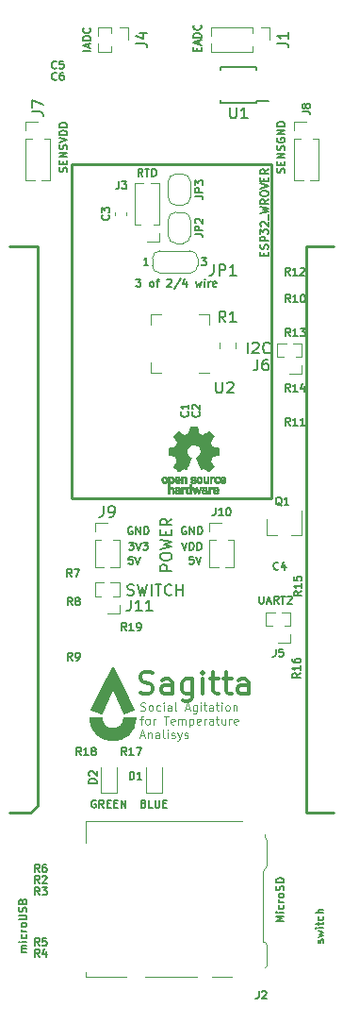
<source format=gbr>
G04 #@! TF.GenerationSoftware,KiCad,Pcbnew,(5.0.1-3-g963ef8bb5)*
G04 #@! TF.CreationDate,2020-07-04T09:07:15+03:00*
G04 #@! TF.ProjectId,sagitta-shield,736167697474612D736869656C642E6B,rev?*
G04 #@! TF.SameCoordinates,Original*
G04 #@! TF.FileFunction,Legend,Top*
G04 #@! TF.FilePolarity,Positive*
%FSLAX46Y46*%
G04 Gerber Fmt 4.6, Leading zero omitted, Abs format (unit mm)*
G04 Created by KiCad (PCBNEW (5.0.1-3-g963ef8bb5)) date 2020 July 04, Saturday 09:07:15*
%MOMM*%
%LPD*%
G01*
G04 APERTURE LIST*
%ADD10C,0.150000*%
%ADD11C,0.300000*%
%ADD12C,0.100000*%
%ADD13C,0.250000*%
%ADD14C,0.010000*%
%ADD15C,0.120000*%
G04 APERTURE END LIST*
D10*
X129533666Y-109344666D02*
X129200333Y-109344666D01*
X129167000Y-109678000D01*
X129200333Y-109644666D01*
X129267000Y-109611333D01*
X129433666Y-109611333D01*
X129500333Y-109644666D01*
X129533666Y-109678000D01*
X129567000Y-109744666D01*
X129567000Y-109911333D01*
X129533666Y-109978000D01*
X129500333Y-110011333D01*
X129433666Y-110044666D01*
X129267000Y-110044666D01*
X129200333Y-110011333D01*
X129167000Y-109978000D01*
X129767000Y-109344666D02*
X130000333Y-110044666D01*
X130233666Y-109344666D01*
X128479666Y-108074666D02*
X128713000Y-108774666D01*
X128946333Y-108074666D01*
X129179666Y-108774666D02*
X129179666Y-108074666D01*
X129346333Y-108074666D01*
X129446333Y-108108000D01*
X129513000Y-108174666D01*
X129546333Y-108241333D01*
X129579666Y-108374666D01*
X129579666Y-108474666D01*
X129546333Y-108608000D01*
X129513000Y-108674666D01*
X129446333Y-108741333D01*
X129346333Y-108774666D01*
X129179666Y-108774666D01*
X129879666Y-108774666D02*
X129879666Y-108074666D01*
X130046333Y-108074666D01*
X130146333Y-108108000D01*
X130213000Y-108174666D01*
X130246333Y-108241333D01*
X130279666Y-108374666D01*
X130279666Y-108474666D01*
X130246333Y-108608000D01*
X130213000Y-108674666D01*
X130146333Y-108741333D01*
X130046333Y-108774666D01*
X129879666Y-108774666D01*
X128879666Y-106711000D02*
X128813000Y-106677666D01*
X128713000Y-106677666D01*
X128613000Y-106711000D01*
X128546333Y-106777666D01*
X128513000Y-106844333D01*
X128479666Y-106977666D01*
X128479666Y-107077666D01*
X128513000Y-107211000D01*
X128546333Y-107277666D01*
X128613000Y-107344333D01*
X128713000Y-107377666D01*
X128779666Y-107377666D01*
X128879666Y-107344333D01*
X128913000Y-107311000D01*
X128913000Y-107077666D01*
X128779666Y-107077666D01*
X129213000Y-107377666D02*
X129213000Y-106677666D01*
X129613000Y-107377666D01*
X129613000Y-106677666D01*
X129946333Y-107377666D02*
X129946333Y-106677666D01*
X130113000Y-106677666D01*
X130213000Y-106711000D01*
X130279666Y-106777666D01*
X130313000Y-106844333D01*
X130346333Y-106977666D01*
X130346333Y-107077666D01*
X130313000Y-107211000D01*
X130279666Y-107277666D01*
X130213000Y-107344333D01*
X130113000Y-107377666D01*
X129946333Y-107377666D01*
X124053666Y-106711000D02*
X123987000Y-106677666D01*
X123887000Y-106677666D01*
X123787000Y-106711000D01*
X123720333Y-106777666D01*
X123687000Y-106844333D01*
X123653666Y-106977666D01*
X123653666Y-107077666D01*
X123687000Y-107211000D01*
X123720333Y-107277666D01*
X123787000Y-107344333D01*
X123887000Y-107377666D01*
X123953666Y-107377666D01*
X124053666Y-107344333D01*
X124087000Y-107311000D01*
X124087000Y-107077666D01*
X123953666Y-107077666D01*
X124387000Y-107377666D02*
X124387000Y-106677666D01*
X124787000Y-107377666D01*
X124787000Y-106677666D01*
X125120333Y-107377666D02*
X125120333Y-106677666D01*
X125287000Y-106677666D01*
X125387000Y-106711000D01*
X125453666Y-106777666D01*
X125487000Y-106844333D01*
X125520333Y-106977666D01*
X125520333Y-107077666D01*
X125487000Y-107211000D01*
X125453666Y-107277666D01*
X125387000Y-107344333D01*
X125287000Y-107377666D01*
X125120333Y-107377666D01*
X123720333Y-108074666D02*
X124153666Y-108074666D01*
X123920333Y-108341333D01*
X124020333Y-108341333D01*
X124087000Y-108374666D01*
X124120333Y-108408000D01*
X124153666Y-108474666D01*
X124153666Y-108641333D01*
X124120333Y-108708000D01*
X124087000Y-108741333D01*
X124020333Y-108774666D01*
X123820333Y-108774666D01*
X123753666Y-108741333D01*
X123720333Y-108708000D01*
X124353666Y-108074666D02*
X124587000Y-108774666D01*
X124820333Y-108074666D01*
X124987000Y-108074666D02*
X125420333Y-108074666D01*
X125187000Y-108341333D01*
X125287000Y-108341333D01*
X125353666Y-108374666D01*
X125387000Y-108408000D01*
X125420333Y-108474666D01*
X125420333Y-108641333D01*
X125387000Y-108708000D01*
X125353666Y-108741333D01*
X125287000Y-108774666D01*
X125087000Y-108774666D01*
X125020333Y-108741333D01*
X124987000Y-108708000D01*
X124072666Y-109344666D02*
X123739333Y-109344666D01*
X123706000Y-109678000D01*
X123739333Y-109644666D01*
X123806000Y-109611333D01*
X123972666Y-109611333D01*
X124039333Y-109644666D01*
X124072666Y-109678000D01*
X124106000Y-109744666D01*
X124106000Y-109911333D01*
X124072666Y-109978000D01*
X124039333Y-110011333D01*
X123972666Y-110044666D01*
X123806000Y-110044666D01*
X123739333Y-110011333D01*
X123706000Y-109978000D01*
X124306000Y-109344666D02*
X124539333Y-110044666D01*
X124772666Y-109344666D01*
X122301000Y-119253000D02*
X120396000Y-123063000D01*
X121285000Y-123444000D02*
X122301000Y-121158000D01*
X122301000Y-121158000D02*
X123317000Y-123444000D01*
X123317000Y-123444000D02*
X124206000Y-123063000D01*
X124206000Y-123063000D02*
X122301000Y-119253000D01*
X124333000Y-123825000D02*
G75*
G02X120269000Y-123825000I-2032000J0D01*
G01*
X123317000Y-123825000D02*
G75*
G02X121285000Y-123825000I-1016000J0D01*
G01*
X123317000Y-123825000D02*
X124333000Y-123825000D01*
G36*
X120396000Y-123063000D02*
X121285000Y-123444000D01*
X122301000Y-121158000D01*
X123317000Y-123444000D01*
X124206000Y-123063000D01*
X122301000Y-119253000D01*
X120396000Y-123063000D01*
G37*
X120396000Y-123063000D02*
X121285000Y-123444000D01*
X122301000Y-121158000D01*
X123317000Y-123444000D01*
X124206000Y-123063000D01*
X122301000Y-119253000D01*
X120396000Y-123063000D01*
G36*
X120307100Y-123875800D02*
X121246900Y-123850400D01*
X121399300Y-124333000D01*
X121805700Y-124764800D01*
X122301000Y-124891800D01*
X122923300Y-124714000D01*
X123215400Y-124294900D01*
X123342400Y-123863100D01*
X124333000Y-123850400D01*
X124104400Y-124777500D01*
X123469400Y-125488700D01*
X122732800Y-125806200D01*
X121856500Y-125793500D01*
X120992900Y-125387100D01*
X120408700Y-124561600D01*
X120294400Y-123964700D01*
X120307100Y-123875800D01*
G37*
X120307100Y-123875800D02*
X121246900Y-123850400D01*
X121399300Y-124333000D01*
X121805700Y-124764800D01*
X122301000Y-124891800D01*
X122923300Y-124714000D01*
X123215400Y-124294900D01*
X123342400Y-123863100D01*
X124333000Y-123850400D01*
X124104400Y-124777500D01*
X123469400Y-125488700D01*
X122732800Y-125806200D01*
X121856500Y-125793500D01*
X120992900Y-125387100D01*
X120408700Y-124561600D01*
X120294400Y-123964700D01*
X120307100Y-123875800D01*
D11*
X124762238Y-121586523D02*
X125047952Y-121681761D01*
X125524142Y-121681761D01*
X125714619Y-121586523D01*
X125809857Y-121491285D01*
X125905095Y-121300809D01*
X125905095Y-121110333D01*
X125809857Y-120919857D01*
X125714619Y-120824619D01*
X125524142Y-120729380D01*
X125143190Y-120634142D01*
X124952714Y-120538904D01*
X124857476Y-120443666D01*
X124762238Y-120253190D01*
X124762238Y-120062714D01*
X124857476Y-119872238D01*
X124952714Y-119777000D01*
X125143190Y-119681761D01*
X125619380Y-119681761D01*
X125905095Y-119777000D01*
X127619380Y-121681761D02*
X127619380Y-120634142D01*
X127524142Y-120443666D01*
X127333666Y-120348428D01*
X126952714Y-120348428D01*
X126762238Y-120443666D01*
X127619380Y-121586523D02*
X127428904Y-121681761D01*
X126952714Y-121681761D01*
X126762238Y-121586523D01*
X126667000Y-121396047D01*
X126667000Y-121205571D01*
X126762238Y-121015095D01*
X126952714Y-120919857D01*
X127428904Y-120919857D01*
X127619380Y-120824619D01*
X129428904Y-120348428D02*
X129428904Y-121967476D01*
X129333666Y-122157952D01*
X129238428Y-122253190D01*
X129047952Y-122348428D01*
X128762238Y-122348428D01*
X128571761Y-122253190D01*
X129428904Y-121586523D02*
X129238428Y-121681761D01*
X128857476Y-121681761D01*
X128667000Y-121586523D01*
X128571761Y-121491285D01*
X128476523Y-121300809D01*
X128476523Y-120729380D01*
X128571761Y-120538904D01*
X128667000Y-120443666D01*
X128857476Y-120348428D01*
X129238428Y-120348428D01*
X129428904Y-120443666D01*
X130381285Y-121681761D02*
X130381285Y-120348428D01*
X130381285Y-119681761D02*
X130286047Y-119777000D01*
X130381285Y-119872238D01*
X130476523Y-119777000D01*
X130381285Y-119681761D01*
X130381285Y-119872238D01*
X131047952Y-120348428D02*
X131809857Y-120348428D01*
X131333666Y-119681761D02*
X131333666Y-121396047D01*
X131428904Y-121586523D01*
X131619380Y-121681761D01*
X131809857Y-121681761D01*
X132190809Y-120348428D02*
X132952714Y-120348428D01*
X132476523Y-119681761D02*
X132476523Y-121396047D01*
X132571761Y-121586523D01*
X132762238Y-121681761D01*
X132952714Y-121681761D01*
X134476523Y-121681761D02*
X134476523Y-120634142D01*
X134381285Y-120443666D01*
X134190809Y-120348428D01*
X133809857Y-120348428D01*
X133619380Y-120443666D01*
X134476523Y-121586523D02*
X134286047Y-121681761D01*
X133809857Y-121681761D01*
X133619380Y-121586523D01*
X133524142Y-121396047D01*
X133524142Y-121205571D01*
X133619380Y-121015095D01*
X133809857Y-120919857D01*
X134286047Y-120919857D01*
X134476523Y-120824619D01*
D12*
X124794857Y-123157571D02*
X124902000Y-123193285D01*
X125080571Y-123193285D01*
X125152000Y-123157571D01*
X125187714Y-123121857D01*
X125223428Y-123050428D01*
X125223428Y-122979000D01*
X125187714Y-122907571D01*
X125152000Y-122871857D01*
X125080571Y-122836142D01*
X124937714Y-122800428D01*
X124866285Y-122764714D01*
X124830571Y-122729000D01*
X124794857Y-122657571D01*
X124794857Y-122586142D01*
X124830571Y-122514714D01*
X124866285Y-122479000D01*
X124937714Y-122443285D01*
X125116285Y-122443285D01*
X125223428Y-122479000D01*
X125652000Y-123193285D02*
X125580571Y-123157571D01*
X125544857Y-123121857D01*
X125509142Y-123050428D01*
X125509142Y-122836142D01*
X125544857Y-122764714D01*
X125580571Y-122729000D01*
X125652000Y-122693285D01*
X125759142Y-122693285D01*
X125830571Y-122729000D01*
X125866285Y-122764714D01*
X125902000Y-122836142D01*
X125902000Y-123050428D01*
X125866285Y-123121857D01*
X125830571Y-123157571D01*
X125759142Y-123193285D01*
X125652000Y-123193285D01*
X126544857Y-123157571D02*
X126473428Y-123193285D01*
X126330571Y-123193285D01*
X126259142Y-123157571D01*
X126223428Y-123121857D01*
X126187714Y-123050428D01*
X126187714Y-122836142D01*
X126223428Y-122764714D01*
X126259142Y-122729000D01*
X126330571Y-122693285D01*
X126473428Y-122693285D01*
X126544857Y-122729000D01*
X126866285Y-123193285D02*
X126866285Y-122693285D01*
X126866285Y-122443285D02*
X126830571Y-122479000D01*
X126866285Y-122514714D01*
X126902000Y-122479000D01*
X126866285Y-122443285D01*
X126866285Y-122514714D01*
X127544857Y-123193285D02*
X127544857Y-122800428D01*
X127509142Y-122729000D01*
X127437714Y-122693285D01*
X127294857Y-122693285D01*
X127223428Y-122729000D01*
X127544857Y-123157571D02*
X127473428Y-123193285D01*
X127294857Y-123193285D01*
X127223428Y-123157571D01*
X127187714Y-123086142D01*
X127187714Y-123014714D01*
X127223428Y-122943285D01*
X127294857Y-122907571D01*
X127473428Y-122907571D01*
X127544857Y-122871857D01*
X128009142Y-123193285D02*
X127937714Y-123157571D01*
X127902000Y-123086142D01*
X127902000Y-122443285D01*
X128830571Y-122979000D02*
X129187714Y-122979000D01*
X128759142Y-123193285D02*
X129009142Y-122443285D01*
X129259142Y-123193285D01*
X129830571Y-122693285D02*
X129830571Y-123300428D01*
X129794857Y-123371857D01*
X129759142Y-123407571D01*
X129687714Y-123443285D01*
X129580571Y-123443285D01*
X129509142Y-123407571D01*
X129830571Y-123157571D02*
X129759142Y-123193285D01*
X129616285Y-123193285D01*
X129544857Y-123157571D01*
X129509142Y-123121857D01*
X129473428Y-123050428D01*
X129473428Y-122836142D01*
X129509142Y-122764714D01*
X129544857Y-122729000D01*
X129616285Y-122693285D01*
X129759142Y-122693285D01*
X129830571Y-122729000D01*
X130187714Y-123193285D02*
X130187714Y-122693285D01*
X130187714Y-122443285D02*
X130152000Y-122479000D01*
X130187714Y-122514714D01*
X130223428Y-122479000D01*
X130187714Y-122443285D01*
X130187714Y-122514714D01*
X130437714Y-122693285D02*
X130723428Y-122693285D01*
X130544857Y-122443285D02*
X130544857Y-123086142D01*
X130580571Y-123157571D01*
X130652000Y-123193285D01*
X130723428Y-123193285D01*
X131294857Y-123193285D02*
X131294857Y-122800428D01*
X131259142Y-122729000D01*
X131187714Y-122693285D01*
X131044857Y-122693285D01*
X130973428Y-122729000D01*
X131294857Y-123157571D02*
X131223428Y-123193285D01*
X131044857Y-123193285D01*
X130973428Y-123157571D01*
X130937714Y-123086142D01*
X130937714Y-123014714D01*
X130973428Y-122943285D01*
X131044857Y-122907571D01*
X131223428Y-122907571D01*
X131294857Y-122871857D01*
X131544857Y-122693285D02*
X131830571Y-122693285D01*
X131652000Y-122443285D02*
X131652000Y-123086142D01*
X131687714Y-123157571D01*
X131759142Y-123193285D01*
X131830571Y-123193285D01*
X132080571Y-123193285D02*
X132080571Y-122693285D01*
X132080571Y-122443285D02*
X132044857Y-122479000D01*
X132080571Y-122514714D01*
X132116285Y-122479000D01*
X132080571Y-122443285D01*
X132080571Y-122514714D01*
X132544857Y-123193285D02*
X132473428Y-123157571D01*
X132437714Y-123121857D01*
X132402000Y-123050428D01*
X132402000Y-122836142D01*
X132437714Y-122764714D01*
X132473428Y-122729000D01*
X132544857Y-122693285D01*
X132652000Y-122693285D01*
X132723428Y-122729000D01*
X132759142Y-122764714D01*
X132794857Y-122836142D01*
X132794857Y-123050428D01*
X132759142Y-123121857D01*
X132723428Y-123157571D01*
X132652000Y-123193285D01*
X132544857Y-123193285D01*
X133116285Y-122693285D02*
X133116285Y-123193285D01*
X133116285Y-122764714D02*
X133152000Y-122729000D01*
X133223428Y-122693285D01*
X133330571Y-122693285D01*
X133402000Y-122729000D01*
X133437714Y-122800428D01*
X133437714Y-123193285D01*
X124723428Y-123918285D02*
X125009142Y-123918285D01*
X124830571Y-124418285D02*
X124830571Y-123775428D01*
X124866285Y-123704000D01*
X124937714Y-123668285D01*
X125009142Y-123668285D01*
X125366285Y-124418285D02*
X125294857Y-124382571D01*
X125259142Y-124346857D01*
X125223428Y-124275428D01*
X125223428Y-124061142D01*
X125259142Y-123989714D01*
X125294857Y-123954000D01*
X125366285Y-123918285D01*
X125473428Y-123918285D01*
X125544857Y-123954000D01*
X125580571Y-123989714D01*
X125616285Y-124061142D01*
X125616285Y-124275428D01*
X125580571Y-124346857D01*
X125544857Y-124382571D01*
X125473428Y-124418285D01*
X125366285Y-124418285D01*
X125937714Y-124418285D02*
X125937714Y-123918285D01*
X125937714Y-124061142D02*
X125973428Y-123989714D01*
X126009142Y-123954000D01*
X126080571Y-123918285D01*
X126152000Y-123918285D01*
X126866285Y-123668285D02*
X127294857Y-123668285D01*
X127080571Y-124418285D02*
X127080571Y-123668285D01*
X127830571Y-124382571D02*
X127759142Y-124418285D01*
X127616285Y-124418285D01*
X127544857Y-124382571D01*
X127509142Y-124311142D01*
X127509142Y-124025428D01*
X127544857Y-123954000D01*
X127616285Y-123918285D01*
X127759142Y-123918285D01*
X127830571Y-123954000D01*
X127866285Y-124025428D01*
X127866285Y-124096857D01*
X127509142Y-124168285D01*
X128187714Y-124418285D02*
X128187714Y-123918285D01*
X128187714Y-123989714D02*
X128223428Y-123954000D01*
X128294857Y-123918285D01*
X128402000Y-123918285D01*
X128473428Y-123954000D01*
X128509142Y-124025428D01*
X128509142Y-124418285D01*
X128509142Y-124025428D02*
X128544857Y-123954000D01*
X128616285Y-123918285D01*
X128723428Y-123918285D01*
X128794857Y-123954000D01*
X128830571Y-124025428D01*
X128830571Y-124418285D01*
X129187714Y-123918285D02*
X129187714Y-124668285D01*
X129187714Y-123954000D02*
X129259142Y-123918285D01*
X129402000Y-123918285D01*
X129473428Y-123954000D01*
X129509142Y-123989714D01*
X129544857Y-124061142D01*
X129544857Y-124275428D01*
X129509142Y-124346857D01*
X129473428Y-124382571D01*
X129402000Y-124418285D01*
X129259142Y-124418285D01*
X129187714Y-124382571D01*
X130152000Y-124382571D02*
X130080571Y-124418285D01*
X129937714Y-124418285D01*
X129866285Y-124382571D01*
X129830571Y-124311142D01*
X129830571Y-124025428D01*
X129866285Y-123954000D01*
X129937714Y-123918285D01*
X130080571Y-123918285D01*
X130152000Y-123954000D01*
X130187714Y-124025428D01*
X130187714Y-124096857D01*
X129830571Y-124168285D01*
X130509142Y-124418285D02*
X130509142Y-123918285D01*
X130509142Y-124061142D02*
X130544857Y-123989714D01*
X130580571Y-123954000D01*
X130652000Y-123918285D01*
X130723428Y-123918285D01*
X131294857Y-124418285D02*
X131294857Y-124025428D01*
X131259142Y-123954000D01*
X131187714Y-123918285D01*
X131044857Y-123918285D01*
X130973428Y-123954000D01*
X131294857Y-124382571D02*
X131223428Y-124418285D01*
X131044857Y-124418285D01*
X130973428Y-124382571D01*
X130937714Y-124311142D01*
X130937714Y-124239714D01*
X130973428Y-124168285D01*
X131044857Y-124132571D01*
X131223428Y-124132571D01*
X131294857Y-124096857D01*
X131544857Y-123918285D02*
X131830571Y-123918285D01*
X131652000Y-123668285D02*
X131652000Y-124311142D01*
X131687714Y-124382571D01*
X131759142Y-124418285D01*
X131830571Y-124418285D01*
X132402000Y-123918285D02*
X132402000Y-124418285D01*
X132080571Y-123918285D02*
X132080571Y-124311142D01*
X132116285Y-124382571D01*
X132187714Y-124418285D01*
X132294857Y-124418285D01*
X132366285Y-124382571D01*
X132402000Y-124346857D01*
X132759142Y-124418285D02*
X132759142Y-123918285D01*
X132759142Y-124061142D02*
X132794857Y-123989714D01*
X132830571Y-123954000D01*
X132902000Y-123918285D01*
X132973428Y-123918285D01*
X133509142Y-124382571D02*
X133437714Y-124418285D01*
X133294857Y-124418285D01*
X133223428Y-124382571D01*
X133187714Y-124311142D01*
X133187714Y-124025428D01*
X133223428Y-123954000D01*
X133294857Y-123918285D01*
X133437714Y-123918285D01*
X133509142Y-123954000D01*
X133544857Y-124025428D01*
X133544857Y-124096857D01*
X133187714Y-124168285D01*
X124794857Y-125429000D02*
X125152000Y-125429000D01*
X124723428Y-125643285D02*
X124973428Y-124893285D01*
X125223428Y-125643285D01*
X125473428Y-125143285D02*
X125473428Y-125643285D01*
X125473428Y-125214714D02*
X125509142Y-125179000D01*
X125580571Y-125143285D01*
X125687714Y-125143285D01*
X125759142Y-125179000D01*
X125794857Y-125250428D01*
X125794857Y-125643285D01*
X126473428Y-125643285D02*
X126473428Y-125250428D01*
X126437714Y-125179000D01*
X126366285Y-125143285D01*
X126223428Y-125143285D01*
X126152000Y-125179000D01*
X126473428Y-125607571D02*
X126402000Y-125643285D01*
X126223428Y-125643285D01*
X126152000Y-125607571D01*
X126116285Y-125536142D01*
X126116285Y-125464714D01*
X126152000Y-125393285D01*
X126223428Y-125357571D01*
X126402000Y-125357571D01*
X126473428Y-125321857D01*
X126937714Y-125643285D02*
X126866285Y-125607571D01*
X126830571Y-125536142D01*
X126830571Y-124893285D01*
X127223428Y-125643285D02*
X127223428Y-125143285D01*
X127223428Y-124893285D02*
X127187714Y-124929000D01*
X127223428Y-124964714D01*
X127259142Y-124929000D01*
X127223428Y-124893285D01*
X127223428Y-124964714D01*
X127544857Y-125607571D02*
X127616285Y-125643285D01*
X127759142Y-125643285D01*
X127830571Y-125607571D01*
X127866285Y-125536142D01*
X127866285Y-125500428D01*
X127830571Y-125429000D01*
X127759142Y-125393285D01*
X127652000Y-125393285D01*
X127580571Y-125357571D01*
X127544857Y-125286142D01*
X127544857Y-125250428D01*
X127580571Y-125179000D01*
X127652000Y-125143285D01*
X127759142Y-125143285D01*
X127830571Y-125179000D01*
X128116285Y-125143285D02*
X128294857Y-125643285D01*
X128473428Y-125143285D02*
X128294857Y-125643285D01*
X128223428Y-125821857D01*
X128187714Y-125857571D01*
X128116285Y-125893285D01*
X128723428Y-125607571D02*
X128794857Y-125643285D01*
X128937714Y-125643285D01*
X129009142Y-125607571D01*
X129044857Y-125536142D01*
X129044857Y-125500428D01*
X129009142Y-125429000D01*
X128937714Y-125393285D01*
X128830571Y-125393285D01*
X128759142Y-125357571D01*
X128723428Y-125286142D01*
X128723428Y-125250428D01*
X128759142Y-125179000D01*
X128830571Y-125143285D01*
X128937714Y-125143285D01*
X129009142Y-125179000D01*
D13*
G04 #@! TO.C,JM1*
X142108200Y-132358092D02*
X139648070Y-132358092D01*
X139648070Y-132358092D02*
X139648070Y-81558092D01*
X139648070Y-81558092D02*
X142118200Y-81558092D01*
X115513070Y-81533092D02*
X115513070Y-131698092D01*
X115513070Y-131698092D02*
X114878070Y-132333092D01*
X114878070Y-132333092D02*
X113018200Y-132333092D01*
X113018200Y-81533092D02*
X115513070Y-81533092D01*
X118567000Y-104135000D02*
X118567000Y-74135000D01*
X118567000Y-74135000D02*
X136567000Y-74135000D01*
X136567000Y-74135000D02*
X136567000Y-104135000D01*
X136567000Y-104135000D02*
X118567000Y-104135000D01*
D14*
G04 #@! TO.C,openhardwarelogo1*
G36*
X129916964Y-98001018D02*
X129973812Y-98302570D01*
X130393338Y-98475512D01*
X130644984Y-98304395D01*
X130715458Y-98256750D01*
X130779163Y-98214210D01*
X130833126Y-98178715D01*
X130874373Y-98152210D01*
X130899934Y-98136636D01*
X130906895Y-98133278D01*
X130919435Y-98141914D01*
X130946231Y-98165792D01*
X130984280Y-98201859D01*
X131030579Y-98247067D01*
X131082123Y-98298364D01*
X131135909Y-98352701D01*
X131188935Y-98407028D01*
X131238195Y-98458295D01*
X131280687Y-98503451D01*
X131313407Y-98539446D01*
X131333351Y-98563230D01*
X131338119Y-98571190D01*
X131331257Y-98585865D01*
X131312020Y-98618014D01*
X131282430Y-98664492D01*
X131244510Y-98722156D01*
X131200282Y-98787860D01*
X131174654Y-98825336D01*
X131127941Y-98893768D01*
X131086432Y-98955520D01*
X131052140Y-99007519D01*
X131027080Y-99046692D01*
X131013264Y-99069965D01*
X131011188Y-99074855D01*
X131015895Y-99088755D01*
X131028723Y-99121150D01*
X131047738Y-99167485D01*
X131071003Y-99223206D01*
X131096584Y-99283758D01*
X131122545Y-99344586D01*
X131146950Y-99401136D01*
X131167863Y-99448852D01*
X131183349Y-99483181D01*
X131191472Y-99499568D01*
X131191952Y-99500212D01*
X131204707Y-99503341D01*
X131238677Y-99510321D01*
X131290340Y-99520467D01*
X131356176Y-99533092D01*
X131432664Y-99547509D01*
X131477290Y-99555823D01*
X131559021Y-99571384D01*
X131632843Y-99586192D01*
X131695021Y-99599436D01*
X131741822Y-99610305D01*
X131769509Y-99617989D01*
X131775074Y-99620427D01*
X131780526Y-99636930D01*
X131784924Y-99674200D01*
X131788272Y-99727880D01*
X131790574Y-99793612D01*
X131791832Y-99867037D01*
X131792048Y-99943796D01*
X131791227Y-100019532D01*
X131789371Y-100089886D01*
X131786482Y-100150500D01*
X131782565Y-100197016D01*
X131777622Y-100225075D01*
X131774657Y-100230916D01*
X131756934Y-100237917D01*
X131719381Y-100247927D01*
X131666964Y-100259769D01*
X131604652Y-100272267D01*
X131582900Y-100276310D01*
X131478024Y-100295520D01*
X131395180Y-100310991D01*
X131331630Y-100323337D01*
X131284637Y-100333173D01*
X131251463Y-100341114D01*
X131229371Y-100347776D01*
X131215624Y-100353773D01*
X131207484Y-100359719D01*
X131206345Y-100360894D01*
X131194977Y-100379826D01*
X131177635Y-100416669D01*
X131156050Y-100466913D01*
X131131954Y-100526046D01*
X131107079Y-100589556D01*
X131083157Y-100652932D01*
X131061919Y-100711662D01*
X131045097Y-100761235D01*
X131034422Y-100797139D01*
X131031627Y-100814862D01*
X131031860Y-100815483D01*
X131041331Y-100829970D01*
X131062818Y-100861844D01*
X131094063Y-100907789D01*
X131132807Y-100964485D01*
X131176793Y-101028617D01*
X131189319Y-101046842D01*
X131233984Y-101112914D01*
X131273288Y-101173200D01*
X131305088Y-101224235D01*
X131327245Y-101262560D01*
X131337617Y-101284711D01*
X131338119Y-101287432D01*
X131329405Y-101301736D01*
X131305325Y-101330072D01*
X131268976Y-101369396D01*
X131223453Y-101416661D01*
X131171852Y-101468823D01*
X131117267Y-101522835D01*
X131062794Y-101575653D01*
X131011529Y-101624231D01*
X130966567Y-101665523D01*
X130931004Y-101696485D01*
X130907935Y-101714070D01*
X130901554Y-101716941D01*
X130886699Y-101710178D01*
X130856286Y-101691939D01*
X130815268Y-101665297D01*
X130783709Y-101643852D01*
X130726525Y-101604503D01*
X130658806Y-101558171D01*
X130590880Y-101511913D01*
X130554361Y-101487155D01*
X130430752Y-101403547D01*
X130326991Y-101459650D01*
X130279720Y-101484228D01*
X130239523Y-101503331D01*
X130212326Y-101514227D01*
X130205402Y-101515743D01*
X130197077Y-101504549D01*
X130180654Y-101472917D01*
X130157357Y-101423765D01*
X130128414Y-101360010D01*
X130095050Y-101284571D01*
X130058491Y-101200364D01*
X130019964Y-101110308D01*
X129980694Y-101017321D01*
X129941908Y-100924320D01*
X129904830Y-100834223D01*
X129870689Y-100749948D01*
X129840708Y-100674413D01*
X129816116Y-100610534D01*
X129798136Y-100561231D01*
X129787997Y-100529421D01*
X129786366Y-100518496D01*
X129799291Y-100504561D01*
X129827589Y-100481940D01*
X129865346Y-100455333D01*
X129868515Y-100453228D01*
X129966100Y-100375114D01*
X130044786Y-100283982D01*
X130103891Y-100182745D01*
X130142732Y-100074318D01*
X130160628Y-99961614D01*
X130156897Y-99847548D01*
X130130857Y-99735034D01*
X130081825Y-99626985D01*
X130067400Y-99603345D01*
X129992369Y-99507887D01*
X129903730Y-99431232D01*
X129804549Y-99373780D01*
X129697895Y-99335929D01*
X129586836Y-99318078D01*
X129474439Y-99320625D01*
X129363773Y-99343970D01*
X129257906Y-99388510D01*
X129159905Y-99454645D01*
X129129590Y-99481487D01*
X129052438Y-99565512D01*
X128996218Y-99653966D01*
X128957653Y-99753115D01*
X128936174Y-99851303D01*
X128930872Y-99961697D01*
X128948552Y-100072640D01*
X128987419Y-100180381D01*
X129045677Y-100281169D01*
X129121531Y-100371256D01*
X129213183Y-100446892D01*
X129225228Y-100454864D01*
X129263389Y-100480974D01*
X129292399Y-100503595D01*
X129306268Y-100518039D01*
X129306469Y-100518496D01*
X129303492Y-100534121D01*
X129291689Y-100569582D01*
X129272286Y-100621962D01*
X129246512Y-100688345D01*
X129215591Y-100765814D01*
X129180751Y-100851450D01*
X129143217Y-100942337D01*
X129104217Y-101035559D01*
X129064977Y-101128197D01*
X129026724Y-101217335D01*
X128990683Y-101300055D01*
X128958083Y-101373441D01*
X128930148Y-101434575D01*
X128908105Y-101480541D01*
X128893182Y-101508421D01*
X128887172Y-101515743D01*
X128868809Y-101510041D01*
X128834448Y-101494749D01*
X128790016Y-101472599D01*
X128765583Y-101459650D01*
X128661822Y-101403547D01*
X128538213Y-101487155D01*
X128475114Y-101529987D01*
X128406030Y-101577122D01*
X128341293Y-101621503D01*
X128308866Y-101643852D01*
X128263259Y-101674477D01*
X128224640Y-101698747D01*
X128198048Y-101713587D01*
X128189410Y-101716724D01*
X128176839Y-101708261D01*
X128149016Y-101684636D01*
X128108639Y-101648302D01*
X128058405Y-101601711D01*
X128001012Y-101547317D01*
X127964714Y-101512392D01*
X127901210Y-101449996D01*
X127846327Y-101394188D01*
X127802286Y-101347354D01*
X127771305Y-101311882D01*
X127755602Y-101290161D01*
X127754095Y-101285752D01*
X127761086Y-101268985D01*
X127780406Y-101235082D01*
X127809909Y-101187476D01*
X127847455Y-101129599D01*
X127890900Y-101064884D01*
X127903255Y-101046842D01*
X127948273Y-100981267D01*
X127988660Y-100922228D01*
X128022160Y-100873042D01*
X128046514Y-100837028D01*
X128059464Y-100817502D01*
X128060715Y-100815483D01*
X128058844Y-100799922D01*
X128048913Y-100765709D01*
X128032653Y-100717355D01*
X128011795Y-100659371D01*
X127988073Y-100596270D01*
X127963216Y-100532563D01*
X127938958Y-100472761D01*
X127917029Y-100421376D01*
X127899162Y-100382919D01*
X127887087Y-100361902D01*
X127886229Y-100360894D01*
X127878846Y-100354888D01*
X127866375Y-100348948D01*
X127846080Y-100342460D01*
X127815222Y-100334809D01*
X127771066Y-100325380D01*
X127710874Y-100313559D01*
X127631907Y-100298729D01*
X127531430Y-100280277D01*
X127509675Y-100276310D01*
X127445198Y-100263853D01*
X127388989Y-100251666D01*
X127346013Y-100240926D01*
X127321240Y-100232809D01*
X127317918Y-100230916D01*
X127312444Y-100214138D01*
X127307994Y-100176645D01*
X127304572Y-100122794D01*
X127302181Y-100056944D01*
X127300823Y-99983453D01*
X127300501Y-99906680D01*
X127301219Y-99830983D01*
X127302979Y-99760720D01*
X127305784Y-99700250D01*
X127309638Y-99653930D01*
X127314543Y-99626119D01*
X127317500Y-99620427D01*
X127333963Y-99614686D01*
X127371449Y-99605345D01*
X127426225Y-99593215D01*
X127494555Y-99579107D01*
X127572706Y-99563830D01*
X127615284Y-99555823D01*
X127696071Y-99540721D01*
X127768113Y-99527040D01*
X127827889Y-99515467D01*
X127871879Y-99506687D01*
X127896561Y-99501387D01*
X127900623Y-99500212D01*
X127907489Y-99486965D01*
X127922002Y-99455057D01*
X127942229Y-99409047D01*
X127966234Y-99353492D01*
X127992082Y-99292953D01*
X128017840Y-99231986D01*
X128041573Y-99175151D01*
X128061346Y-99127006D01*
X128075224Y-99092110D01*
X128081274Y-99075021D01*
X128081386Y-99074274D01*
X128074528Y-99060793D01*
X128055302Y-99029770D01*
X128025728Y-98984289D01*
X127987827Y-98927432D01*
X127943620Y-98862283D01*
X127917921Y-98824862D01*
X127871093Y-98756247D01*
X127829501Y-98693952D01*
X127795175Y-98641129D01*
X127770143Y-98600927D01*
X127756435Y-98576500D01*
X127754456Y-98571024D01*
X127762966Y-98558278D01*
X127786493Y-98531063D01*
X127822032Y-98492428D01*
X127866577Y-98445423D01*
X127917123Y-98393095D01*
X127970664Y-98338495D01*
X128024195Y-98284670D01*
X128074711Y-98234670D01*
X128119206Y-98191543D01*
X128154675Y-98158339D01*
X128178113Y-98138106D01*
X128185954Y-98133278D01*
X128198720Y-98140067D01*
X128229256Y-98159142D01*
X128274590Y-98188561D01*
X128331756Y-98226381D01*
X128397784Y-98270661D01*
X128447590Y-98304395D01*
X128699236Y-98475512D01*
X128908999Y-98389041D01*
X129118763Y-98302570D01*
X129175611Y-98001018D01*
X129232460Y-97699466D01*
X129860115Y-97699466D01*
X129916964Y-98001018D01*
X129916964Y-98001018D01*
G37*
X129916964Y-98001018D02*
X129973812Y-98302570D01*
X130393338Y-98475512D01*
X130644984Y-98304395D01*
X130715458Y-98256750D01*
X130779163Y-98214210D01*
X130833126Y-98178715D01*
X130874373Y-98152210D01*
X130899934Y-98136636D01*
X130906895Y-98133278D01*
X130919435Y-98141914D01*
X130946231Y-98165792D01*
X130984280Y-98201859D01*
X131030579Y-98247067D01*
X131082123Y-98298364D01*
X131135909Y-98352701D01*
X131188935Y-98407028D01*
X131238195Y-98458295D01*
X131280687Y-98503451D01*
X131313407Y-98539446D01*
X131333351Y-98563230D01*
X131338119Y-98571190D01*
X131331257Y-98585865D01*
X131312020Y-98618014D01*
X131282430Y-98664492D01*
X131244510Y-98722156D01*
X131200282Y-98787860D01*
X131174654Y-98825336D01*
X131127941Y-98893768D01*
X131086432Y-98955520D01*
X131052140Y-99007519D01*
X131027080Y-99046692D01*
X131013264Y-99069965D01*
X131011188Y-99074855D01*
X131015895Y-99088755D01*
X131028723Y-99121150D01*
X131047738Y-99167485D01*
X131071003Y-99223206D01*
X131096584Y-99283758D01*
X131122545Y-99344586D01*
X131146950Y-99401136D01*
X131167863Y-99448852D01*
X131183349Y-99483181D01*
X131191472Y-99499568D01*
X131191952Y-99500212D01*
X131204707Y-99503341D01*
X131238677Y-99510321D01*
X131290340Y-99520467D01*
X131356176Y-99533092D01*
X131432664Y-99547509D01*
X131477290Y-99555823D01*
X131559021Y-99571384D01*
X131632843Y-99586192D01*
X131695021Y-99599436D01*
X131741822Y-99610305D01*
X131769509Y-99617989D01*
X131775074Y-99620427D01*
X131780526Y-99636930D01*
X131784924Y-99674200D01*
X131788272Y-99727880D01*
X131790574Y-99793612D01*
X131791832Y-99867037D01*
X131792048Y-99943796D01*
X131791227Y-100019532D01*
X131789371Y-100089886D01*
X131786482Y-100150500D01*
X131782565Y-100197016D01*
X131777622Y-100225075D01*
X131774657Y-100230916D01*
X131756934Y-100237917D01*
X131719381Y-100247927D01*
X131666964Y-100259769D01*
X131604652Y-100272267D01*
X131582900Y-100276310D01*
X131478024Y-100295520D01*
X131395180Y-100310991D01*
X131331630Y-100323337D01*
X131284637Y-100333173D01*
X131251463Y-100341114D01*
X131229371Y-100347776D01*
X131215624Y-100353773D01*
X131207484Y-100359719D01*
X131206345Y-100360894D01*
X131194977Y-100379826D01*
X131177635Y-100416669D01*
X131156050Y-100466913D01*
X131131954Y-100526046D01*
X131107079Y-100589556D01*
X131083157Y-100652932D01*
X131061919Y-100711662D01*
X131045097Y-100761235D01*
X131034422Y-100797139D01*
X131031627Y-100814862D01*
X131031860Y-100815483D01*
X131041331Y-100829970D01*
X131062818Y-100861844D01*
X131094063Y-100907789D01*
X131132807Y-100964485D01*
X131176793Y-101028617D01*
X131189319Y-101046842D01*
X131233984Y-101112914D01*
X131273288Y-101173200D01*
X131305088Y-101224235D01*
X131327245Y-101262560D01*
X131337617Y-101284711D01*
X131338119Y-101287432D01*
X131329405Y-101301736D01*
X131305325Y-101330072D01*
X131268976Y-101369396D01*
X131223453Y-101416661D01*
X131171852Y-101468823D01*
X131117267Y-101522835D01*
X131062794Y-101575653D01*
X131011529Y-101624231D01*
X130966567Y-101665523D01*
X130931004Y-101696485D01*
X130907935Y-101714070D01*
X130901554Y-101716941D01*
X130886699Y-101710178D01*
X130856286Y-101691939D01*
X130815268Y-101665297D01*
X130783709Y-101643852D01*
X130726525Y-101604503D01*
X130658806Y-101558171D01*
X130590880Y-101511913D01*
X130554361Y-101487155D01*
X130430752Y-101403547D01*
X130326991Y-101459650D01*
X130279720Y-101484228D01*
X130239523Y-101503331D01*
X130212326Y-101514227D01*
X130205402Y-101515743D01*
X130197077Y-101504549D01*
X130180654Y-101472917D01*
X130157357Y-101423765D01*
X130128414Y-101360010D01*
X130095050Y-101284571D01*
X130058491Y-101200364D01*
X130019964Y-101110308D01*
X129980694Y-101017321D01*
X129941908Y-100924320D01*
X129904830Y-100834223D01*
X129870689Y-100749948D01*
X129840708Y-100674413D01*
X129816116Y-100610534D01*
X129798136Y-100561231D01*
X129787997Y-100529421D01*
X129786366Y-100518496D01*
X129799291Y-100504561D01*
X129827589Y-100481940D01*
X129865346Y-100455333D01*
X129868515Y-100453228D01*
X129966100Y-100375114D01*
X130044786Y-100283982D01*
X130103891Y-100182745D01*
X130142732Y-100074318D01*
X130160628Y-99961614D01*
X130156897Y-99847548D01*
X130130857Y-99735034D01*
X130081825Y-99626985D01*
X130067400Y-99603345D01*
X129992369Y-99507887D01*
X129903730Y-99431232D01*
X129804549Y-99373780D01*
X129697895Y-99335929D01*
X129586836Y-99318078D01*
X129474439Y-99320625D01*
X129363773Y-99343970D01*
X129257906Y-99388510D01*
X129159905Y-99454645D01*
X129129590Y-99481487D01*
X129052438Y-99565512D01*
X128996218Y-99653966D01*
X128957653Y-99753115D01*
X128936174Y-99851303D01*
X128930872Y-99961697D01*
X128948552Y-100072640D01*
X128987419Y-100180381D01*
X129045677Y-100281169D01*
X129121531Y-100371256D01*
X129213183Y-100446892D01*
X129225228Y-100454864D01*
X129263389Y-100480974D01*
X129292399Y-100503595D01*
X129306268Y-100518039D01*
X129306469Y-100518496D01*
X129303492Y-100534121D01*
X129291689Y-100569582D01*
X129272286Y-100621962D01*
X129246512Y-100688345D01*
X129215591Y-100765814D01*
X129180751Y-100851450D01*
X129143217Y-100942337D01*
X129104217Y-101035559D01*
X129064977Y-101128197D01*
X129026724Y-101217335D01*
X128990683Y-101300055D01*
X128958083Y-101373441D01*
X128930148Y-101434575D01*
X128908105Y-101480541D01*
X128893182Y-101508421D01*
X128887172Y-101515743D01*
X128868809Y-101510041D01*
X128834448Y-101494749D01*
X128790016Y-101472599D01*
X128765583Y-101459650D01*
X128661822Y-101403547D01*
X128538213Y-101487155D01*
X128475114Y-101529987D01*
X128406030Y-101577122D01*
X128341293Y-101621503D01*
X128308866Y-101643852D01*
X128263259Y-101674477D01*
X128224640Y-101698747D01*
X128198048Y-101713587D01*
X128189410Y-101716724D01*
X128176839Y-101708261D01*
X128149016Y-101684636D01*
X128108639Y-101648302D01*
X128058405Y-101601711D01*
X128001012Y-101547317D01*
X127964714Y-101512392D01*
X127901210Y-101449996D01*
X127846327Y-101394188D01*
X127802286Y-101347354D01*
X127771305Y-101311882D01*
X127755602Y-101290161D01*
X127754095Y-101285752D01*
X127761086Y-101268985D01*
X127780406Y-101235082D01*
X127809909Y-101187476D01*
X127847455Y-101129599D01*
X127890900Y-101064884D01*
X127903255Y-101046842D01*
X127948273Y-100981267D01*
X127988660Y-100922228D01*
X128022160Y-100873042D01*
X128046514Y-100837028D01*
X128059464Y-100817502D01*
X128060715Y-100815483D01*
X128058844Y-100799922D01*
X128048913Y-100765709D01*
X128032653Y-100717355D01*
X128011795Y-100659371D01*
X127988073Y-100596270D01*
X127963216Y-100532563D01*
X127938958Y-100472761D01*
X127917029Y-100421376D01*
X127899162Y-100382919D01*
X127887087Y-100361902D01*
X127886229Y-100360894D01*
X127878846Y-100354888D01*
X127866375Y-100348948D01*
X127846080Y-100342460D01*
X127815222Y-100334809D01*
X127771066Y-100325380D01*
X127710874Y-100313559D01*
X127631907Y-100298729D01*
X127531430Y-100280277D01*
X127509675Y-100276310D01*
X127445198Y-100263853D01*
X127388989Y-100251666D01*
X127346013Y-100240926D01*
X127321240Y-100232809D01*
X127317918Y-100230916D01*
X127312444Y-100214138D01*
X127307994Y-100176645D01*
X127304572Y-100122794D01*
X127302181Y-100056944D01*
X127300823Y-99983453D01*
X127300501Y-99906680D01*
X127301219Y-99830983D01*
X127302979Y-99760720D01*
X127305784Y-99700250D01*
X127309638Y-99653930D01*
X127314543Y-99626119D01*
X127317500Y-99620427D01*
X127333963Y-99614686D01*
X127371449Y-99605345D01*
X127426225Y-99593215D01*
X127494555Y-99579107D01*
X127572706Y-99563830D01*
X127615284Y-99555823D01*
X127696071Y-99540721D01*
X127768113Y-99527040D01*
X127827889Y-99515467D01*
X127871879Y-99506687D01*
X127896561Y-99501387D01*
X127900623Y-99500212D01*
X127907489Y-99486965D01*
X127922002Y-99455057D01*
X127942229Y-99409047D01*
X127966234Y-99353492D01*
X127992082Y-99292953D01*
X128017840Y-99231986D01*
X128041573Y-99175151D01*
X128061346Y-99127006D01*
X128075224Y-99092110D01*
X128081274Y-99075021D01*
X128081386Y-99074274D01*
X128074528Y-99060793D01*
X128055302Y-99029770D01*
X128025728Y-98984289D01*
X127987827Y-98927432D01*
X127943620Y-98862283D01*
X127917921Y-98824862D01*
X127871093Y-98756247D01*
X127829501Y-98693952D01*
X127795175Y-98641129D01*
X127770143Y-98600927D01*
X127756435Y-98576500D01*
X127754456Y-98571024D01*
X127762966Y-98558278D01*
X127786493Y-98531063D01*
X127822032Y-98492428D01*
X127866577Y-98445423D01*
X127917123Y-98393095D01*
X127970664Y-98338495D01*
X128024195Y-98284670D01*
X128074711Y-98234670D01*
X128119206Y-98191543D01*
X128154675Y-98158339D01*
X128178113Y-98138106D01*
X128185954Y-98133278D01*
X128198720Y-98140067D01*
X128229256Y-98159142D01*
X128274590Y-98188561D01*
X128331756Y-98226381D01*
X128397784Y-98270661D01*
X128447590Y-98304395D01*
X128699236Y-98475512D01*
X128908999Y-98389041D01*
X129118763Y-98302570D01*
X129175611Y-98001018D01*
X129232460Y-97699466D01*
X129860115Y-97699466D01*
X129916964Y-98001018D01*
G36*
X131339460Y-102169030D02*
X131382711Y-102182245D01*
X131410558Y-102198941D01*
X131419629Y-102212145D01*
X131417132Y-102227797D01*
X131400931Y-102252385D01*
X131387232Y-102269800D01*
X131358992Y-102301283D01*
X131337775Y-102314529D01*
X131319688Y-102313664D01*
X131266035Y-102300010D01*
X131226630Y-102300630D01*
X131194632Y-102316104D01*
X131183890Y-102325161D01*
X131149505Y-102357027D01*
X131149505Y-102773179D01*
X131011188Y-102773179D01*
X131011188Y-102169614D01*
X131080347Y-102169614D01*
X131121869Y-102171256D01*
X131143291Y-102177087D01*
X131149502Y-102188461D01*
X131149505Y-102188798D01*
X131152439Y-102200713D01*
X131165704Y-102199159D01*
X131184084Y-102190563D01*
X131222046Y-102174568D01*
X131252872Y-102164945D01*
X131292536Y-102162478D01*
X131339460Y-102169030D01*
X131339460Y-102169030D01*
G37*
X131339460Y-102169030D02*
X131382711Y-102182245D01*
X131410558Y-102198941D01*
X131419629Y-102212145D01*
X131417132Y-102227797D01*
X131400931Y-102252385D01*
X131387232Y-102269800D01*
X131358992Y-102301283D01*
X131337775Y-102314529D01*
X131319688Y-102313664D01*
X131266035Y-102300010D01*
X131226630Y-102300630D01*
X131194632Y-102316104D01*
X131183890Y-102325161D01*
X131149505Y-102357027D01*
X131149505Y-102773179D01*
X131011188Y-102773179D01*
X131011188Y-102169614D01*
X131080347Y-102169614D01*
X131121869Y-102171256D01*
X131143291Y-102177087D01*
X131149502Y-102188461D01*
X131149505Y-102188798D01*
X131152439Y-102200713D01*
X131165704Y-102199159D01*
X131184084Y-102190563D01*
X131222046Y-102174568D01*
X131252872Y-102164945D01*
X131292536Y-102162478D01*
X131339460Y-102169030D01*
G36*
X128785988Y-102180002D02*
X128817283Y-102194950D01*
X128847591Y-102216541D01*
X128870682Y-102241391D01*
X128887500Y-102273087D01*
X128898994Y-102315214D01*
X128906109Y-102371358D01*
X128909793Y-102445106D01*
X128910992Y-102540044D01*
X128911011Y-102549985D01*
X128911287Y-102773179D01*
X128772970Y-102773179D01*
X128772970Y-102567418D01*
X128772872Y-102491189D01*
X128772191Y-102435939D01*
X128770349Y-102397501D01*
X128766767Y-102371706D01*
X128760868Y-102354384D01*
X128752073Y-102341368D01*
X128739820Y-102328507D01*
X128696953Y-102300873D01*
X128650157Y-102295745D01*
X128605576Y-102313217D01*
X128590072Y-102326221D01*
X128578690Y-102338447D01*
X128570519Y-102351540D01*
X128565026Y-102369615D01*
X128561680Y-102396787D01*
X128559949Y-102437170D01*
X128559303Y-102494879D01*
X128559208Y-102565132D01*
X128559208Y-102773179D01*
X128420891Y-102773179D01*
X128420891Y-102169614D01*
X128490050Y-102169614D01*
X128531572Y-102171256D01*
X128552994Y-102177087D01*
X128559205Y-102188461D01*
X128559208Y-102188798D01*
X128562090Y-102199938D01*
X128574801Y-102198674D01*
X128600074Y-102186434D01*
X128657395Y-102168424D01*
X128722963Y-102166421D01*
X128785988Y-102180002D01*
X128785988Y-102180002D01*
G37*
X128785988Y-102180002D02*
X128817283Y-102194950D01*
X128847591Y-102216541D01*
X128870682Y-102241391D01*
X128887500Y-102273087D01*
X128898994Y-102315214D01*
X128906109Y-102371358D01*
X128909793Y-102445106D01*
X128910992Y-102540044D01*
X128911011Y-102549985D01*
X128911287Y-102773179D01*
X128772970Y-102773179D01*
X128772970Y-102567418D01*
X128772872Y-102491189D01*
X128772191Y-102435939D01*
X128770349Y-102397501D01*
X128766767Y-102371706D01*
X128760868Y-102354384D01*
X128752073Y-102341368D01*
X128739820Y-102328507D01*
X128696953Y-102300873D01*
X128650157Y-102295745D01*
X128605576Y-102313217D01*
X128590072Y-102326221D01*
X128578690Y-102338447D01*
X128570519Y-102351540D01*
X128565026Y-102369615D01*
X128561680Y-102396787D01*
X128559949Y-102437170D01*
X128559303Y-102494879D01*
X128559208Y-102565132D01*
X128559208Y-102773179D01*
X128420891Y-102773179D01*
X128420891Y-102169614D01*
X128490050Y-102169614D01*
X128531572Y-102171256D01*
X128552994Y-102177087D01*
X128559205Y-102188461D01*
X128559208Y-102188798D01*
X128562090Y-102199938D01*
X128574801Y-102198674D01*
X128600074Y-102186434D01*
X128657395Y-102168424D01*
X128722963Y-102166421D01*
X128785988Y-102180002D01*
G36*
X132217898Y-102167457D02*
X132250096Y-102175279D01*
X132311825Y-102203921D01*
X132364610Y-102247667D01*
X132401141Y-102300117D01*
X132406160Y-102311893D01*
X132413045Y-102342740D01*
X132417864Y-102388371D01*
X132419505Y-102434492D01*
X132419505Y-102521693D01*
X132237178Y-102521693D01*
X132161979Y-102521978D01*
X132109003Y-102523704D01*
X132075325Y-102528181D01*
X132058020Y-102536720D01*
X132054163Y-102550630D01*
X132060829Y-102571222D01*
X132072770Y-102595315D01*
X132106080Y-102635525D01*
X132152368Y-102655558D01*
X132208944Y-102654905D01*
X132273031Y-102633101D01*
X132328417Y-102606193D01*
X132374375Y-102642532D01*
X132420333Y-102678872D01*
X132377096Y-102718819D01*
X132319374Y-102756563D01*
X132248386Y-102779320D01*
X132172029Y-102785688D01*
X132098199Y-102774268D01*
X132086287Y-102770393D01*
X132021399Y-102736506D01*
X131973130Y-102685986D01*
X131940465Y-102617325D01*
X131922385Y-102529014D01*
X131922175Y-102527121D01*
X131920556Y-102430878D01*
X131927100Y-102396542D01*
X132054852Y-102396542D01*
X132066584Y-102401822D01*
X132098438Y-102405867D01*
X132145397Y-102408176D01*
X132175154Y-102408525D01*
X132230648Y-102408306D01*
X132265346Y-102406916D01*
X132283601Y-102403251D01*
X132289766Y-102396210D01*
X132288195Y-102384690D01*
X132286878Y-102380233D01*
X132264382Y-102338355D01*
X132229003Y-102304604D01*
X132197780Y-102289773D01*
X132156301Y-102290668D01*
X132114269Y-102309164D01*
X132079012Y-102339786D01*
X132057854Y-102377062D01*
X132054852Y-102396542D01*
X131927100Y-102396542D01*
X131936690Y-102346229D01*
X131968698Y-102275191D01*
X132014701Y-102219779D01*
X132072821Y-102182009D01*
X132141180Y-102163896D01*
X132217898Y-102167457D01*
X132217898Y-102167457D01*
G37*
X132217898Y-102167457D02*
X132250096Y-102175279D01*
X132311825Y-102203921D01*
X132364610Y-102247667D01*
X132401141Y-102300117D01*
X132406160Y-102311893D01*
X132413045Y-102342740D01*
X132417864Y-102388371D01*
X132419505Y-102434492D01*
X132419505Y-102521693D01*
X132237178Y-102521693D01*
X132161979Y-102521978D01*
X132109003Y-102523704D01*
X132075325Y-102528181D01*
X132058020Y-102536720D01*
X132054163Y-102550630D01*
X132060829Y-102571222D01*
X132072770Y-102595315D01*
X132106080Y-102635525D01*
X132152368Y-102655558D01*
X132208944Y-102654905D01*
X132273031Y-102633101D01*
X132328417Y-102606193D01*
X132374375Y-102642532D01*
X132420333Y-102678872D01*
X132377096Y-102718819D01*
X132319374Y-102756563D01*
X132248386Y-102779320D01*
X132172029Y-102785688D01*
X132098199Y-102774268D01*
X132086287Y-102770393D01*
X132021399Y-102736506D01*
X131973130Y-102685986D01*
X131940465Y-102617325D01*
X131922385Y-102529014D01*
X131922175Y-102527121D01*
X131920556Y-102430878D01*
X131927100Y-102396542D01*
X132054852Y-102396542D01*
X132066584Y-102401822D01*
X132098438Y-102405867D01*
X132145397Y-102408176D01*
X132175154Y-102408525D01*
X132230648Y-102408306D01*
X132265346Y-102406916D01*
X132283601Y-102403251D01*
X132289766Y-102396210D01*
X132288195Y-102384690D01*
X132286878Y-102380233D01*
X132264382Y-102338355D01*
X132229003Y-102304604D01*
X132197780Y-102289773D01*
X132156301Y-102290668D01*
X132114269Y-102309164D01*
X132079012Y-102339786D01*
X132057854Y-102377062D01*
X132054852Y-102396542D01*
X131927100Y-102396542D01*
X131936690Y-102346229D01*
X131968698Y-102275191D01*
X132014701Y-102219779D01*
X132072821Y-102182009D01*
X132141180Y-102163896D01*
X132217898Y-102167457D01*
G36*
X131757226Y-102174880D02*
X131830080Y-102205830D01*
X131853027Y-102220895D01*
X131882354Y-102244048D01*
X131900764Y-102262253D01*
X131903961Y-102268183D01*
X131894935Y-102281340D01*
X131871837Y-102303667D01*
X131853344Y-102319250D01*
X131802728Y-102359926D01*
X131762760Y-102326295D01*
X131731874Y-102304584D01*
X131701759Y-102297090D01*
X131667292Y-102298920D01*
X131612561Y-102312528D01*
X131574886Y-102340772D01*
X131551991Y-102386433D01*
X131541597Y-102452289D01*
X131541595Y-102452331D01*
X131542494Y-102525939D01*
X131556463Y-102579946D01*
X131584328Y-102616716D01*
X131603325Y-102629168D01*
X131653776Y-102644673D01*
X131707663Y-102644683D01*
X131754546Y-102629638D01*
X131765644Y-102622287D01*
X131793476Y-102603511D01*
X131815236Y-102600434D01*
X131838704Y-102614409D01*
X131864649Y-102639510D01*
X131905716Y-102681880D01*
X131860121Y-102719464D01*
X131789674Y-102761882D01*
X131710233Y-102782785D01*
X131627215Y-102781272D01*
X131572694Y-102767411D01*
X131508970Y-102733135D01*
X131458005Y-102679212D01*
X131434851Y-102641149D01*
X131416099Y-102586536D01*
X131406715Y-102517369D01*
X131406643Y-102442407D01*
X131415824Y-102370409D01*
X131434199Y-102310137D01*
X131437093Y-102303958D01*
X131479952Y-102243351D01*
X131537979Y-102199224D01*
X131606591Y-102172493D01*
X131681201Y-102164073D01*
X131757226Y-102174880D01*
X131757226Y-102174880D01*
G37*
X131757226Y-102174880D02*
X131830080Y-102205830D01*
X131853027Y-102220895D01*
X131882354Y-102244048D01*
X131900764Y-102262253D01*
X131903961Y-102268183D01*
X131894935Y-102281340D01*
X131871837Y-102303667D01*
X131853344Y-102319250D01*
X131802728Y-102359926D01*
X131762760Y-102326295D01*
X131731874Y-102304584D01*
X131701759Y-102297090D01*
X131667292Y-102298920D01*
X131612561Y-102312528D01*
X131574886Y-102340772D01*
X131551991Y-102386433D01*
X131541597Y-102452289D01*
X131541595Y-102452331D01*
X131542494Y-102525939D01*
X131556463Y-102579946D01*
X131584328Y-102616716D01*
X131603325Y-102629168D01*
X131653776Y-102644673D01*
X131707663Y-102644683D01*
X131754546Y-102629638D01*
X131765644Y-102622287D01*
X131793476Y-102603511D01*
X131815236Y-102600434D01*
X131838704Y-102614409D01*
X131864649Y-102639510D01*
X131905716Y-102681880D01*
X131860121Y-102719464D01*
X131789674Y-102761882D01*
X131710233Y-102782785D01*
X131627215Y-102781272D01*
X131572694Y-102767411D01*
X131508970Y-102733135D01*
X131458005Y-102679212D01*
X131434851Y-102641149D01*
X131416099Y-102586536D01*
X131406715Y-102517369D01*
X131406643Y-102442407D01*
X131415824Y-102370409D01*
X131434199Y-102310137D01*
X131437093Y-102303958D01*
X131479952Y-102243351D01*
X131537979Y-102199224D01*
X131606591Y-102172493D01*
X131681201Y-102164073D01*
X131757226Y-102174880D01*
G36*
X130533367Y-102365342D02*
X130534555Y-102457563D01*
X130538897Y-102527610D01*
X130547558Y-102578381D01*
X130561704Y-102612772D01*
X130582500Y-102633679D01*
X130611110Y-102644000D01*
X130646535Y-102646636D01*
X130683636Y-102643682D01*
X130711818Y-102632889D01*
X130732243Y-102611360D01*
X130746079Y-102576199D01*
X130754491Y-102524510D01*
X130758643Y-102453394D01*
X130759703Y-102365342D01*
X130759703Y-102169614D01*
X130898020Y-102169614D01*
X130898020Y-102773179D01*
X130828862Y-102773179D01*
X130787170Y-102771489D01*
X130765701Y-102765556D01*
X130759703Y-102754293D01*
X130756091Y-102744261D01*
X130741714Y-102746383D01*
X130712736Y-102760580D01*
X130646319Y-102782480D01*
X130575875Y-102780928D01*
X130508377Y-102757147D01*
X130476233Y-102738362D01*
X130451715Y-102718022D01*
X130433804Y-102692573D01*
X130421479Y-102658458D01*
X130413723Y-102612121D01*
X130409516Y-102550007D01*
X130407840Y-102468561D01*
X130407624Y-102405578D01*
X130407624Y-102169614D01*
X130533367Y-102169614D01*
X130533367Y-102365342D01*
X130533367Y-102365342D01*
G37*
X130533367Y-102365342D02*
X130534555Y-102457563D01*
X130538897Y-102527610D01*
X130547558Y-102578381D01*
X130561704Y-102612772D01*
X130582500Y-102633679D01*
X130611110Y-102644000D01*
X130646535Y-102646636D01*
X130683636Y-102643682D01*
X130711818Y-102632889D01*
X130732243Y-102611360D01*
X130746079Y-102576199D01*
X130754491Y-102524510D01*
X130758643Y-102453394D01*
X130759703Y-102365342D01*
X130759703Y-102169614D01*
X130898020Y-102169614D01*
X130898020Y-102773179D01*
X130828862Y-102773179D01*
X130787170Y-102771489D01*
X130765701Y-102765556D01*
X130759703Y-102754293D01*
X130756091Y-102744261D01*
X130741714Y-102746383D01*
X130712736Y-102760580D01*
X130646319Y-102782480D01*
X130575875Y-102780928D01*
X130508377Y-102757147D01*
X130476233Y-102738362D01*
X130451715Y-102718022D01*
X130433804Y-102692573D01*
X130421479Y-102658458D01*
X130413723Y-102612121D01*
X130409516Y-102550007D01*
X130407840Y-102468561D01*
X130407624Y-102405578D01*
X130407624Y-102169614D01*
X130533367Y-102169614D01*
X130533367Y-102365342D01*
G36*
X130150762Y-102177055D02*
X130214363Y-102211692D01*
X130264123Y-102266372D01*
X130287568Y-102310842D01*
X130297634Y-102350121D01*
X130304156Y-102406116D01*
X130306951Y-102470621D01*
X130305836Y-102535429D01*
X130300626Y-102592334D01*
X130294541Y-102622727D01*
X130274014Y-102664306D01*
X130238463Y-102708468D01*
X130195619Y-102747087D01*
X130153211Y-102772034D01*
X130152177Y-102772430D01*
X130099553Y-102783331D01*
X130037188Y-102783601D01*
X129977924Y-102773676D01*
X129955040Y-102765722D01*
X129896102Y-102732300D01*
X129853890Y-102688511D01*
X129826156Y-102630538D01*
X129810651Y-102554565D01*
X129807143Y-102514771D01*
X129807590Y-102464766D01*
X129942376Y-102464766D01*
X129946917Y-102537732D01*
X129959986Y-102593334D01*
X129980756Y-102628861D01*
X129995552Y-102639020D01*
X130033464Y-102646104D01*
X130078527Y-102644007D01*
X130117487Y-102633812D01*
X130127704Y-102628204D01*
X130154659Y-102595538D01*
X130172451Y-102545545D01*
X130180024Y-102484705D01*
X130176325Y-102419497D01*
X130168057Y-102380253D01*
X130144320Y-102334805D01*
X130106849Y-102306396D01*
X130061720Y-102296573D01*
X130015011Y-102306887D01*
X129979132Y-102332112D01*
X129960277Y-102352925D01*
X129949272Y-102373439D01*
X129944026Y-102401203D01*
X129942449Y-102443762D01*
X129942376Y-102464766D01*
X129807590Y-102464766D01*
X129808094Y-102408580D01*
X129825388Y-102321501D01*
X129859029Y-102253530D01*
X129909018Y-102204664D01*
X129975356Y-102174899D01*
X129989601Y-102171448D01*
X130075210Y-102163345D01*
X130150762Y-102177055D01*
X130150762Y-102177055D01*
G37*
X130150762Y-102177055D02*
X130214363Y-102211692D01*
X130264123Y-102266372D01*
X130287568Y-102310842D01*
X130297634Y-102350121D01*
X130304156Y-102406116D01*
X130306951Y-102470621D01*
X130305836Y-102535429D01*
X130300626Y-102592334D01*
X130294541Y-102622727D01*
X130274014Y-102664306D01*
X130238463Y-102708468D01*
X130195619Y-102747087D01*
X130153211Y-102772034D01*
X130152177Y-102772430D01*
X130099553Y-102783331D01*
X130037188Y-102783601D01*
X129977924Y-102773676D01*
X129955040Y-102765722D01*
X129896102Y-102732300D01*
X129853890Y-102688511D01*
X129826156Y-102630538D01*
X129810651Y-102554565D01*
X129807143Y-102514771D01*
X129807590Y-102464766D01*
X129942376Y-102464766D01*
X129946917Y-102537732D01*
X129959986Y-102593334D01*
X129980756Y-102628861D01*
X129995552Y-102639020D01*
X130033464Y-102646104D01*
X130078527Y-102644007D01*
X130117487Y-102633812D01*
X130127704Y-102628204D01*
X130154659Y-102595538D01*
X130172451Y-102545545D01*
X130180024Y-102484705D01*
X130176325Y-102419497D01*
X130168057Y-102380253D01*
X130144320Y-102334805D01*
X130106849Y-102306396D01*
X130061720Y-102296573D01*
X130015011Y-102306887D01*
X129979132Y-102332112D01*
X129960277Y-102352925D01*
X129949272Y-102373439D01*
X129944026Y-102401203D01*
X129942449Y-102443762D01*
X129942376Y-102464766D01*
X129807590Y-102464766D01*
X129808094Y-102408580D01*
X129825388Y-102321501D01*
X129859029Y-102253530D01*
X129909018Y-102204664D01*
X129975356Y-102174899D01*
X129989601Y-102171448D01*
X130075210Y-102163345D01*
X130150762Y-102177055D01*
G36*
X129554017Y-102167452D02*
X129601634Y-102176482D01*
X129651034Y-102195370D01*
X129656312Y-102197777D01*
X129693774Y-102217476D01*
X129719717Y-102235781D01*
X129728103Y-102247508D01*
X129720117Y-102266632D01*
X129700720Y-102294850D01*
X129692110Y-102305384D01*
X129656628Y-102346847D01*
X129610885Y-102319858D01*
X129567350Y-102301878D01*
X129517050Y-102292267D01*
X129468812Y-102291660D01*
X129431467Y-102300691D01*
X129422505Y-102306327D01*
X129405437Y-102332171D01*
X129403363Y-102361941D01*
X129416134Y-102385197D01*
X129423688Y-102389708D01*
X129446325Y-102395309D01*
X129486115Y-102401892D01*
X129535166Y-102408183D01*
X129544215Y-102409170D01*
X129622996Y-102422798D01*
X129680136Y-102445946D01*
X129718030Y-102480752D01*
X129739079Y-102529354D01*
X129745635Y-102588718D01*
X129736577Y-102656198D01*
X129707164Y-102709188D01*
X129657278Y-102747783D01*
X129586800Y-102772081D01*
X129508565Y-102781667D01*
X129444766Y-102781552D01*
X129393016Y-102772845D01*
X129357673Y-102760825D01*
X129313017Y-102739880D01*
X129271747Y-102715574D01*
X129257079Y-102704876D01*
X129219357Y-102674084D01*
X129264852Y-102628049D01*
X129310347Y-102582013D01*
X129362072Y-102616243D01*
X129413952Y-102641952D01*
X129469351Y-102655399D01*
X129522605Y-102656818D01*
X129568049Y-102646443D01*
X129600016Y-102624507D01*
X129610338Y-102605998D01*
X129608789Y-102576314D01*
X129583140Y-102553615D01*
X129533460Y-102537940D01*
X129479031Y-102530695D01*
X129395264Y-102516873D01*
X129333033Y-102490796D01*
X129291507Y-102451699D01*
X129269853Y-102398820D01*
X129266853Y-102336126D01*
X129281671Y-102270642D01*
X129315454Y-102221144D01*
X129368505Y-102187408D01*
X129441126Y-102169207D01*
X129494928Y-102165639D01*
X129554017Y-102167452D01*
X129554017Y-102167452D01*
G37*
X129554017Y-102167452D02*
X129601634Y-102176482D01*
X129651034Y-102195370D01*
X129656312Y-102197777D01*
X129693774Y-102217476D01*
X129719717Y-102235781D01*
X129728103Y-102247508D01*
X129720117Y-102266632D01*
X129700720Y-102294850D01*
X129692110Y-102305384D01*
X129656628Y-102346847D01*
X129610885Y-102319858D01*
X129567350Y-102301878D01*
X129517050Y-102292267D01*
X129468812Y-102291660D01*
X129431467Y-102300691D01*
X129422505Y-102306327D01*
X129405437Y-102332171D01*
X129403363Y-102361941D01*
X129416134Y-102385197D01*
X129423688Y-102389708D01*
X129446325Y-102395309D01*
X129486115Y-102401892D01*
X129535166Y-102408183D01*
X129544215Y-102409170D01*
X129622996Y-102422798D01*
X129680136Y-102445946D01*
X129718030Y-102480752D01*
X129739079Y-102529354D01*
X129745635Y-102588718D01*
X129736577Y-102656198D01*
X129707164Y-102709188D01*
X129657278Y-102747783D01*
X129586800Y-102772081D01*
X129508565Y-102781667D01*
X129444766Y-102781552D01*
X129393016Y-102772845D01*
X129357673Y-102760825D01*
X129313017Y-102739880D01*
X129271747Y-102715574D01*
X129257079Y-102704876D01*
X129219357Y-102674084D01*
X129264852Y-102628049D01*
X129310347Y-102582013D01*
X129362072Y-102616243D01*
X129413952Y-102641952D01*
X129469351Y-102655399D01*
X129522605Y-102656818D01*
X129568049Y-102646443D01*
X129600016Y-102624507D01*
X129610338Y-102605998D01*
X129608789Y-102576314D01*
X129583140Y-102553615D01*
X129533460Y-102537940D01*
X129479031Y-102530695D01*
X129395264Y-102516873D01*
X129333033Y-102490796D01*
X129291507Y-102451699D01*
X129269853Y-102398820D01*
X129266853Y-102336126D01*
X129281671Y-102270642D01*
X129315454Y-102221144D01*
X129368505Y-102187408D01*
X129441126Y-102169207D01*
X129494928Y-102165639D01*
X129554017Y-102167452D01*
G36*
X128183301Y-102183614D02*
X128195832Y-102189514D01*
X128239201Y-102221283D01*
X128280210Y-102267646D01*
X128310832Y-102318696D01*
X128319541Y-102342166D01*
X128327488Y-102384091D01*
X128332226Y-102434757D01*
X128332801Y-102455679D01*
X128332871Y-102521693D01*
X127952917Y-102521693D01*
X127961017Y-102556273D01*
X127980896Y-102597170D01*
X128015653Y-102632514D01*
X128057002Y-102655282D01*
X128083351Y-102660010D01*
X128119084Y-102654273D01*
X128161718Y-102639882D01*
X128176201Y-102633262D01*
X128229760Y-102606513D01*
X128275467Y-102641376D01*
X128301842Y-102664955D01*
X128315876Y-102684417D01*
X128316586Y-102690129D01*
X128304049Y-102703973D01*
X128276572Y-102725012D01*
X128251634Y-102741425D01*
X128184336Y-102770930D01*
X128108890Y-102784284D01*
X128034112Y-102780812D01*
X127974505Y-102762663D01*
X127913059Y-102723784D01*
X127869392Y-102672595D01*
X127842074Y-102606367D01*
X127829678Y-102522371D01*
X127828579Y-102483936D01*
X127832978Y-102395861D01*
X127833518Y-102393299D01*
X127959418Y-102393299D01*
X127962885Y-102401558D01*
X127977137Y-102406113D01*
X128006530Y-102408065D01*
X128055425Y-102408517D01*
X128074252Y-102408525D01*
X128131533Y-102407843D01*
X128167859Y-102405364D01*
X128187396Y-102400443D01*
X128194310Y-102392434D01*
X128194555Y-102389862D01*
X128186664Y-102369423D01*
X128166915Y-102340789D01*
X128158425Y-102330763D01*
X128126906Y-102302408D01*
X128094051Y-102291259D01*
X128076349Y-102290327D01*
X128028461Y-102301981D01*
X127988301Y-102333285D01*
X127962827Y-102378752D01*
X127962375Y-102380233D01*
X127959418Y-102393299D01*
X127833518Y-102393299D01*
X127847608Y-102326510D01*
X127873962Y-102271025D01*
X127906193Y-102231639D01*
X127965783Y-102188931D01*
X128035832Y-102166109D01*
X128110339Y-102164046D01*
X128183301Y-102183614D01*
X128183301Y-102183614D01*
G37*
X128183301Y-102183614D02*
X128195832Y-102189514D01*
X128239201Y-102221283D01*
X128280210Y-102267646D01*
X128310832Y-102318696D01*
X128319541Y-102342166D01*
X128327488Y-102384091D01*
X128332226Y-102434757D01*
X128332801Y-102455679D01*
X128332871Y-102521693D01*
X127952917Y-102521693D01*
X127961017Y-102556273D01*
X127980896Y-102597170D01*
X128015653Y-102632514D01*
X128057002Y-102655282D01*
X128083351Y-102660010D01*
X128119084Y-102654273D01*
X128161718Y-102639882D01*
X128176201Y-102633262D01*
X128229760Y-102606513D01*
X128275467Y-102641376D01*
X128301842Y-102664955D01*
X128315876Y-102684417D01*
X128316586Y-102690129D01*
X128304049Y-102703973D01*
X128276572Y-102725012D01*
X128251634Y-102741425D01*
X128184336Y-102770930D01*
X128108890Y-102784284D01*
X128034112Y-102780812D01*
X127974505Y-102762663D01*
X127913059Y-102723784D01*
X127869392Y-102672595D01*
X127842074Y-102606367D01*
X127829678Y-102522371D01*
X127828579Y-102483936D01*
X127832978Y-102395861D01*
X127833518Y-102393299D01*
X127959418Y-102393299D01*
X127962885Y-102401558D01*
X127977137Y-102406113D01*
X128006530Y-102408065D01*
X128055425Y-102408517D01*
X128074252Y-102408525D01*
X128131533Y-102407843D01*
X128167859Y-102405364D01*
X128187396Y-102400443D01*
X128194310Y-102392434D01*
X128194555Y-102389862D01*
X128186664Y-102369423D01*
X128166915Y-102340789D01*
X128158425Y-102330763D01*
X128126906Y-102302408D01*
X128094051Y-102291259D01*
X128076349Y-102290327D01*
X128028461Y-102301981D01*
X127988301Y-102333285D01*
X127962827Y-102378752D01*
X127962375Y-102380233D01*
X127959418Y-102393299D01*
X127833518Y-102393299D01*
X127847608Y-102326510D01*
X127873962Y-102271025D01*
X127906193Y-102231639D01*
X127965783Y-102188931D01*
X128035832Y-102166109D01*
X128110339Y-102164046D01*
X128183301Y-102183614D01*
G36*
X127001739Y-102176148D02*
X127067521Y-102205231D01*
X127117460Y-102253793D01*
X127151626Y-102321908D01*
X127170093Y-102409651D01*
X127171417Y-102423351D01*
X127172454Y-102519939D01*
X127159007Y-102604602D01*
X127131892Y-102673221D01*
X127117373Y-102695294D01*
X127066799Y-102742011D01*
X127002391Y-102772268D01*
X126930334Y-102784824D01*
X126856815Y-102778439D01*
X126800928Y-102758772D01*
X126752868Y-102725629D01*
X126713588Y-102682175D01*
X126712908Y-102681158D01*
X126696956Y-102654338D01*
X126686590Y-102627368D01*
X126680312Y-102593332D01*
X126676627Y-102545310D01*
X126675003Y-102505931D01*
X126674328Y-102470219D01*
X126800045Y-102470219D01*
X126801274Y-102505770D01*
X126805734Y-102553094D01*
X126813603Y-102583465D01*
X126827793Y-102605072D01*
X126841083Y-102617694D01*
X126888198Y-102644122D01*
X126937495Y-102647653D01*
X126983407Y-102628639D01*
X127006362Y-102607331D01*
X127022904Y-102585859D01*
X127032579Y-102565313D01*
X127036826Y-102538574D01*
X127037080Y-102498523D01*
X127035772Y-102461638D01*
X127032957Y-102408947D01*
X127028495Y-102374772D01*
X127020452Y-102352480D01*
X127006897Y-102335442D01*
X126996155Y-102325703D01*
X126951223Y-102300123D01*
X126902751Y-102298847D01*
X126862106Y-102313999D01*
X126827433Y-102345642D01*
X126806776Y-102397620D01*
X126800045Y-102470219D01*
X126674328Y-102470219D01*
X126673521Y-102427621D01*
X126676052Y-102369056D01*
X126683638Y-102325007D01*
X126697319Y-102290248D01*
X126718135Y-102259551D01*
X126725853Y-102250436D01*
X126774111Y-102205021D01*
X126825872Y-102178493D01*
X126889172Y-102167379D01*
X126920039Y-102166471D01*
X127001739Y-102176148D01*
X127001739Y-102176148D01*
G37*
X127001739Y-102176148D02*
X127067521Y-102205231D01*
X127117460Y-102253793D01*
X127151626Y-102321908D01*
X127170093Y-102409651D01*
X127171417Y-102423351D01*
X127172454Y-102519939D01*
X127159007Y-102604602D01*
X127131892Y-102673221D01*
X127117373Y-102695294D01*
X127066799Y-102742011D01*
X127002391Y-102772268D01*
X126930334Y-102784824D01*
X126856815Y-102778439D01*
X126800928Y-102758772D01*
X126752868Y-102725629D01*
X126713588Y-102682175D01*
X126712908Y-102681158D01*
X126696956Y-102654338D01*
X126686590Y-102627368D01*
X126680312Y-102593332D01*
X126676627Y-102545310D01*
X126675003Y-102505931D01*
X126674328Y-102470219D01*
X126800045Y-102470219D01*
X126801274Y-102505770D01*
X126805734Y-102553094D01*
X126813603Y-102583465D01*
X126827793Y-102605072D01*
X126841083Y-102617694D01*
X126888198Y-102644122D01*
X126937495Y-102647653D01*
X126983407Y-102628639D01*
X127006362Y-102607331D01*
X127022904Y-102585859D01*
X127032579Y-102565313D01*
X127036826Y-102538574D01*
X127037080Y-102498523D01*
X127035772Y-102461638D01*
X127032957Y-102408947D01*
X127028495Y-102374772D01*
X127020452Y-102352480D01*
X127006897Y-102335442D01*
X126996155Y-102325703D01*
X126951223Y-102300123D01*
X126902751Y-102298847D01*
X126862106Y-102313999D01*
X126827433Y-102345642D01*
X126806776Y-102397620D01*
X126800045Y-102470219D01*
X126674328Y-102470219D01*
X126673521Y-102427621D01*
X126676052Y-102369056D01*
X126683638Y-102325007D01*
X126697319Y-102290248D01*
X126718135Y-102259551D01*
X126725853Y-102250436D01*
X126774111Y-102205021D01*
X126825872Y-102178493D01*
X126889172Y-102167379D01*
X126920039Y-102166471D01*
X127001739Y-102176148D01*
G36*
X131572581Y-103115970D02*
X131632685Y-103131597D01*
X131683021Y-103163848D01*
X131707393Y-103187940D01*
X131747345Y-103244895D01*
X131770242Y-103310965D01*
X131778108Y-103392182D01*
X131778148Y-103398748D01*
X131778218Y-103464763D01*
X131398264Y-103464763D01*
X131406363Y-103499342D01*
X131420987Y-103530659D01*
X131446581Y-103563291D01*
X131451935Y-103568500D01*
X131497943Y-103596694D01*
X131550410Y-103601475D01*
X131610803Y-103582926D01*
X131621040Y-103577931D01*
X131652439Y-103562745D01*
X131673470Y-103554094D01*
X131677139Y-103553293D01*
X131689948Y-103561063D01*
X131714378Y-103580072D01*
X131726779Y-103590460D01*
X131752476Y-103614321D01*
X131760915Y-103630077D01*
X131755058Y-103644571D01*
X131751928Y-103648534D01*
X131730725Y-103665879D01*
X131695738Y-103686959D01*
X131671337Y-103699265D01*
X131602072Y-103720946D01*
X131525388Y-103727971D01*
X131452765Y-103719647D01*
X131432426Y-103713686D01*
X131369476Y-103679952D01*
X131322815Y-103628045D01*
X131292173Y-103557459D01*
X131277282Y-103467692D01*
X131275647Y-103420753D01*
X131280421Y-103352413D01*
X131400990Y-103352413D01*
X131412652Y-103357465D01*
X131443998Y-103361429D01*
X131489571Y-103363768D01*
X131520446Y-103364169D01*
X131575981Y-103363783D01*
X131611033Y-103361975D01*
X131630262Y-103357773D01*
X131638330Y-103350203D01*
X131639901Y-103339218D01*
X131629121Y-103305381D01*
X131601980Y-103271940D01*
X131566277Y-103246272D01*
X131530560Y-103235772D01*
X131482048Y-103245086D01*
X131440053Y-103272013D01*
X131410936Y-103310827D01*
X131400990Y-103352413D01*
X131280421Y-103352413D01*
X131282599Y-103321236D01*
X131304055Y-103241949D01*
X131340470Y-103182263D01*
X131392297Y-103141549D01*
X131459990Y-103119179D01*
X131496662Y-103114871D01*
X131572581Y-103115970D01*
X131572581Y-103115970D01*
G37*
X131572581Y-103115970D02*
X131632685Y-103131597D01*
X131683021Y-103163848D01*
X131707393Y-103187940D01*
X131747345Y-103244895D01*
X131770242Y-103310965D01*
X131778108Y-103392182D01*
X131778148Y-103398748D01*
X131778218Y-103464763D01*
X131398264Y-103464763D01*
X131406363Y-103499342D01*
X131420987Y-103530659D01*
X131446581Y-103563291D01*
X131451935Y-103568500D01*
X131497943Y-103596694D01*
X131550410Y-103601475D01*
X131610803Y-103582926D01*
X131621040Y-103577931D01*
X131652439Y-103562745D01*
X131673470Y-103554094D01*
X131677139Y-103553293D01*
X131689948Y-103561063D01*
X131714378Y-103580072D01*
X131726779Y-103590460D01*
X131752476Y-103614321D01*
X131760915Y-103630077D01*
X131755058Y-103644571D01*
X131751928Y-103648534D01*
X131730725Y-103665879D01*
X131695738Y-103686959D01*
X131671337Y-103699265D01*
X131602072Y-103720946D01*
X131525388Y-103727971D01*
X131452765Y-103719647D01*
X131432426Y-103713686D01*
X131369476Y-103679952D01*
X131322815Y-103628045D01*
X131292173Y-103557459D01*
X131277282Y-103467692D01*
X131275647Y-103420753D01*
X131280421Y-103352413D01*
X131400990Y-103352413D01*
X131412652Y-103357465D01*
X131443998Y-103361429D01*
X131489571Y-103363768D01*
X131520446Y-103364169D01*
X131575981Y-103363783D01*
X131611033Y-103361975D01*
X131630262Y-103357773D01*
X131638330Y-103350203D01*
X131639901Y-103339218D01*
X131629121Y-103305381D01*
X131601980Y-103271940D01*
X131566277Y-103246272D01*
X131530560Y-103235772D01*
X131482048Y-103245086D01*
X131440053Y-103272013D01*
X131410936Y-103310827D01*
X131400990Y-103352413D01*
X131280421Y-103352413D01*
X131282599Y-103321236D01*
X131304055Y-103241949D01*
X131340470Y-103182263D01*
X131392297Y-103141549D01*
X131459990Y-103119179D01*
X131496662Y-103114871D01*
X131572581Y-103115970D01*
G36*
X131175255Y-103112486D02*
X131223595Y-103122015D01*
X131251114Y-103136125D01*
X131280064Y-103159568D01*
X131238876Y-103211571D01*
X131213482Y-103243064D01*
X131196238Y-103258428D01*
X131179102Y-103260776D01*
X131154027Y-103253217D01*
X131142257Y-103248941D01*
X131094270Y-103242631D01*
X131050324Y-103256156D01*
X131018060Y-103286710D01*
X131012819Y-103296452D01*
X131007112Y-103322258D01*
X131002706Y-103369817D01*
X130999811Y-103435758D01*
X130998631Y-103516710D01*
X130998614Y-103528226D01*
X130998614Y-103728822D01*
X130860297Y-103728822D01*
X130860297Y-103112683D01*
X130929456Y-103112683D01*
X130969333Y-103113725D01*
X130990107Y-103118358D01*
X130997789Y-103128849D01*
X130998614Y-103138745D01*
X130998614Y-103164806D01*
X131031745Y-103138745D01*
X131069735Y-103120965D01*
X131120770Y-103112174D01*
X131175255Y-103112486D01*
X131175255Y-103112486D01*
G37*
X131175255Y-103112486D02*
X131223595Y-103122015D01*
X131251114Y-103136125D01*
X131280064Y-103159568D01*
X131238876Y-103211571D01*
X131213482Y-103243064D01*
X131196238Y-103258428D01*
X131179102Y-103260776D01*
X131154027Y-103253217D01*
X131142257Y-103248941D01*
X131094270Y-103242631D01*
X131050324Y-103256156D01*
X131018060Y-103286710D01*
X131012819Y-103296452D01*
X131007112Y-103322258D01*
X131002706Y-103369817D01*
X130999811Y-103435758D01*
X130998631Y-103516710D01*
X130998614Y-103528226D01*
X130998614Y-103728822D01*
X130860297Y-103728822D01*
X130860297Y-103112683D01*
X130929456Y-103112683D01*
X130969333Y-103113725D01*
X130990107Y-103118358D01*
X130997789Y-103128849D01*
X130998614Y-103138745D01*
X130998614Y-103164806D01*
X131031745Y-103138745D01*
X131069735Y-103120965D01*
X131120770Y-103112174D01*
X131175255Y-103112486D01*
G36*
X130578411Y-103116417D02*
X130631411Y-103129290D01*
X130646731Y-103136110D01*
X130676428Y-103153974D01*
X130699220Y-103174093D01*
X130716083Y-103199962D01*
X130727998Y-103235073D01*
X130735942Y-103282920D01*
X130740894Y-103346996D01*
X130743831Y-103430794D01*
X130744947Y-103486768D01*
X130749052Y-103728822D01*
X130678932Y-103728822D01*
X130636393Y-103727038D01*
X130614476Y-103720942D01*
X130608812Y-103710706D01*
X130605821Y-103699637D01*
X130592451Y-103701754D01*
X130574233Y-103710629D01*
X130528624Y-103724233D01*
X130470007Y-103727899D01*
X130408354Y-103721903D01*
X130353638Y-103706521D01*
X130348730Y-103704386D01*
X130298723Y-103669255D01*
X130265756Y-103620419D01*
X130250587Y-103563333D01*
X130251746Y-103542824D01*
X130375508Y-103542824D01*
X130386413Y-103570425D01*
X130418745Y-103590204D01*
X130470910Y-103600819D01*
X130498787Y-103602228D01*
X130545247Y-103598620D01*
X130576129Y-103584597D01*
X130583664Y-103577931D01*
X130604076Y-103541666D01*
X130608812Y-103508773D01*
X130608812Y-103464763D01*
X130547513Y-103464763D01*
X130476256Y-103468395D01*
X130426276Y-103479818D01*
X130394696Y-103499824D01*
X130387626Y-103508743D01*
X130375508Y-103542824D01*
X130251746Y-103542824D01*
X130253971Y-103503456D01*
X130276663Y-103446244D01*
X130307624Y-103407580D01*
X130326376Y-103390864D01*
X130344733Y-103379878D01*
X130368619Y-103373180D01*
X130403957Y-103369326D01*
X130456669Y-103366873D01*
X130477577Y-103366168D01*
X130608812Y-103361879D01*
X130608620Y-103322158D01*
X130603537Y-103280405D01*
X130585162Y-103255158D01*
X130548039Y-103239030D01*
X130547043Y-103238742D01*
X130494410Y-103232400D01*
X130442906Y-103240684D01*
X130404630Y-103260827D01*
X130389272Y-103270773D01*
X130372730Y-103269397D01*
X130347275Y-103254987D01*
X130332328Y-103244817D01*
X130303091Y-103223088D01*
X130284980Y-103206800D01*
X130282074Y-103202137D01*
X130294040Y-103178005D01*
X130329396Y-103149185D01*
X130344753Y-103139461D01*
X130388901Y-103122714D01*
X130448398Y-103113227D01*
X130514487Y-103111095D01*
X130578411Y-103116417D01*
X130578411Y-103116417D01*
G37*
X130578411Y-103116417D02*
X130631411Y-103129290D01*
X130646731Y-103136110D01*
X130676428Y-103153974D01*
X130699220Y-103174093D01*
X130716083Y-103199962D01*
X130727998Y-103235073D01*
X130735942Y-103282920D01*
X130740894Y-103346996D01*
X130743831Y-103430794D01*
X130744947Y-103486768D01*
X130749052Y-103728822D01*
X130678932Y-103728822D01*
X130636393Y-103727038D01*
X130614476Y-103720942D01*
X130608812Y-103710706D01*
X130605821Y-103699637D01*
X130592451Y-103701754D01*
X130574233Y-103710629D01*
X130528624Y-103724233D01*
X130470007Y-103727899D01*
X130408354Y-103721903D01*
X130353638Y-103706521D01*
X130348730Y-103704386D01*
X130298723Y-103669255D01*
X130265756Y-103620419D01*
X130250587Y-103563333D01*
X130251746Y-103542824D01*
X130375508Y-103542824D01*
X130386413Y-103570425D01*
X130418745Y-103590204D01*
X130470910Y-103600819D01*
X130498787Y-103602228D01*
X130545247Y-103598620D01*
X130576129Y-103584597D01*
X130583664Y-103577931D01*
X130604076Y-103541666D01*
X130608812Y-103508773D01*
X130608812Y-103464763D01*
X130547513Y-103464763D01*
X130476256Y-103468395D01*
X130426276Y-103479818D01*
X130394696Y-103499824D01*
X130387626Y-103508743D01*
X130375508Y-103542824D01*
X130251746Y-103542824D01*
X130253971Y-103503456D01*
X130276663Y-103446244D01*
X130307624Y-103407580D01*
X130326376Y-103390864D01*
X130344733Y-103379878D01*
X130368619Y-103373180D01*
X130403957Y-103369326D01*
X130456669Y-103366873D01*
X130477577Y-103366168D01*
X130608812Y-103361879D01*
X130608620Y-103322158D01*
X130603537Y-103280405D01*
X130585162Y-103255158D01*
X130548039Y-103239030D01*
X130547043Y-103238742D01*
X130494410Y-103232400D01*
X130442906Y-103240684D01*
X130404630Y-103260827D01*
X130389272Y-103270773D01*
X130372730Y-103269397D01*
X130347275Y-103254987D01*
X130332328Y-103244817D01*
X130303091Y-103223088D01*
X130284980Y-103206800D01*
X130282074Y-103202137D01*
X130294040Y-103178005D01*
X130329396Y-103149185D01*
X130344753Y-103139461D01*
X130388901Y-103122714D01*
X130448398Y-103113227D01*
X130514487Y-103111095D01*
X130578411Y-103116417D01*
G36*
X129821524Y-103115237D02*
X129871255Y-103118971D01*
X130001291Y-103508773D01*
X130021678Y-103439614D01*
X130033946Y-103396874D01*
X130050085Y-103339115D01*
X130067512Y-103275625D01*
X130076726Y-103241570D01*
X130111388Y-103112683D01*
X130254391Y-103112683D01*
X130211646Y-103247857D01*
X130190596Y-103314342D01*
X130165167Y-103394539D01*
X130138610Y-103478193D01*
X130114902Y-103552782D01*
X130060902Y-103722535D01*
X130002598Y-103726328D01*
X129944295Y-103730122D01*
X129912679Y-103625734D01*
X129893182Y-103560889D01*
X129871904Y-103489400D01*
X129853308Y-103426263D01*
X129852574Y-103423750D01*
X129838684Y-103380969D01*
X129826429Y-103351779D01*
X129817846Y-103340741D01*
X129816082Y-103342018D01*
X129809891Y-103359130D01*
X129798128Y-103395787D01*
X129782225Y-103447378D01*
X129763614Y-103509294D01*
X129753543Y-103543352D01*
X129699007Y-103728822D01*
X129583264Y-103728822D01*
X129490737Y-103436471D01*
X129464744Y-103354462D01*
X129441066Y-103279987D01*
X129420820Y-103216544D01*
X129405126Y-103167632D01*
X129395102Y-103136749D01*
X129392055Y-103127726D01*
X129394467Y-103118487D01*
X129413408Y-103114441D01*
X129452823Y-103114846D01*
X129458993Y-103115152D01*
X129532086Y-103118971D01*
X129579957Y-103295010D01*
X129597553Y-103359211D01*
X129613277Y-103415649D01*
X129625746Y-103459422D01*
X129633574Y-103485630D01*
X129635020Y-103489903D01*
X129641014Y-103484990D01*
X129653101Y-103459532D01*
X129669893Y-103416997D01*
X129690003Y-103360850D01*
X129707003Y-103310130D01*
X129771794Y-103111504D01*
X129821524Y-103115237D01*
X129821524Y-103115237D01*
G37*
X129821524Y-103115237D02*
X129871255Y-103118971D01*
X130001291Y-103508773D01*
X130021678Y-103439614D01*
X130033946Y-103396874D01*
X130050085Y-103339115D01*
X130067512Y-103275625D01*
X130076726Y-103241570D01*
X130111388Y-103112683D01*
X130254391Y-103112683D01*
X130211646Y-103247857D01*
X130190596Y-103314342D01*
X130165167Y-103394539D01*
X130138610Y-103478193D01*
X130114902Y-103552782D01*
X130060902Y-103722535D01*
X130002598Y-103726328D01*
X129944295Y-103730122D01*
X129912679Y-103625734D01*
X129893182Y-103560889D01*
X129871904Y-103489400D01*
X129853308Y-103426263D01*
X129852574Y-103423750D01*
X129838684Y-103380969D01*
X129826429Y-103351779D01*
X129817846Y-103340741D01*
X129816082Y-103342018D01*
X129809891Y-103359130D01*
X129798128Y-103395787D01*
X129782225Y-103447378D01*
X129763614Y-103509294D01*
X129753543Y-103543352D01*
X129699007Y-103728822D01*
X129583264Y-103728822D01*
X129490737Y-103436471D01*
X129464744Y-103354462D01*
X129441066Y-103279987D01*
X129420820Y-103216544D01*
X129405126Y-103167632D01*
X129395102Y-103136749D01*
X129392055Y-103127726D01*
X129394467Y-103118487D01*
X129413408Y-103114441D01*
X129452823Y-103114846D01*
X129458993Y-103115152D01*
X129532086Y-103118971D01*
X129579957Y-103295010D01*
X129597553Y-103359211D01*
X129613277Y-103415649D01*
X129625746Y-103459422D01*
X129633574Y-103485630D01*
X129635020Y-103489903D01*
X129641014Y-103484990D01*
X129653101Y-103459532D01*
X129669893Y-103416997D01*
X129690003Y-103360850D01*
X129707003Y-103310130D01*
X129771794Y-103111504D01*
X129821524Y-103115237D01*
G36*
X129338812Y-103728822D02*
X129269654Y-103728822D01*
X129229512Y-103727645D01*
X129208606Y-103722772D01*
X129201078Y-103712186D01*
X129200495Y-103705029D01*
X129199226Y-103690676D01*
X129191221Y-103687923D01*
X129170185Y-103696771D01*
X129153827Y-103705029D01*
X129091023Y-103724597D01*
X129022752Y-103725729D01*
X128967248Y-103711135D01*
X128915562Y-103675877D01*
X128876162Y-103623835D01*
X128854587Y-103562450D01*
X128854038Y-103559018D01*
X128850833Y-103521571D01*
X128849239Y-103467813D01*
X128849367Y-103427155D01*
X128986721Y-103427155D01*
X128989903Y-103481194D01*
X128997141Y-103525735D01*
X129006940Y-103550888D01*
X129044011Y-103585260D01*
X129088026Y-103597582D01*
X129133416Y-103587618D01*
X129172203Y-103557895D01*
X129186892Y-103537905D01*
X129195481Y-103514050D01*
X129199504Y-103479230D01*
X129200495Y-103426930D01*
X129198722Y-103375139D01*
X129194037Y-103329634D01*
X129187397Y-103299181D01*
X129186290Y-103296452D01*
X129159509Y-103264000D01*
X129120421Y-103246183D01*
X129076685Y-103243306D01*
X129035962Y-103255674D01*
X129005913Y-103283593D01*
X129002796Y-103289148D01*
X128993039Y-103323022D01*
X128987723Y-103371728D01*
X128986721Y-103427155D01*
X128849367Y-103427155D01*
X128849432Y-103406540D01*
X128850336Y-103373563D01*
X128856486Y-103291981D01*
X128869267Y-103230730D01*
X128890529Y-103185449D01*
X128922122Y-103151779D01*
X128952793Y-103132014D01*
X128995646Y-103118120D01*
X129048944Y-103113354D01*
X129103520Y-103117236D01*
X129150208Y-103129282D01*
X129174876Y-103143693D01*
X129200495Y-103166878D01*
X129200495Y-102873773D01*
X129338812Y-102873773D01*
X129338812Y-103728822D01*
X129338812Y-103728822D01*
G37*
X129338812Y-103728822D02*
X129269654Y-103728822D01*
X129229512Y-103727645D01*
X129208606Y-103722772D01*
X129201078Y-103712186D01*
X129200495Y-103705029D01*
X129199226Y-103690676D01*
X129191221Y-103687923D01*
X129170185Y-103696771D01*
X129153827Y-103705029D01*
X129091023Y-103724597D01*
X129022752Y-103725729D01*
X128967248Y-103711135D01*
X128915562Y-103675877D01*
X128876162Y-103623835D01*
X128854587Y-103562450D01*
X128854038Y-103559018D01*
X128850833Y-103521571D01*
X128849239Y-103467813D01*
X128849367Y-103427155D01*
X128986721Y-103427155D01*
X128989903Y-103481194D01*
X128997141Y-103525735D01*
X129006940Y-103550888D01*
X129044011Y-103585260D01*
X129088026Y-103597582D01*
X129133416Y-103587618D01*
X129172203Y-103557895D01*
X129186892Y-103537905D01*
X129195481Y-103514050D01*
X129199504Y-103479230D01*
X129200495Y-103426930D01*
X129198722Y-103375139D01*
X129194037Y-103329634D01*
X129187397Y-103299181D01*
X129186290Y-103296452D01*
X129159509Y-103264000D01*
X129120421Y-103246183D01*
X129076685Y-103243306D01*
X129035962Y-103255674D01*
X129005913Y-103283593D01*
X129002796Y-103289148D01*
X128993039Y-103323022D01*
X128987723Y-103371728D01*
X128986721Y-103427155D01*
X128849367Y-103427155D01*
X128849432Y-103406540D01*
X128850336Y-103373563D01*
X128856486Y-103291981D01*
X128869267Y-103230730D01*
X128890529Y-103185449D01*
X128922122Y-103151779D01*
X128952793Y-103132014D01*
X128995646Y-103118120D01*
X129048944Y-103113354D01*
X129103520Y-103117236D01*
X129150208Y-103129282D01*
X129174876Y-103143693D01*
X129200495Y-103166878D01*
X129200495Y-102873773D01*
X129338812Y-102873773D01*
X129338812Y-103728822D01*
G36*
X128546644Y-103114020D02*
X128565461Y-103119660D01*
X128571527Y-103132053D01*
X128571782Y-103137647D01*
X128572871Y-103153230D01*
X128580368Y-103155676D01*
X128600619Y-103144993D01*
X128612649Y-103137694D01*
X128650600Y-103122063D01*
X128695928Y-103114334D01*
X128743456Y-103113740D01*
X128788005Y-103119513D01*
X128824398Y-103130884D01*
X128847457Y-103147088D01*
X128852004Y-103167355D01*
X128849709Y-103172843D01*
X128832980Y-103195626D01*
X128807037Y-103223647D01*
X128802345Y-103228177D01*
X128777617Y-103249005D01*
X128756282Y-103255735D01*
X128726445Y-103251038D01*
X128714492Y-103247917D01*
X128677295Y-103240421D01*
X128651141Y-103243792D01*
X128629054Y-103255681D01*
X128608822Y-103271635D01*
X128593921Y-103291700D01*
X128583566Y-103319702D01*
X128576971Y-103359467D01*
X128573351Y-103414823D01*
X128571922Y-103489594D01*
X128571782Y-103534740D01*
X128571782Y-103728822D01*
X128446040Y-103728822D01*
X128446040Y-103112683D01*
X128508911Y-103112683D01*
X128546644Y-103114020D01*
X128546644Y-103114020D01*
G37*
X128546644Y-103114020D02*
X128565461Y-103119660D01*
X128571527Y-103132053D01*
X128571782Y-103137647D01*
X128572871Y-103153230D01*
X128580368Y-103155676D01*
X128600619Y-103144993D01*
X128612649Y-103137694D01*
X128650600Y-103122063D01*
X128695928Y-103114334D01*
X128743456Y-103113740D01*
X128788005Y-103119513D01*
X128824398Y-103130884D01*
X128847457Y-103147088D01*
X128852004Y-103167355D01*
X128849709Y-103172843D01*
X128832980Y-103195626D01*
X128807037Y-103223647D01*
X128802345Y-103228177D01*
X128777617Y-103249005D01*
X128756282Y-103255735D01*
X128726445Y-103251038D01*
X128714492Y-103247917D01*
X128677295Y-103240421D01*
X128651141Y-103243792D01*
X128629054Y-103255681D01*
X128608822Y-103271635D01*
X128593921Y-103291700D01*
X128583566Y-103319702D01*
X128576971Y-103359467D01*
X128573351Y-103414823D01*
X128571922Y-103489594D01*
X128571782Y-103534740D01*
X128571782Y-103728822D01*
X128446040Y-103728822D01*
X128446040Y-103112683D01*
X128508911Y-103112683D01*
X128546644Y-103114020D01*
G36*
X128155790Y-103117555D02*
X128214945Y-103133339D01*
X128259977Y-103161948D01*
X128291754Y-103199419D01*
X128301634Y-103215411D01*
X128308927Y-103232163D01*
X128314026Y-103253592D01*
X128317321Y-103283616D01*
X128319203Y-103326154D01*
X128320063Y-103385122D01*
X128320293Y-103464440D01*
X128320297Y-103485484D01*
X128320297Y-103728822D01*
X128259941Y-103728822D01*
X128221443Y-103726126D01*
X128192977Y-103719295D01*
X128185845Y-103715083D01*
X128166348Y-103707813D01*
X128146434Y-103715083D01*
X128113647Y-103724160D01*
X128066022Y-103727813D01*
X128013236Y-103726228D01*
X127964964Y-103719589D01*
X127936782Y-103711072D01*
X127882247Y-103676063D01*
X127848165Y-103627479D01*
X127832843Y-103562882D01*
X127832701Y-103561223D01*
X127834045Y-103532566D01*
X127955644Y-103532566D01*
X127966274Y-103565161D01*
X127983590Y-103583505D01*
X128018348Y-103597379D01*
X128064227Y-103602917D01*
X128111012Y-103600191D01*
X128148486Y-103589274D01*
X128158985Y-103582269D01*
X128177332Y-103549904D01*
X128181980Y-103513111D01*
X128181980Y-103464763D01*
X128112418Y-103464763D01*
X128046333Y-103469850D01*
X127996236Y-103484263D01*
X127965071Y-103506729D01*
X127955644Y-103532566D01*
X127834045Y-103532566D01*
X127836013Y-103490647D01*
X127859290Y-103434845D01*
X127903052Y-103392647D01*
X127909101Y-103388808D01*
X127935093Y-103376309D01*
X127967265Y-103368740D01*
X128012240Y-103365061D01*
X128065669Y-103364216D01*
X128181980Y-103364169D01*
X128181980Y-103315411D01*
X128177047Y-103277581D01*
X128164457Y-103252236D01*
X128162983Y-103250887D01*
X128134966Y-103239800D01*
X128092674Y-103235503D01*
X128045936Y-103237615D01*
X128004582Y-103245756D01*
X127980043Y-103257965D01*
X127966747Y-103267746D01*
X127952706Y-103269613D01*
X127933329Y-103261600D01*
X127904024Y-103241739D01*
X127860197Y-103208063D01*
X127856175Y-103204909D01*
X127858236Y-103193236D01*
X127875432Y-103173822D01*
X127901567Y-103152248D01*
X127930448Y-103134096D01*
X127939522Y-103129809D01*
X127972620Y-103121256D01*
X128021120Y-103115155D01*
X128075305Y-103112708D01*
X128077839Y-103112703D01*
X128155790Y-103117555D01*
X128155790Y-103117555D01*
G37*
X128155790Y-103117555D02*
X128214945Y-103133339D01*
X128259977Y-103161948D01*
X128291754Y-103199419D01*
X128301634Y-103215411D01*
X128308927Y-103232163D01*
X128314026Y-103253592D01*
X128317321Y-103283616D01*
X128319203Y-103326154D01*
X128320063Y-103385122D01*
X128320293Y-103464440D01*
X128320297Y-103485484D01*
X128320297Y-103728822D01*
X128259941Y-103728822D01*
X128221443Y-103726126D01*
X128192977Y-103719295D01*
X128185845Y-103715083D01*
X128166348Y-103707813D01*
X128146434Y-103715083D01*
X128113647Y-103724160D01*
X128066022Y-103727813D01*
X128013236Y-103726228D01*
X127964964Y-103719589D01*
X127936782Y-103711072D01*
X127882247Y-103676063D01*
X127848165Y-103627479D01*
X127832843Y-103562882D01*
X127832701Y-103561223D01*
X127834045Y-103532566D01*
X127955644Y-103532566D01*
X127966274Y-103565161D01*
X127983590Y-103583505D01*
X128018348Y-103597379D01*
X128064227Y-103602917D01*
X128111012Y-103600191D01*
X128148486Y-103589274D01*
X128158985Y-103582269D01*
X128177332Y-103549904D01*
X128181980Y-103513111D01*
X128181980Y-103464763D01*
X128112418Y-103464763D01*
X128046333Y-103469850D01*
X127996236Y-103484263D01*
X127965071Y-103506729D01*
X127955644Y-103532566D01*
X127834045Y-103532566D01*
X127836013Y-103490647D01*
X127859290Y-103434845D01*
X127903052Y-103392647D01*
X127909101Y-103388808D01*
X127935093Y-103376309D01*
X127967265Y-103368740D01*
X128012240Y-103365061D01*
X128065669Y-103364216D01*
X128181980Y-103364169D01*
X128181980Y-103315411D01*
X128177047Y-103277581D01*
X128164457Y-103252236D01*
X128162983Y-103250887D01*
X128134966Y-103239800D01*
X128092674Y-103235503D01*
X128045936Y-103237615D01*
X128004582Y-103245756D01*
X127980043Y-103257965D01*
X127966747Y-103267746D01*
X127952706Y-103269613D01*
X127933329Y-103261600D01*
X127904024Y-103241739D01*
X127860197Y-103208063D01*
X127856175Y-103204909D01*
X127858236Y-103193236D01*
X127875432Y-103173822D01*
X127901567Y-103152248D01*
X127930448Y-103134096D01*
X127939522Y-103129809D01*
X127972620Y-103121256D01*
X128021120Y-103115155D01*
X128075305Y-103112708D01*
X128077839Y-103112703D01*
X128155790Y-103117555D01*
G36*
X127631241Y-102180184D02*
X127657753Y-102193282D01*
X127690447Y-102216106D01*
X127714275Y-102240996D01*
X127730594Y-102272249D01*
X127740760Y-102314166D01*
X127746128Y-102371044D01*
X127748056Y-102447184D01*
X127748169Y-102479917D01*
X127747839Y-102551656D01*
X127746473Y-102602927D01*
X127743500Y-102638404D01*
X127738351Y-102662763D01*
X127730457Y-102680680D01*
X127722243Y-102692902D01*
X127669813Y-102744905D01*
X127608070Y-102776184D01*
X127541464Y-102785592D01*
X127474442Y-102771980D01*
X127453208Y-102762354D01*
X127402376Y-102735859D01*
X127402376Y-103151052D01*
X127439475Y-103131868D01*
X127488357Y-103117025D01*
X127548439Y-103113222D01*
X127608436Y-103120243D01*
X127653744Y-103136013D01*
X127691325Y-103166047D01*
X127723436Y-103209024D01*
X127725850Y-103213436D01*
X127736033Y-103234221D01*
X127743470Y-103255170D01*
X127748589Y-103280548D01*
X127751819Y-103314618D01*
X127753587Y-103361641D01*
X127754323Y-103425882D01*
X127754456Y-103498176D01*
X127754456Y-103728822D01*
X127616139Y-103728822D01*
X127616139Y-103303533D01*
X127577451Y-103270979D01*
X127537262Y-103244940D01*
X127499203Y-103240205D01*
X127460934Y-103252389D01*
X127440538Y-103264320D01*
X127425358Y-103281313D01*
X127414562Y-103306995D01*
X127407317Y-103344991D01*
X127402792Y-103398926D01*
X127400156Y-103472425D01*
X127399228Y-103521347D01*
X127396089Y-103722535D01*
X127330074Y-103726336D01*
X127264060Y-103730136D01*
X127264060Y-102481650D01*
X127402376Y-102481650D01*
X127405903Y-102551254D01*
X127417785Y-102599569D01*
X127439980Y-102629631D01*
X127474441Y-102644471D01*
X127509258Y-102647436D01*
X127548671Y-102644028D01*
X127574829Y-102630617D01*
X127591186Y-102612896D01*
X127604063Y-102593835D01*
X127611728Y-102572601D01*
X127615139Y-102542849D01*
X127615251Y-102498236D01*
X127614103Y-102460880D01*
X127611468Y-102404604D01*
X127607544Y-102367658D01*
X127600937Y-102344223D01*
X127590251Y-102328480D01*
X127580167Y-102319380D01*
X127538030Y-102299537D01*
X127488160Y-102296332D01*
X127459524Y-102303168D01*
X127431172Y-102327464D01*
X127412391Y-102374728D01*
X127403288Y-102444624D01*
X127402376Y-102481650D01*
X127264060Y-102481650D01*
X127264060Y-102169614D01*
X127333218Y-102169614D01*
X127374740Y-102171256D01*
X127396162Y-102177087D01*
X127402374Y-102188461D01*
X127402376Y-102188798D01*
X127405258Y-102199938D01*
X127417970Y-102198673D01*
X127443243Y-102186433D01*
X127502131Y-102167707D01*
X127568385Y-102165739D01*
X127631241Y-102180184D01*
X127631241Y-102180184D01*
G37*
X127631241Y-102180184D02*
X127657753Y-102193282D01*
X127690447Y-102216106D01*
X127714275Y-102240996D01*
X127730594Y-102272249D01*
X127740760Y-102314166D01*
X127746128Y-102371044D01*
X127748056Y-102447184D01*
X127748169Y-102479917D01*
X127747839Y-102551656D01*
X127746473Y-102602927D01*
X127743500Y-102638404D01*
X127738351Y-102662763D01*
X127730457Y-102680680D01*
X127722243Y-102692902D01*
X127669813Y-102744905D01*
X127608070Y-102776184D01*
X127541464Y-102785592D01*
X127474442Y-102771980D01*
X127453208Y-102762354D01*
X127402376Y-102735859D01*
X127402376Y-103151052D01*
X127439475Y-103131868D01*
X127488357Y-103117025D01*
X127548439Y-103113222D01*
X127608436Y-103120243D01*
X127653744Y-103136013D01*
X127691325Y-103166047D01*
X127723436Y-103209024D01*
X127725850Y-103213436D01*
X127736033Y-103234221D01*
X127743470Y-103255170D01*
X127748589Y-103280548D01*
X127751819Y-103314618D01*
X127753587Y-103361641D01*
X127754323Y-103425882D01*
X127754456Y-103498176D01*
X127754456Y-103728822D01*
X127616139Y-103728822D01*
X127616139Y-103303533D01*
X127577451Y-103270979D01*
X127537262Y-103244940D01*
X127499203Y-103240205D01*
X127460934Y-103252389D01*
X127440538Y-103264320D01*
X127425358Y-103281313D01*
X127414562Y-103306995D01*
X127407317Y-103344991D01*
X127402792Y-103398926D01*
X127400156Y-103472425D01*
X127399228Y-103521347D01*
X127396089Y-103722535D01*
X127330074Y-103726336D01*
X127264060Y-103730136D01*
X127264060Y-102481650D01*
X127402376Y-102481650D01*
X127405903Y-102551254D01*
X127417785Y-102599569D01*
X127439980Y-102629631D01*
X127474441Y-102644471D01*
X127509258Y-102647436D01*
X127548671Y-102644028D01*
X127574829Y-102630617D01*
X127591186Y-102612896D01*
X127604063Y-102593835D01*
X127611728Y-102572601D01*
X127615139Y-102542849D01*
X127615251Y-102498236D01*
X127614103Y-102460880D01*
X127611468Y-102404604D01*
X127607544Y-102367658D01*
X127600937Y-102344223D01*
X127590251Y-102328480D01*
X127580167Y-102319380D01*
X127538030Y-102299537D01*
X127488160Y-102296332D01*
X127459524Y-102303168D01*
X127431172Y-102327464D01*
X127412391Y-102374728D01*
X127403288Y-102444624D01*
X127402376Y-102481650D01*
X127264060Y-102481650D01*
X127264060Y-102169614D01*
X127333218Y-102169614D01*
X127374740Y-102171256D01*
X127396162Y-102177087D01*
X127402374Y-102188461D01*
X127402376Y-102188798D01*
X127405258Y-102199938D01*
X127417970Y-102198673D01*
X127443243Y-102186433D01*
X127502131Y-102167707D01*
X127568385Y-102165739D01*
X127631241Y-102180184D01*
D15*
G04 #@! TO.C,J1*
X131131000Y-61882000D02*
X131131000Y-62684470D01*
X131131000Y-63299530D02*
X131131000Y-64102000D01*
X134876000Y-61882000D02*
X131131000Y-61882000D01*
X134876000Y-64102000D02*
X131131000Y-64102000D01*
X134876000Y-61882000D02*
X134876000Y-62428529D01*
X134876000Y-63555471D02*
X134876000Y-64102000D01*
X135636000Y-61882000D02*
X136396000Y-61882000D01*
X136396000Y-61882000D02*
X136396000Y-62992000D01*
G04 #@! TO.C,J2*
X136147000Y-137076000D02*
X135797000Y-137586000D01*
X135947000Y-134566000D02*
X135947000Y-134306000D01*
X136147000Y-134766000D02*
X135947000Y-134566000D01*
X136147000Y-144166000D02*
X135947000Y-143956000D01*
X135797000Y-143956000D02*
X135947000Y-143956000D01*
X135797000Y-143956000D02*
X135797000Y-137586000D01*
X131187000Y-147056000D02*
X132987000Y-147056000D01*
X125187000Y-147056000D02*
X129887000Y-147056000D01*
X136147000Y-146026000D02*
X135947000Y-146226000D01*
X136147000Y-146026000D02*
X136147000Y-144166000D01*
X136147000Y-134766000D02*
X136147000Y-137076000D01*
X119877000Y-147056000D02*
X123487000Y-147056000D01*
X119877000Y-146606000D02*
X119877000Y-147056000D01*
X119877000Y-133086000D02*
X133887000Y-133086000D01*
X119877000Y-135006000D02*
X119877000Y-133086000D01*
G04 #@! TO.C,J3*
X126483203Y-81145105D02*
X125373203Y-81145105D01*
X126483203Y-80385105D02*
X126483203Y-81145105D01*
X124809732Y-79625105D02*
X124263203Y-79625105D01*
X126483203Y-79625105D02*
X125936674Y-79625105D01*
X124263203Y-79625105D02*
X124263203Y-75880105D01*
X126483203Y-79625105D02*
X126483203Y-75880105D01*
X125065673Y-75880105D02*
X124263203Y-75880105D01*
X126483203Y-75880105D02*
X125680733Y-75880105D01*
G04 #@! TO.C,J5*
X138270000Y-117092000D02*
X137160000Y-117092000D01*
X138270000Y-116332000D02*
X138270000Y-117092000D01*
X136596529Y-115572000D02*
X136050000Y-115572000D01*
X138270000Y-115572000D02*
X137723471Y-115572000D01*
X136050000Y-115572000D02*
X136050000Y-114367000D01*
X138270000Y-115572000D02*
X138270000Y-114367000D01*
X136852470Y-114367000D02*
X136050000Y-114367000D01*
X138270000Y-114367000D02*
X137467530Y-114367000D01*
G04 #@! TO.C,J7*
X114460000Y-75625000D02*
X115262470Y-75625000D01*
X115877530Y-75625000D02*
X116680000Y-75625000D01*
X114460000Y-71880000D02*
X114460000Y-75625000D01*
X116680000Y-71880000D02*
X116680000Y-75625000D01*
X114460000Y-71880000D02*
X115006529Y-71880000D01*
X116133471Y-71880000D02*
X116680000Y-71880000D01*
X114460000Y-71120000D02*
X114460000Y-70360000D01*
X114460000Y-70360000D02*
X115570000Y-70360000D01*
G04 #@! TO.C,JP1*
X125839000Y-83231000D02*
X125839000Y-82631000D01*
X129289000Y-83931000D02*
X126489000Y-83931000D01*
X129939000Y-82631000D02*
X129939000Y-83231000D01*
X126489000Y-81931000D02*
X129289000Y-81931000D01*
X129239000Y-81931000D02*
G75*
G02X129939000Y-82631000I0J-700000D01*
G01*
X129939000Y-83231000D02*
G75*
G02X129239000Y-83931000I-700000J0D01*
G01*
X126539000Y-83931000D02*
G75*
G02X125839000Y-83231000I0J700000D01*
G01*
X125839000Y-82631000D02*
G75*
G02X126539000Y-81931000I700000J0D01*
G01*
G04 #@! TO.C,JP2*
X129270000Y-80568000D02*
G75*
G02X128570000Y-81268000I-700000J0D01*
G01*
X127970000Y-81268000D02*
G75*
G02X127270000Y-80568000I0J700000D01*
G01*
X127270000Y-79168000D02*
G75*
G02X127970000Y-78468000I700000J0D01*
G01*
X128570000Y-78468000D02*
G75*
G02X129270000Y-79168000I0J-700000D01*
G01*
X127970000Y-78468000D02*
X128570000Y-78468000D01*
X127270000Y-80568000D02*
X127270000Y-79168000D01*
X128570000Y-81268000D02*
X127970000Y-81268000D01*
X129270000Y-79168000D02*
X129270000Y-80568000D01*
G04 #@! TO.C,R1*
X131878000Y-90685252D02*
X131878000Y-90162748D01*
X133298000Y-90685252D02*
X133298000Y-90162748D01*
D10*
G04 #@! TO.C,U1*
X135229000Y-68681000D02*
X135229000Y-68506000D01*
X131979000Y-68681000D02*
X131979000Y-68406000D01*
X131979000Y-65431000D02*
X131979000Y-65706000D01*
X135229000Y-65431000D02*
X135229000Y-65706000D01*
X135229000Y-68681000D02*
X131979000Y-68681000D01*
X135229000Y-65431000D02*
X131979000Y-65431000D01*
X135229000Y-68506000D02*
X136304000Y-68506000D01*
D15*
G04 #@! TO.C,U2*
X126609999Y-92856999D02*
X125709999Y-92856999D01*
X125709999Y-92856999D02*
X125709999Y-91956999D01*
X130029999Y-87636999D02*
X130929999Y-87636999D01*
X130929999Y-87636999D02*
X130929999Y-88536999D01*
X126609999Y-87636999D02*
X125709999Y-87636999D01*
X125709999Y-87636999D02*
X125709999Y-88536999D01*
X130029999Y-92856999D02*
X130929999Y-92856999D01*
G04 #@! TO.C,J4*
X123696000Y-61882000D02*
X123696000Y-62992000D01*
X122936000Y-61882000D02*
X123696000Y-61882000D01*
X122176000Y-63555471D02*
X122176000Y-64102000D01*
X122176000Y-61882000D02*
X122176000Y-62428529D01*
X122176000Y-64102000D02*
X120971000Y-64102000D01*
X122176000Y-61882000D02*
X120971000Y-61882000D01*
X120971000Y-63299530D02*
X120971000Y-64102000D01*
X120971000Y-61882000D02*
X120971000Y-62684470D01*
G04 #@! TO.C,J6*
X139286000Y-90237000D02*
X138483530Y-90237000D01*
X137868470Y-90237000D02*
X137066000Y-90237000D01*
X139286000Y-91442000D02*
X139286000Y-90237000D01*
X137066000Y-91442000D02*
X137066000Y-90237000D01*
X139286000Y-91442000D02*
X138739471Y-91442000D01*
X137612529Y-91442000D02*
X137066000Y-91442000D01*
X139286000Y-92202000D02*
X139286000Y-92962000D01*
X139286000Y-92962000D02*
X138176000Y-92962000D01*
G04 #@! TO.C,J8*
X138590000Y-75625000D02*
X139392470Y-75625000D01*
X140007530Y-75625000D02*
X140810000Y-75625000D01*
X138590000Y-71880000D02*
X138590000Y-75625000D01*
X140810000Y-71880000D02*
X140810000Y-75625000D01*
X138590000Y-71880000D02*
X139136529Y-71880000D01*
X140263471Y-71880000D02*
X140810000Y-71880000D01*
X138590000Y-71120000D02*
X138590000Y-70360000D01*
X138590000Y-70360000D02*
X139700000Y-70360000D01*
G04 #@! TO.C,J9*
X120683000Y-110296000D02*
X121485470Y-110296000D01*
X122100530Y-110296000D02*
X122903000Y-110296000D01*
X120683000Y-107821000D02*
X120683000Y-110296000D01*
X122903000Y-107821000D02*
X122903000Y-110296000D01*
X120683000Y-107821000D02*
X121229529Y-107821000D01*
X122356471Y-107821000D02*
X122903000Y-107821000D01*
X120683000Y-107061000D02*
X120683000Y-106301000D01*
X120683000Y-106301000D02*
X121793000Y-106301000D01*
G04 #@! TO.C,J10*
X130970000Y-106301000D02*
X132080000Y-106301000D01*
X130970000Y-107061000D02*
X130970000Y-106301000D01*
X132643471Y-107821000D02*
X133190000Y-107821000D01*
X130970000Y-107821000D02*
X131516529Y-107821000D01*
X133190000Y-107821000D02*
X133190000Y-110296000D01*
X130970000Y-107821000D02*
X130970000Y-110296000D01*
X132387530Y-110296000D02*
X133190000Y-110296000D01*
X130970000Y-110296000D02*
X131772470Y-110296000D01*
G04 #@! TO.C,JP3*
X129270000Y-77139000D02*
G75*
G02X128570000Y-77839000I-700000J0D01*
G01*
X127970000Y-77839000D02*
G75*
G02X127270000Y-77139000I0J700000D01*
G01*
X127270000Y-75739000D02*
G75*
G02X127970000Y-75039000I700000J0D01*
G01*
X128570000Y-75039000D02*
G75*
G02X129270000Y-75739000I0J-700000D01*
G01*
X127970000Y-75039000D02*
X128570000Y-75039000D01*
X127270000Y-77139000D02*
X127270000Y-75739000D01*
X128570000Y-77839000D02*
X127970000Y-77839000D01*
X129270000Y-75739000D02*
X129270000Y-77139000D01*
G04 #@! TO.C,Q1*
X136088000Y-107440000D02*
X137018000Y-107440000D01*
X139248000Y-107440000D02*
X138318000Y-107440000D01*
X139248000Y-107440000D02*
X139248000Y-105280000D01*
X136088000Y-107440000D02*
X136088000Y-105980000D01*
G04 #@! TO.C,C3*
X122450203Y-78769884D02*
X122450203Y-78444326D01*
X123470203Y-78769884D02*
X123470203Y-78444326D01*
G04 #@! TO.C,D1*
X125249000Y-128232000D02*
X125249000Y-130517000D01*
X125249000Y-130517000D02*
X126719000Y-130517000D01*
X126719000Y-130517000D02*
X126719000Y-128232000D01*
G04 #@! TO.C,D2*
X122655000Y-130542500D02*
X122655000Y-128257500D01*
X121185000Y-130542500D02*
X122655000Y-130542500D01*
X121185000Y-128257500D02*
X121185000Y-130542500D01*
G04 #@! TO.C,J11*
X122903000Y-111700000D02*
X122100530Y-111700000D01*
X121485470Y-111700000D02*
X120683000Y-111700000D01*
X122903000Y-112905000D02*
X122903000Y-111700000D01*
X120683000Y-112905000D02*
X120683000Y-111700000D01*
X122903000Y-112905000D02*
X122356471Y-112905000D01*
X121229529Y-112905000D02*
X120683000Y-112905000D01*
X122903000Y-113665000D02*
X122903000Y-114425000D01*
X122903000Y-114425000D02*
X121793000Y-114425000D01*
G04 #@! TO.C,JM1*
D10*
X135885200Y-82353600D02*
X135885200Y-82120266D01*
X136251866Y-82020266D02*
X136251866Y-82353600D01*
X135551866Y-82353600D01*
X135551866Y-82020266D01*
X136218533Y-81753600D02*
X136251866Y-81653600D01*
X136251866Y-81486933D01*
X136218533Y-81420266D01*
X136185200Y-81386933D01*
X136118533Y-81353600D01*
X136051866Y-81353600D01*
X135985200Y-81386933D01*
X135951866Y-81420266D01*
X135918533Y-81486933D01*
X135885200Y-81620266D01*
X135851866Y-81686933D01*
X135818533Y-81720266D01*
X135751866Y-81753600D01*
X135685200Y-81753600D01*
X135618533Y-81720266D01*
X135585200Y-81686933D01*
X135551866Y-81620266D01*
X135551866Y-81453600D01*
X135585200Y-81353600D01*
X136251866Y-81053600D02*
X135551866Y-81053600D01*
X135551866Y-80786933D01*
X135585200Y-80720266D01*
X135618533Y-80686933D01*
X135685200Y-80653600D01*
X135785200Y-80653600D01*
X135851866Y-80686933D01*
X135885200Y-80720266D01*
X135918533Y-80786933D01*
X135918533Y-81053600D01*
X135551866Y-80420266D02*
X135551866Y-79986933D01*
X135818533Y-80220266D01*
X135818533Y-80120266D01*
X135851866Y-80053600D01*
X135885200Y-80020266D01*
X135951866Y-79986933D01*
X136118533Y-79986933D01*
X136185200Y-80020266D01*
X136218533Y-80053600D01*
X136251866Y-80120266D01*
X136251866Y-80320266D01*
X136218533Y-80386933D01*
X136185200Y-80420266D01*
X135618533Y-79720266D02*
X135585200Y-79686933D01*
X135551866Y-79620266D01*
X135551866Y-79453600D01*
X135585200Y-79386933D01*
X135618533Y-79353600D01*
X135685200Y-79320266D01*
X135751866Y-79320266D01*
X135851866Y-79353600D01*
X136251866Y-79753600D01*
X136251866Y-79320266D01*
X136318533Y-79186933D02*
X136318533Y-78653600D01*
X135551866Y-78553600D02*
X136251866Y-78386933D01*
X135751866Y-78253600D01*
X136251866Y-78120266D01*
X135551866Y-77953600D01*
X136251866Y-77286933D02*
X135918533Y-77520266D01*
X136251866Y-77686933D02*
X135551866Y-77686933D01*
X135551866Y-77420266D01*
X135585200Y-77353600D01*
X135618533Y-77320266D01*
X135685200Y-77286933D01*
X135785200Y-77286933D01*
X135851866Y-77320266D01*
X135885200Y-77353600D01*
X135918533Y-77420266D01*
X135918533Y-77686933D01*
X135551866Y-76853600D02*
X135551866Y-76720266D01*
X135585200Y-76653600D01*
X135651866Y-76586933D01*
X135785200Y-76553600D01*
X136018533Y-76553600D01*
X136151866Y-76586933D01*
X136218533Y-76653600D01*
X136251866Y-76720266D01*
X136251866Y-76853600D01*
X136218533Y-76920266D01*
X136151866Y-76986933D01*
X136018533Y-77020266D01*
X135785200Y-77020266D01*
X135651866Y-76986933D01*
X135585200Y-76920266D01*
X135551866Y-76853600D01*
X135551866Y-76353600D02*
X136251866Y-76120266D01*
X135551866Y-75886933D01*
X135885200Y-75653600D02*
X135885200Y-75420266D01*
X136251866Y-75320266D02*
X136251866Y-75653600D01*
X135551866Y-75653600D01*
X135551866Y-75320266D01*
X136251866Y-74620266D02*
X135918533Y-74853600D01*
X136251866Y-75020266D02*
X135551866Y-75020266D01*
X135551866Y-74753600D01*
X135585200Y-74686933D01*
X135618533Y-74653600D01*
X135685200Y-74620266D01*
X135785200Y-74620266D01*
X135851866Y-74653600D01*
X135885200Y-74686933D01*
X135918533Y-74753600D01*
X135918533Y-75020266D01*
X141171533Y-144011600D02*
X141204866Y-143944933D01*
X141204866Y-143811600D01*
X141171533Y-143744933D01*
X141104866Y-143711600D01*
X141071533Y-143711600D01*
X141004866Y-143744933D01*
X140971533Y-143811600D01*
X140971533Y-143911600D01*
X140938200Y-143978266D01*
X140871533Y-144011600D01*
X140838200Y-144011600D01*
X140771533Y-143978266D01*
X140738200Y-143911600D01*
X140738200Y-143811600D01*
X140771533Y-143744933D01*
X140738200Y-143478266D02*
X141204866Y-143344933D01*
X140871533Y-143211600D01*
X141204866Y-143078266D01*
X140738200Y-142944933D01*
X141204866Y-142678266D02*
X140738200Y-142678266D01*
X140504866Y-142678266D02*
X140538200Y-142711600D01*
X140571533Y-142678266D01*
X140538200Y-142644933D01*
X140504866Y-142678266D01*
X140571533Y-142678266D01*
X140738200Y-142444933D02*
X140738200Y-142178266D01*
X140504866Y-142344933D02*
X141104866Y-142344933D01*
X141171533Y-142311600D01*
X141204866Y-142244933D01*
X141204866Y-142178266D01*
X141171533Y-141644933D02*
X141204866Y-141711600D01*
X141204866Y-141844933D01*
X141171533Y-141911600D01*
X141138200Y-141944933D01*
X141071533Y-141978266D01*
X140871533Y-141978266D01*
X140804866Y-141944933D01*
X140771533Y-141911600D01*
X140738200Y-141844933D01*
X140738200Y-141711600D01*
X140771533Y-141644933D01*
X141204866Y-141344933D02*
X140504866Y-141344933D01*
X141204866Y-141044933D02*
X140838200Y-141044933D01*
X140771533Y-141078266D01*
X140738200Y-141144933D01*
X140738200Y-141244933D01*
X140771533Y-141311600D01*
X140804866Y-141344933D01*
X114534866Y-144861600D02*
X114068200Y-144861600D01*
X114134866Y-144861600D02*
X114101533Y-144828266D01*
X114068200Y-144761600D01*
X114068200Y-144661600D01*
X114101533Y-144594933D01*
X114168200Y-144561600D01*
X114534866Y-144561600D01*
X114168200Y-144561600D02*
X114101533Y-144528266D01*
X114068200Y-144461600D01*
X114068200Y-144361600D01*
X114101533Y-144294933D01*
X114168200Y-144261600D01*
X114534866Y-144261600D01*
X114534866Y-143928266D02*
X114068200Y-143928266D01*
X113834866Y-143928266D02*
X113868200Y-143961600D01*
X113901533Y-143928266D01*
X113868200Y-143894933D01*
X113834866Y-143928266D01*
X113901533Y-143928266D01*
X114501533Y-143294933D02*
X114534866Y-143361600D01*
X114534866Y-143494933D01*
X114501533Y-143561600D01*
X114468200Y-143594933D01*
X114401533Y-143628266D01*
X114201533Y-143628266D01*
X114134866Y-143594933D01*
X114101533Y-143561600D01*
X114068200Y-143494933D01*
X114068200Y-143361600D01*
X114101533Y-143294933D01*
X114534866Y-142994933D02*
X114068200Y-142994933D01*
X114201533Y-142994933D02*
X114134866Y-142961600D01*
X114101533Y-142928266D01*
X114068200Y-142861600D01*
X114068200Y-142794933D01*
X114534866Y-142461600D02*
X114501533Y-142528266D01*
X114468200Y-142561600D01*
X114401533Y-142594933D01*
X114201533Y-142594933D01*
X114134866Y-142561600D01*
X114101533Y-142528266D01*
X114068200Y-142461600D01*
X114068200Y-142361600D01*
X114101533Y-142294933D01*
X114134866Y-142261600D01*
X114201533Y-142228266D01*
X114401533Y-142228266D01*
X114468200Y-142261600D01*
X114501533Y-142294933D01*
X114534866Y-142361600D01*
X114534866Y-142461600D01*
X113834866Y-141928266D02*
X114401533Y-141928266D01*
X114468200Y-141894933D01*
X114501533Y-141861600D01*
X114534866Y-141794933D01*
X114534866Y-141661600D01*
X114501533Y-141594933D01*
X114468200Y-141561600D01*
X114401533Y-141528266D01*
X113834866Y-141528266D01*
X114501533Y-141228266D02*
X114534866Y-141128266D01*
X114534866Y-140961600D01*
X114501533Y-140894933D01*
X114468200Y-140861600D01*
X114401533Y-140828266D01*
X114334866Y-140828266D01*
X114268200Y-140861600D01*
X114234866Y-140894933D01*
X114201533Y-140961600D01*
X114168200Y-141094933D01*
X114134866Y-141161600D01*
X114101533Y-141194933D01*
X114034866Y-141228266D01*
X113968200Y-141228266D01*
X113901533Y-141194933D01*
X113868200Y-141161600D01*
X113834866Y-141094933D01*
X113834866Y-140928266D01*
X113868200Y-140828266D01*
X114168200Y-140294933D02*
X114201533Y-140194933D01*
X114234866Y-140161600D01*
X114301533Y-140128266D01*
X114401533Y-140128266D01*
X114468200Y-140161600D01*
X114501533Y-140194933D01*
X114534866Y-140261600D01*
X114534866Y-140528266D01*
X113834866Y-140528266D01*
X113834866Y-140294933D01*
X113868200Y-140228266D01*
X113901533Y-140194933D01*
X113968200Y-140161600D01*
X114034866Y-140161600D01*
X114101533Y-140194933D01*
X114134866Y-140228266D01*
X114168200Y-140294933D01*
X114168200Y-140528266D01*
G04 #@! TO.C,J1*
X137088380Y-63325333D02*
X137802666Y-63325333D01*
X137945523Y-63372952D01*
X138040761Y-63468190D01*
X138088380Y-63611047D01*
X138088380Y-63706285D01*
X138088380Y-62325333D02*
X138088380Y-62896761D01*
X138088380Y-62611047D02*
X137088380Y-62611047D01*
X137231238Y-62706285D01*
X137326476Y-62801523D01*
X137374095Y-62896761D01*
X129871000Y-64015000D02*
X129871000Y-63781666D01*
X130237666Y-63681666D02*
X130237666Y-64015000D01*
X129537666Y-64015000D01*
X129537666Y-63681666D01*
X130037666Y-63415000D02*
X130037666Y-63081666D01*
X130237666Y-63481666D02*
X129537666Y-63248333D01*
X130237666Y-63015000D01*
X130237666Y-62781666D02*
X129537666Y-62781666D01*
X129537666Y-62615000D01*
X129571000Y-62515000D01*
X129637666Y-62448333D01*
X129704333Y-62415000D01*
X129837666Y-62381666D01*
X129937666Y-62381666D01*
X130071000Y-62415000D01*
X130137666Y-62448333D01*
X130204333Y-62515000D01*
X130237666Y-62615000D01*
X130237666Y-62781666D01*
X130171000Y-61681666D02*
X130204333Y-61715000D01*
X130237666Y-61815000D01*
X130237666Y-61881666D01*
X130204333Y-61981666D01*
X130137666Y-62048333D01*
X130071000Y-62081666D01*
X129937666Y-62115000D01*
X129837666Y-62115000D01*
X129704333Y-62081666D01*
X129637666Y-62048333D01*
X129571000Y-61981666D01*
X129537666Y-61881666D01*
X129537666Y-61815000D01*
X129571000Y-61715000D01*
X129604333Y-61681666D01*
G04 #@! TO.C,J2*
X135402666Y-148333666D02*
X135402666Y-148833666D01*
X135369333Y-148933666D01*
X135302666Y-149000333D01*
X135202666Y-149033666D01*
X135136000Y-149033666D01*
X135702666Y-148400333D02*
X135736000Y-148367000D01*
X135802666Y-148333666D01*
X135969333Y-148333666D01*
X136036000Y-148367000D01*
X136069333Y-148400333D01*
X136102666Y-148467000D01*
X136102666Y-148533666D01*
X136069333Y-148633666D01*
X135669333Y-149033666D01*
X136102666Y-149033666D01*
X137653666Y-142072666D02*
X136953666Y-142072666D01*
X137453666Y-141839333D01*
X136953666Y-141606000D01*
X137653666Y-141606000D01*
X137653666Y-141272666D02*
X137187000Y-141272666D01*
X136953666Y-141272666D02*
X136987000Y-141306000D01*
X137020333Y-141272666D01*
X136987000Y-141239333D01*
X136953666Y-141272666D01*
X137020333Y-141272666D01*
X137620333Y-140639333D02*
X137653666Y-140706000D01*
X137653666Y-140839333D01*
X137620333Y-140906000D01*
X137587000Y-140939333D01*
X137520333Y-140972666D01*
X137320333Y-140972666D01*
X137253666Y-140939333D01*
X137220333Y-140906000D01*
X137187000Y-140839333D01*
X137187000Y-140706000D01*
X137220333Y-140639333D01*
X137653666Y-140339333D02*
X137187000Y-140339333D01*
X137320333Y-140339333D02*
X137253666Y-140306000D01*
X137220333Y-140272666D01*
X137187000Y-140206000D01*
X137187000Y-140139333D01*
X137653666Y-139806000D02*
X137620333Y-139872666D01*
X137587000Y-139906000D01*
X137520333Y-139939333D01*
X137320333Y-139939333D01*
X137253666Y-139906000D01*
X137220333Y-139872666D01*
X137187000Y-139806000D01*
X137187000Y-139706000D01*
X137220333Y-139639333D01*
X137253666Y-139606000D01*
X137320333Y-139572666D01*
X137520333Y-139572666D01*
X137587000Y-139606000D01*
X137620333Y-139639333D01*
X137653666Y-139706000D01*
X137653666Y-139806000D01*
X137620333Y-139306000D02*
X137653666Y-139206000D01*
X137653666Y-139039333D01*
X137620333Y-138972666D01*
X137587000Y-138939333D01*
X137520333Y-138906000D01*
X137453666Y-138906000D01*
X137387000Y-138939333D01*
X137353666Y-138972666D01*
X137320333Y-139039333D01*
X137287000Y-139172666D01*
X137253666Y-139239333D01*
X137220333Y-139272666D01*
X137153666Y-139306000D01*
X137087000Y-139306000D01*
X137020333Y-139272666D01*
X136987000Y-139239333D01*
X136953666Y-139172666D01*
X136953666Y-139006000D01*
X136987000Y-138906000D01*
X137653666Y-138606000D02*
X136953666Y-138606000D01*
X136953666Y-138439333D01*
X136987000Y-138339333D01*
X137053666Y-138272666D01*
X137120333Y-138239333D01*
X137253666Y-138206000D01*
X137353666Y-138206000D01*
X137487000Y-138239333D01*
X137553666Y-138272666D01*
X137620333Y-138339333D01*
X137653666Y-138439333D01*
X137653666Y-138606000D01*
G04 #@! TO.C,J3*
X122829666Y-75689666D02*
X122829666Y-76189666D01*
X122796333Y-76289666D01*
X122729666Y-76356333D01*
X122629666Y-76389666D01*
X122563000Y-76389666D01*
X123096333Y-75689666D02*
X123529666Y-75689666D01*
X123296333Y-75956333D01*
X123396333Y-75956333D01*
X123463000Y-75989666D01*
X123496333Y-76023000D01*
X123529666Y-76089666D01*
X123529666Y-76256333D01*
X123496333Y-76323000D01*
X123463000Y-76356333D01*
X123396333Y-76389666D01*
X123196333Y-76389666D01*
X123129666Y-76356333D01*
X123096333Y-76323000D01*
X124973203Y-75246666D02*
X124739869Y-74913333D01*
X124573203Y-75246666D02*
X124573203Y-74546666D01*
X124839869Y-74546666D01*
X124906536Y-74580000D01*
X124939869Y-74613333D01*
X124973203Y-74680000D01*
X124973203Y-74780000D01*
X124939869Y-74846666D01*
X124906536Y-74880000D01*
X124839869Y-74913333D01*
X124573203Y-74913333D01*
X125173203Y-74546666D02*
X125573203Y-74546666D01*
X125373203Y-75246666D02*
X125373203Y-74546666D01*
X125806536Y-75246666D02*
X125806536Y-74546666D01*
X125973203Y-74546666D01*
X126073203Y-74580000D01*
X126139869Y-74646666D01*
X126173203Y-74713333D01*
X126206536Y-74846666D01*
X126206536Y-74946666D01*
X126173203Y-75080000D01*
X126139869Y-75146666D01*
X126073203Y-75213333D01*
X125973203Y-75246666D01*
X125806536Y-75246666D01*
G04 #@! TO.C,J5*
X136926666Y-117643666D02*
X136926666Y-118143666D01*
X136893333Y-118243666D01*
X136826666Y-118310333D01*
X136726666Y-118343666D01*
X136660000Y-118343666D01*
X137593333Y-117643666D02*
X137260000Y-117643666D01*
X137226666Y-117977000D01*
X137260000Y-117943666D01*
X137326666Y-117910333D01*
X137493333Y-117910333D01*
X137560000Y-117943666D01*
X137593333Y-117977000D01*
X137626666Y-118043666D01*
X137626666Y-118210333D01*
X137593333Y-118277000D01*
X137560000Y-118310333D01*
X137493333Y-118343666D01*
X137326666Y-118343666D01*
X137260000Y-118310333D01*
X137226666Y-118277000D01*
X135456000Y-112900666D02*
X135456000Y-113467333D01*
X135489333Y-113534000D01*
X135522666Y-113567333D01*
X135589333Y-113600666D01*
X135722666Y-113600666D01*
X135789333Y-113567333D01*
X135822666Y-113534000D01*
X135856000Y-113467333D01*
X135856000Y-112900666D01*
X136156000Y-113400666D02*
X136489333Y-113400666D01*
X136089333Y-113600666D02*
X136322666Y-112900666D01*
X136556000Y-113600666D01*
X137189333Y-113600666D02*
X136956000Y-113267333D01*
X136789333Y-113600666D02*
X136789333Y-112900666D01*
X137056000Y-112900666D01*
X137122666Y-112934000D01*
X137156000Y-112967333D01*
X137189333Y-113034000D01*
X137189333Y-113134000D01*
X137156000Y-113200666D01*
X137122666Y-113234000D01*
X137056000Y-113267333D01*
X136789333Y-113267333D01*
X137389333Y-112900666D02*
X137789333Y-112900666D01*
X137589333Y-113600666D02*
X137589333Y-112900666D01*
X137989333Y-112967333D02*
X138022666Y-112934000D01*
X138089333Y-112900666D01*
X138256000Y-112900666D01*
X138322666Y-112934000D01*
X138356000Y-112967333D01*
X138389333Y-113034000D01*
X138389333Y-113100666D01*
X138356000Y-113200666D01*
X137956000Y-113600666D01*
X138389333Y-113600666D01*
G04 #@! TO.C,J7*
X115022380Y-69453333D02*
X115736666Y-69453333D01*
X115879523Y-69500952D01*
X115974761Y-69596190D01*
X116022380Y-69739047D01*
X116022380Y-69834285D01*
X115022380Y-69072380D02*
X115022380Y-68405714D01*
X116022380Y-68834285D01*
X118139333Y-74860666D02*
X118172666Y-74760666D01*
X118172666Y-74594000D01*
X118139333Y-74527333D01*
X118106000Y-74494000D01*
X118039333Y-74460666D01*
X117972666Y-74460666D01*
X117906000Y-74494000D01*
X117872666Y-74527333D01*
X117839333Y-74594000D01*
X117806000Y-74727333D01*
X117772666Y-74794000D01*
X117739333Y-74827333D01*
X117672666Y-74860666D01*
X117606000Y-74860666D01*
X117539333Y-74827333D01*
X117506000Y-74794000D01*
X117472666Y-74727333D01*
X117472666Y-74560666D01*
X117506000Y-74460666D01*
X117806000Y-74160666D02*
X117806000Y-73927333D01*
X118172666Y-73827333D02*
X118172666Y-74160666D01*
X117472666Y-74160666D01*
X117472666Y-73827333D01*
X118172666Y-73527333D02*
X117472666Y-73527333D01*
X118172666Y-73127333D01*
X117472666Y-73127333D01*
X118139333Y-72827333D02*
X118172666Y-72727333D01*
X118172666Y-72560666D01*
X118139333Y-72494000D01*
X118106000Y-72460666D01*
X118039333Y-72427333D01*
X117972666Y-72427333D01*
X117906000Y-72460666D01*
X117872666Y-72494000D01*
X117839333Y-72560666D01*
X117806000Y-72694000D01*
X117772666Y-72760666D01*
X117739333Y-72794000D01*
X117672666Y-72827333D01*
X117606000Y-72827333D01*
X117539333Y-72794000D01*
X117506000Y-72760666D01*
X117472666Y-72694000D01*
X117472666Y-72527333D01*
X117506000Y-72427333D01*
X117472666Y-72227333D02*
X118172666Y-71994000D01*
X117472666Y-71760666D01*
X118172666Y-71527333D02*
X117472666Y-71527333D01*
X117472666Y-71360666D01*
X117506000Y-71260666D01*
X117572666Y-71194000D01*
X117639333Y-71160666D01*
X117772666Y-71127333D01*
X117872666Y-71127333D01*
X118006000Y-71160666D01*
X118072666Y-71194000D01*
X118139333Y-71260666D01*
X118172666Y-71360666D01*
X118172666Y-71527333D01*
X118172666Y-70827333D02*
X117472666Y-70827333D01*
X117472666Y-70660666D01*
X117506000Y-70560666D01*
X117572666Y-70494000D01*
X117639333Y-70460666D01*
X117772666Y-70427333D01*
X117872666Y-70427333D01*
X118006000Y-70460666D01*
X118072666Y-70494000D01*
X118139333Y-70560666D01*
X118172666Y-70660666D01*
X118172666Y-70827333D01*
G04 #@! TO.C,JP1*
X131373666Y-83145380D02*
X131373666Y-83859666D01*
X131326047Y-84002523D01*
X131230809Y-84097761D01*
X131087952Y-84145380D01*
X130992714Y-84145380D01*
X131849857Y-84145380D02*
X131849857Y-83145380D01*
X132230809Y-83145380D01*
X132326047Y-83193000D01*
X132373666Y-83240619D01*
X132421285Y-83335857D01*
X132421285Y-83478714D01*
X132373666Y-83573952D01*
X132326047Y-83621571D01*
X132230809Y-83669190D01*
X131849857Y-83669190D01*
X133373666Y-84145380D02*
X132802238Y-84145380D01*
X133087952Y-84145380D02*
X133087952Y-83145380D01*
X132992714Y-83288238D01*
X132897476Y-83383476D01*
X132802238Y-83431095D01*
X124382666Y-84452666D02*
X124816000Y-84452666D01*
X124582666Y-84719333D01*
X124682666Y-84719333D01*
X124749333Y-84752666D01*
X124782666Y-84786000D01*
X124816000Y-84852666D01*
X124816000Y-85019333D01*
X124782666Y-85086000D01*
X124749333Y-85119333D01*
X124682666Y-85152666D01*
X124482666Y-85152666D01*
X124416000Y-85119333D01*
X124382666Y-85086000D01*
X125749333Y-85152666D02*
X125682666Y-85119333D01*
X125649333Y-85086000D01*
X125616000Y-85019333D01*
X125616000Y-84819333D01*
X125649333Y-84752666D01*
X125682666Y-84719333D01*
X125749333Y-84686000D01*
X125849333Y-84686000D01*
X125916000Y-84719333D01*
X125949333Y-84752666D01*
X125982666Y-84819333D01*
X125982666Y-85019333D01*
X125949333Y-85086000D01*
X125916000Y-85119333D01*
X125849333Y-85152666D01*
X125749333Y-85152666D01*
X126182666Y-84686000D02*
X126449333Y-84686000D01*
X126282666Y-85152666D02*
X126282666Y-84552666D01*
X126316000Y-84486000D01*
X126382666Y-84452666D01*
X126449333Y-84452666D01*
X127182666Y-84519333D02*
X127216000Y-84486000D01*
X127282666Y-84452666D01*
X127449333Y-84452666D01*
X127516000Y-84486000D01*
X127549333Y-84519333D01*
X127582666Y-84586000D01*
X127582666Y-84652666D01*
X127549333Y-84752666D01*
X127149333Y-85152666D01*
X127582666Y-85152666D01*
X128382666Y-84419333D02*
X127782666Y-85319333D01*
X128916000Y-84686000D02*
X128916000Y-85152666D01*
X128749333Y-84419333D02*
X128582666Y-84919333D01*
X129016000Y-84919333D01*
X129749333Y-84686000D02*
X129882666Y-85152666D01*
X130016000Y-84819333D01*
X130149333Y-85152666D01*
X130282666Y-84686000D01*
X130549333Y-85152666D02*
X130549333Y-84686000D01*
X130549333Y-84452666D02*
X130516000Y-84486000D01*
X130549333Y-84519333D01*
X130582666Y-84486000D01*
X130549333Y-84452666D01*
X130549333Y-84519333D01*
X130882666Y-85152666D02*
X130882666Y-84686000D01*
X130882666Y-84819333D02*
X130916000Y-84752666D01*
X130949333Y-84719333D01*
X131016000Y-84686000D01*
X131082666Y-84686000D01*
X131582666Y-85119333D02*
X131516000Y-85152666D01*
X131382666Y-85152666D01*
X131316000Y-85119333D01*
X131282666Y-85052666D01*
X131282666Y-84786000D01*
X131316000Y-84719333D01*
X131382666Y-84686000D01*
X131516000Y-84686000D01*
X131582666Y-84719333D01*
X131616000Y-84786000D01*
X131616000Y-84852666D01*
X131282666Y-84919333D01*
X130255666Y-82547666D02*
X130689000Y-82547666D01*
X130455666Y-82814333D01*
X130555666Y-82814333D01*
X130622333Y-82847666D01*
X130655666Y-82881000D01*
X130689000Y-82947666D01*
X130689000Y-83114333D01*
X130655666Y-83181000D01*
X130622333Y-83214333D01*
X130555666Y-83247666D01*
X130355666Y-83247666D01*
X130289000Y-83214333D01*
X130255666Y-83181000D01*
X125489000Y-83247666D02*
X125089000Y-83247666D01*
X125289000Y-83247666D02*
X125289000Y-82547666D01*
X125222333Y-82647666D01*
X125155666Y-82714333D01*
X125089000Y-82747666D01*
G04 #@! TO.C,JP2*
X129686666Y-80451333D02*
X130186666Y-80451333D01*
X130286666Y-80484666D01*
X130353333Y-80551333D01*
X130386666Y-80651333D01*
X130386666Y-80718000D01*
X130386666Y-80118000D02*
X129686666Y-80118000D01*
X129686666Y-79851333D01*
X129720000Y-79784666D01*
X129753333Y-79751333D01*
X129820000Y-79718000D01*
X129920000Y-79718000D01*
X129986666Y-79751333D01*
X130020000Y-79784666D01*
X130053333Y-79851333D01*
X130053333Y-80118000D01*
X129753333Y-79451333D02*
X129720000Y-79418000D01*
X129686666Y-79351333D01*
X129686666Y-79184666D01*
X129720000Y-79118000D01*
X129753333Y-79084666D01*
X129820000Y-79051333D01*
X129886666Y-79051333D01*
X129986666Y-79084666D01*
X130386666Y-79484666D01*
X130386666Y-79051333D01*
G04 #@! TO.C,R1*
X132421333Y-88336380D02*
X132088000Y-87860190D01*
X131849904Y-88336380D02*
X131849904Y-87336380D01*
X132230857Y-87336380D01*
X132326095Y-87384000D01*
X132373714Y-87431619D01*
X132421333Y-87526857D01*
X132421333Y-87669714D01*
X132373714Y-87764952D01*
X132326095Y-87812571D01*
X132230857Y-87860190D01*
X131849904Y-87860190D01*
X133373714Y-88336380D02*
X132802285Y-88336380D01*
X133088000Y-88336380D02*
X133088000Y-87336380D01*
X132992761Y-87479238D01*
X132897523Y-87574476D01*
X132802285Y-87622095D01*
G04 #@! TO.C,U1*
X132842095Y-69058380D02*
X132842095Y-69867904D01*
X132889714Y-69963142D01*
X132937333Y-70010761D01*
X133032571Y-70058380D01*
X133223047Y-70058380D01*
X133318285Y-70010761D01*
X133365904Y-69963142D01*
X133413523Y-69867904D01*
X133413523Y-69058380D01*
X134413523Y-70058380D02*
X133842095Y-70058380D01*
X134127809Y-70058380D02*
X134127809Y-69058380D01*
X134032571Y-69201238D01*
X133937333Y-69296476D01*
X133842095Y-69344095D01*
G04 #@! TO.C,U2*
X131572095Y-93686380D02*
X131572095Y-94495904D01*
X131619714Y-94591142D01*
X131667333Y-94638761D01*
X131762571Y-94686380D01*
X131953047Y-94686380D01*
X132048285Y-94638761D01*
X132095904Y-94591142D01*
X132143523Y-94495904D01*
X132143523Y-93686380D01*
X132572095Y-93781619D02*
X132619714Y-93734000D01*
X132714952Y-93686380D01*
X132953047Y-93686380D01*
X133048285Y-93734000D01*
X133095904Y-93781619D01*
X133143523Y-93876857D01*
X133143523Y-93972095D01*
X133095904Y-94114952D01*
X132524476Y-94686380D01*
X133143523Y-94686380D01*
G04 #@! TO.C,J4*
X124388380Y-63325333D02*
X125102666Y-63325333D01*
X125245523Y-63372952D01*
X125340761Y-63468190D01*
X125388380Y-63611047D01*
X125388380Y-63706285D01*
X124721714Y-62420571D02*
X125388380Y-62420571D01*
X124340761Y-62658666D02*
X125055047Y-62896761D01*
X125055047Y-62277714D01*
X120287666Y-63992000D02*
X119587666Y-63992000D01*
X120087666Y-63692000D02*
X120087666Y-63358666D01*
X120287666Y-63758666D02*
X119587666Y-63525333D01*
X120287666Y-63292000D01*
X120287666Y-63058666D02*
X119587666Y-63058666D01*
X119587666Y-62892000D01*
X119621000Y-62792000D01*
X119687666Y-62725333D01*
X119754333Y-62692000D01*
X119887666Y-62658666D01*
X119987666Y-62658666D01*
X120121000Y-62692000D01*
X120187666Y-62725333D01*
X120254333Y-62792000D01*
X120287666Y-62892000D01*
X120287666Y-63058666D01*
X120221000Y-61958666D02*
X120254333Y-61992000D01*
X120287666Y-62092000D01*
X120287666Y-62158666D01*
X120254333Y-62258666D01*
X120187666Y-62325333D01*
X120121000Y-62358666D01*
X119987666Y-62392000D01*
X119887666Y-62392000D01*
X119754333Y-62358666D01*
X119687666Y-62325333D01*
X119621000Y-62258666D01*
X119587666Y-62158666D01*
X119587666Y-62092000D01*
X119621000Y-61992000D01*
X119654333Y-61958666D01*
G04 #@! TO.C,J6*
X135302666Y-91654380D02*
X135302666Y-92368666D01*
X135255047Y-92511523D01*
X135159809Y-92606761D01*
X135016952Y-92654380D01*
X134921714Y-92654380D01*
X136207428Y-91654380D02*
X136016952Y-91654380D01*
X135921714Y-91702000D01*
X135874095Y-91749619D01*
X135778857Y-91892476D01*
X135731238Y-92082952D01*
X135731238Y-92463904D01*
X135778857Y-92559142D01*
X135826476Y-92606761D01*
X135921714Y-92654380D01*
X136112190Y-92654380D01*
X136207428Y-92606761D01*
X136255047Y-92559142D01*
X136302666Y-92463904D01*
X136302666Y-92225809D01*
X136255047Y-92130571D01*
X136207428Y-92082952D01*
X136112190Y-92035333D01*
X135921714Y-92035333D01*
X135826476Y-92082952D01*
X135778857Y-92130571D01*
X135731238Y-92225809D01*
X134405809Y-91130380D02*
X134405809Y-90130380D01*
X134834380Y-90225619D02*
X134882000Y-90178000D01*
X134977238Y-90130380D01*
X135215333Y-90130380D01*
X135310571Y-90178000D01*
X135358190Y-90225619D01*
X135405809Y-90320857D01*
X135405809Y-90416095D01*
X135358190Y-90558952D01*
X134786761Y-91130380D01*
X135405809Y-91130380D01*
X136405809Y-91035142D02*
X136358190Y-91082761D01*
X136215333Y-91130380D01*
X136120095Y-91130380D01*
X135977238Y-91082761D01*
X135882000Y-90987523D01*
X135834380Y-90892285D01*
X135786761Y-90701809D01*
X135786761Y-90558952D01*
X135834380Y-90368476D01*
X135882000Y-90273238D01*
X135977238Y-90178000D01*
X136120095Y-90130380D01*
X136215333Y-90130380D01*
X136358190Y-90178000D01*
X136405809Y-90225619D01*
G04 #@! TO.C,J8*
X139316666Y-69448333D02*
X139816666Y-69448333D01*
X139916666Y-69481666D01*
X139983333Y-69548333D01*
X140016666Y-69648333D01*
X140016666Y-69715000D01*
X139616666Y-69015000D02*
X139583333Y-69081666D01*
X139550000Y-69115000D01*
X139483333Y-69148333D01*
X139450000Y-69148333D01*
X139383333Y-69115000D01*
X139350000Y-69081666D01*
X139316666Y-69015000D01*
X139316666Y-68881666D01*
X139350000Y-68815000D01*
X139383333Y-68781666D01*
X139450000Y-68748333D01*
X139483333Y-68748333D01*
X139550000Y-68781666D01*
X139583333Y-68815000D01*
X139616666Y-68881666D01*
X139616666Y-69015000D01*
X139650000Y-69081666D01*
X139683333Y-69115000D01*
X139750000Y-69148333D01*
X139883333Y-69148333D01*
X139950000Y-69115000D01*
X139983333Y-69081666D01*
X140016666Y-69015000D01*
X140016666Y-68881666D01*
X139983333Y-68815000D01*
X139950000Y-68781666D01*
X139883333Y-68748333D01*
X139750000Y-68748333D01*
X139683333Y-68781666D01*
X139650000Y-68815000D01*
X139616666Y-68881666D01*
X137697333Y-74927333D02*
X137730666Y-74827333D01*
X137730666Y-74660666D01*
X137697333Y-74594000D01*
X137664000Y-74560666D01*
X137597333Y-74527333D01*
X137530666Y-74527333D01*
X137464000Y-74560666D01*
X137430666Y-74594000D01*
X137397333Y-74660666D01*
X137364000Y-74794000D01*
X137330666Y-74860666D01*
X137297333Y-74894000D01*
X137230666Y-74927333D01*
X137164000Y-74927333D01*
X137097333Y-74894000D01*
X137064000Y-74860666D01*
X137030666Y-74794000D01*
X137030666Y-74627333D01*
X137064000Y-74527333D01*
X137364000Y-74227333D02*
X137364000Y-73994000D01*
X137730666Y-73894000D02*
X137730666Y-74227333D01*
X137030666Y-74227333D01*
X137030666Y-73894000D01*
X137730666Y-73594000D02*
X137030666Y-73594000D01*
X137730666Y-73194000D01*
X137030666Y-73194000D01*
X137697333Y-72894000D02*
X137730666Y-72794000D01*
X137730666Y-72627333D01*
X137697333Y-72560666D01*
X137664000Y-72527333D01*
X137597333Y-72494000D01*
X137530666Y-72494000D01*
X137464000Y-72527333D01*
X137430666Y-72560666D01*
X137397333Y-72627333D01*
X137364000Y-72760666D01*
X137330666Y-72827333D01*
X137297333Y-72860666D01*
X137230666Y-72894000D01*
X137164000Y-72894000D01*
X137097333Y-72860666D01*
X137064000Y-72827333D01*
X137030666Y-72760666D01*
X137030666Y-72594000D01*
X137064000Y-72494000D01*
X137064000Y-71827333D02*
X137030666Y-71894000D01*
X137030666Y-71994000D01*
X137064000Y-72094000D01*
X137130666Y-72160666D01*
X137197333Y-72194000D01*
X137330666Y-72227333D01*
X137430666Y-72227333D01*
X137564000Y-72194000D01*
X137630666Y-72160666D01*
X137697333Y-72094000D01*
X137730666Y-71994000D01*
X137730666Y-71927333D01*
X137697333Y-71827333D01*
X137664000Y-71794000D01*
X137430666Y-71794000D01*
X137430666Y-71927333D01*
X137730666Y-71494000D02*
X137030666Y-71494000D01*
X137730666Y-71094000D01*
X137030666Y-71094000D01*
X137730666Y-70760666D02*
X137030666Y-70760666D01*
X137030666Y-70594000D01*
X137064000Y-70494000D01*
X137130666Y-70427333D01*
X137197333Y-70394000D01*
X137330666Y-70360666D01*
X137430666Y-70360666D01*
X137564000Y-70394000D01*
X137630666Y-70427333D01*
X137697333Y-70494000D01*
X137730666Y-70594000D01*
X137730666Y-70760666D01*
G04 #@! TO.C,J9*
X121459666Y-104818380D02*
X121459666Y-105532666D01*
X121412047Y-105675523D01*
X121316809Y-105770761D01*
X121173952Y-105818380D01*
X121078714Y-105818380D01*
X121983476Y-105818380D02*
X122173952Y-105818380D01*
X122269190Y-105770761D01*
X122316809Y-105723142D01*
X122412047Y-105580285D01*
X122459666Y-105389809D01*
X122459666Y-105008857D01*
X122412047Y-104913619D01*
X122364428Y-104866000D01*
X122269190Y-104818380D01*
X122078714Y-104818380D01*
X121983476Y-104866000D01*
X121935857Y-104913619D01*
X121888238Y-105008857D01*
X121888238Y-105246952D01*
X121935857Y-105342190D01*
X121983476Y-105389809D01*
X122078714Y-105437428D01*
X122269190Y-105437428D01*
X122364428Y-105389809D01*
X122412047Y-105342190D01*
X122459666Y-105246952D01*
X127579380Y-110640523D02*
X126579380Y-110640523D01*
X126579380Y-110259571D01*
X126627000Y-110164333D01*
X126674619Y-110116714D01*
X126769857Y-110069095D01*
X126912714Y-110069095D01*
X127007952Y-110116714D01*
X127055571Y-110164333D01*
X127103190Y-110259571D01*
X127103190Y-110640523D01*
X126579380Y-109450047D02*
X126579380Y-109259571D01*
X126627000Y-109164333D01*
X126722238Y-109069095D01*
X126912714Y-109021476D01*
X127246047Y-109021476D01*
X127436523Y-109069095D01*
X127531761Y-109164333D01*
X127579380Y-109259571D01*
X127579380Y-109450047D01*
X127531761Y-109545285D01*
X127436523Y-109640523D01*
X127246047Y-109688142D01*
X126912714Y-109688142D01*
X126722238Y-109640523D01*
X126627000Y-109545285D01*
X126579380Y-109450047D01*
X126579380Y-108688142D02*
X127579380Y-108450047D01*
X126865095Y-108259571D01*
X127579380Y-108069095D01*
X126579380Y-107831000D01*
X127055571Y-107450047D02*
X127055571Y-107116714D01*
X127579380Y-106973857D02*
X127579380Y-107450047D01*
X126579380Y-107450047D01*
X126579380Y-106973857D01*
X127579380Y-105973857D02*
X127103190Y-106307190D01*
X127579380Y-106545285D02*
X126579380Y-106545285D01*
X126579380Y-106164333D01*
X126627000Y-106069095D01*
X126674619Y-106021476D01*
X126769857Y-105973857D01*
X126912714Y-105973857D01*
X127007952Y-106021476D01*
X127055571Y-106069095D01*
X127103190Y-106164333D01*
X127103190Y-106545285D01*
G04 #@! TO.C,J10*
X131513333Y-104982666D02*
X131513333Y-105482666D01*
X131480000Y-105582666D01*
X131413333Y-105649333D01*
X131313333Y-105682666D01*
X131246666Y-105682666D01*
X132213333Y-105682666D02*
X131813333Y-105682666D01*
X132013333Y-105682666D02*
X132013333Y-104982666D01*
X131946666Y-105082666D01*
X131880000Y-105149333D01*
X131813333Y-105182666D01*
X132646666Y-104982666D02*
X132713333Y-104982666D01*
X132780000Y-105016000D01*
X132813333Y-105049333D01*
X132846666Y-105116000D01*
X132880000Y-105249333D01*
X132880000Y-105416000D01*
X132846666Y-105549333D01*
X132813333Y-105616000D01*
X132780000Y-105649333D01*
X132713333Y-105682666D01*
X132646666Y-105682666D01*
X132580000Y-105649333D01*
X132546666Y-105616000D01*
X132513333Y-105549333D01*
X132480000Y-105416000D01*
X132480000Y-105249333D01*
X132513333Y-105116000D01*
X132546666Y-105049333D01*
X132580000Y-105016000D01*
X132646666Y-104982666D01*
G04 #@! TO.C,JP3*
X129686666Y-77022333D02*
X130186666Y-77022333D01*
X130286666Y-77055666D01*
X130353333Y-77122333D01*
X130386666Y-77222333D01*
X130386666Y-77289000D01*
X130386666Y-76689000D02*
X129686666Y-76689000D01*
X129686666Y-76422333D01*
X129720000Y-76355666D01*
X129753333Y-76322333D01*
X129820000Y-76289000D01*
X129920000Y-76289000D01*
X129986666Y-76322333D01*
X130020000Y-76355666D01*
X130053333Y-76422333D01*
X130053333Y-76689000D01*
X129686666Y-76055666D02*
X129686666Y-75622333D01*
X129953333Y-75855666D01*
X129953333Y-75755666D01*
X129986666Y-75689000D01*
X130020000Y-75655666D01*
X130086666Y-75622333D01*
X130253333Y-75622333D01*
X130320000Y-75655666D01*
X130353333Y-75689000D01*
X130386666Y-75755666D01*
X130386666Y-75955666D01*
X130353333Y-76022333D01*
X130320000Y-76055666D01*
G04 #@! TO.C,Q1*
X137474333Y-104777333D02*
X137407666Y-104744000D01*
X137341000Y-104677333D01*
X137241000Y-104577333D01*
X137174333Y-104544000D01*
X137107666Y-104544000D01*
X137141000Y-104710666D02*
X137074333Y-104677333D01*
X137007666Y-104610666D01*
X136974333Y-104477333D01*
X136974333Y-104244000D01*
X137007666Y-104110666D01*
X137074333Y-104044000D01*
X137141000Y-104010666D01*
X137274333Y-104010666D01*
X137341000Y-104044000D01*
X137407666Y-104110666D01*
X137441000Y-104244000D01*
X137441000Y-104477333D01*
X137407666Y-104610666D01*
X137341000Y-104677333D01*
X137274333Y-104710666D01*
X137141000Y-104710666D01*
X138107666Y-104710666D02*
X137707666Y-104710666D01*
X137907666Y-104710666D02*
X137907666Y-104010666D01*
X137841000Y-104110666D01*
X137774333Y-104177333D01*
X137707666Y-104210666D01*
G04 #@! TO.C,C1*
X129028000Y-96382666D02*
X129061333Y-96416000D01*
X129094666Y-96516000D01*
X129094666Y-96582666D01*
X129061333Y-96682666D01*
X128994666Y-96749333D01*
X128928000Y-96782666D01*
X128794666Y-96816000D01*
X128694666Y-96816000D01*
X128561333Y-96782666D01*
X128494666Y-96749333D01*
X128428000Y-96682666D01*
X128394666Y-96582666D01*
X128394666Y-96516000D01*
X128428000Y-96416000D01*
X128461333Y-96382666D01*
X129094666Y-95716000D02*
X129094666Y-96116000D01*
X129094666Y-95916000D02*
X128394666Y-95916000D01*
X128494666Y-95982666D01*
X128561333Y-96049333D01*
X128594666Y-96116000D01*
G04 #@! TO.C,C2*
X130044000Y-96382666D02*
X130077333Y-96416000D01*
X130110666Y-96516000D01*
X130110666Y-96582666D01*
X130077333Y-96682666D01*
X130010666Y-96749333D01*
X129944000Y-96782666D01*
X129810666Y-96816000D01*
X129710666Y-96816000D01*
X129577333Y-96782666D01*
X129510666Y-96749333D01*
X129444000Y-96682666D01*
X129410666Y-96582666D01*
X129410666Y-96516000D01*
X129444000Y-96416000D01*
X129477333Y-96382666D01*
X129477333Y-96116000D02*
X129444000Y-96082666D01*
X129410666Y-96016000D01*
X129410666Y-95849333D01*
X129444000Y-95782666D01*
X129477333Y-95749333D01*
X129544000Y-95716000D01*
X129610666Y-95716000D01*
X129710666Y-95749333D01*
X130110666Y-96149333D01*
X130110666Y-95716000D01*
G04 #@! TO.C,C3*
X121916000Y-78729666D02*
X121949333Y-78763000D01*
X121982666Y-78863000D01*
X121982666Y-78929666D01*
X121949333Y-79029666D01*
X121882666Y-79096333D01*
X121816000Y-79129666D01*
X121682666Y-79163000D01*
X121582666Y-79163000D01*
X121449333Y-79129666D01*
X121382666Y-79096333D01*
X121316000Y-79029666D01*
X121282666Y-78929666D01*
X121282666Y-78863000D01*
X121316000Y-78763000D01*
X121349333Y-78729666D01*
X121282666Y-78496333D02*
X121282666Y-78063000D01*
X121549333Y-78296333D01*
X121549333Y-78196333D01*
X121582666Y-78129666D01*
X121616000Y-78096333D01*
X121682666Y-78063000D01*
X121849333Y-78063000D01*
X121916000Y-78096333D01*
X121949333Y-78129666D01*
X121982666Y-78196333D01*
X121982666Y-78396333D01*
X121949333Y-78463000D01*
X121916000Y-78496333D01*
G04 #@! TO.C,C5*
X117231333Y-65528000D02*
X117198000Y-65561333D01*
X117098000Y-65594666D01*
X117031333Y-65594666D01*
X116931333Y-65561333D01*
X116864666Y-65494666D01*
X116831333Y-65428000D01*
X116798000Y-65294666D01*
X116798000Y-65194666D01*
X116831333Y-65061333D01*
X116864666Y-64994666D01*
X116931333Y-64928000D01*
X117031333Y-64894666D01*
X117098000Y-64894666D01*
X117198000Y-64928000D01*
X117231333Y-64961333D01*
X117864666Y-64894666D02*
X117531333Y-64894666D01*
X117498000Y-65228000D01*
X117531333Y-65194666D01*
X117598000Y-65161333D01*
X117764666Y-65161333D01*
X117831333Y-65194666D01*
X117864666Y-65228000D01*
X117898000Y-65294666D01*
X117898000Y-65461333D01*
X117864666Y-65528000D01*
X117831333Y-65561333D01*
X117764666Y-65594666D01*
X117598000Y-65594666D01*
X117531333Y-65561333D01*
X117498000Y-65528000D01*
G04 #@! TO.C,C6*
X117254333Y-66544000D02*
X117221000Y-66577333D01*
X117121000Y-66610666D01*
X117054333Y-66610666D01*
X116954333Y-66577333D01*
X116887666Y-66510666D01*
X116854333Y-66444000D01*
X116821000Y-66310666D01*
X116821000Y-66210666D01*
X116854333Y-66077333D01*
X116887666Y-66010666D01*
X116954333Y-65944000D01*
X117054333Y-65910666D01*
X117121000Y-65910666D01*
X117221000Y-65944000D01*
X117254333Y-65977333D01*
X117854333Y-65910666D02*
X117721000Y-65910666D01*
X117654333Y-65944000D01*
X117621000Y-65977333D01*
X117554333Y-66077333D01*
X117521000Y-66210666D01*
X117521000Y-66477333D01*
X117554333Y-66544000D01*
X117587666Y-66577333D01*
X117654333Y-66610666D01*
X117787666Y-66610666D01*
X117854333Y-66577333D01*
X117887666Y-66544000D01*
X117921000Y-66477333D01*
X117921000Y-66310666D01*
X117887666Y-66244000D01*
X117854333Y-66210666D01*
X117787666Y-66177333D01*
X117654333Y-66177333D01*
X117587666Y-66210666D01*
X117554333Y-66244000D01*
X117521000Y-66310666D01*
G04 #@! TO.C,R7*
X118605333Y-111187666D02*
X118372000Y-110854333D01*
X118205333Y-111187666D02*
X118205333Y-110487666D01*
X118472000Y-110487666D01*
X118538666Y-110521000D01*
X118572000Y-110554333D01*
X118605333Y-110621000D01*
X118605333Y-110721000D01*
X118572000Y-110787666D01*
X118538666Y-110821000D01*
X118472000Y-110854333D01*
X118205333Y-110854333D01*
X118838666Y-110487666D02*
X119305333Y-110487666D01*
X119005333Y-111187666D01*
G04 #@! TO.C,R8*
X118651333Y-113727666D02*
X118418000Y-113394333D01*
X118251333Y-113727666D02*
X118251333Y-113027666D01*
X118518000Y-113027666D01*
X118584666Y-113061000D01*
X118618000Y-113094333D01*
X118651333Y-113161000D01*
X118651333Y-113261000D01*
X118618000Y-113327666D01*
X118584666Y-113361000D01*
X118518000Y-113394333D01*
X118251333Y-113394333D01*
X119051333Y-113327666D02*
X118984666Y-113294333D01*
X118951333Y-113261000D01*
X118918000Y-113194333D01*
X118918000Y-113161000D01*
X118951333Y-113094333D01*
X118984666Y-113061000D01*
X119051333Y-113027666D01*
X119184666Y-113027666D01*
X119251333Y-113061000D01*
X119284666Y-113094333D01*
X119318000Y-113161000D01*
X119318000Y-113194333D01*
X119284666Y-113261000D01*
X119251333Y-113294333D01*
X119184666Y-113327666D01*
X119051333Y-113327666D01*
X118984666Y-113361000D01*
X118951333Y-113394333D01*
X118918000Y-113461000D01*
X118918000Y-113594333D01*
X118951333Y-113661000D01*
X118984666Y-113694333D01*
X119051333Y-113727666D01*
X119184666Y-113727666D01*
X119251333Y-113694333D01*
X119284666Y-113661000D01*
X119318000Y-113594333D01*
X119318000Y-113461000D01*
X119284666Y-113394333D01*
X119251333Y-113361000D01*
X119184666Y-113327666D01*
G04 #@! TO.C,R9*
X118651333Y-118680666D02*
X118418000Y-118347333D01*
X118251333Y-118680666D02*
X118251333Y-117980666D01*
X118518000Y-117980666D01*
X118584666Y-118014000D01*
X118618000Y-118047333D01*
X118651333Y-118114000D01*
X118651333Y-118214000D01*
X118618000Y-118280666D01*
X118584666Y-118314000D01*
X118518000Y-118347333D01*
X118251333Y-118347333D01*
X118984666Y-118680666D02*
X119118000Y-118680666D01*
X119184666Y-118647333D01*
X119218000Y-118614000D01*
X119284666Y-118514000D01*
X119318000Y-118380666D01*
X119318000Y-118114000D01*
X119284666Y-118047333D01*
X119251333Y-118014000D01*
X119184666Y-117980666D01*
X119051333Y-117980666D01*
X118984666Y-118014000D01*
X118951333Y-118047333D01*
X118918000Y-118114000D01*
X118918000Y-118280666D01*
X118951333Y-118347333D01*
X118984666Y-118380666D01*
X119051333Y-118414000D01*
X119184666Y-118414000D01*
X119251333Y-118380666D01*
X119284666Y-118347333D01*
X119318000Y-118280666D01*
G04 #@! TO.C,R10*
X138234000Y-86549666D02*
X138000666Y-86216333D01*
X137834000Y-86549666D02*
X137834000Y-85849666D01*
X138100666Y-85849666D01*
X138167333Y-85883000D01*
X138200666Y-85916333D01*
X138234000Y-85983000D01*
X138234000Y-86083000D01*
X138200666Y-86149666D01*
X138167333Y-86183000D01*
X138100666Y-86216333D01*
X137834000Y-86216333D01*
X138900666Y-86549666D02*
X138500666Y-86549666D01*
X138700666Y-86549666D02*
X138700666Y-85849666D01*
X138634000Y-85949666D01*
X138567333Y-86016333D01*
X138500666Y-86049666D01*
X139334000Y-85849666D02*
X139400666Y-85849666D01*
X139467333Y-85883000D01*
X139500666Y-85916333D01*
X139534000Y-85983000D01*
X139567333Y-86116333D01*
X139567333Y-86283000D01*
X139534000Y-86416333D01*
X139500666Y-86483000D01*
X139467333Y-86516333D01*
X139400666Y-86549666D01*
X139334000Y-86549666D01*
X139267333Y-86516333D01*
X139234000Y-86483000D01*
X139200666Y-86416333D01*
X139167333Y-86283000D01*
X139167333Y-86116333D01*
X139200666Y-85983000D01*
X139234000Y-85916333D01*
X139267333Y-85883000D01*
X139334000Y-85849666D01*
G04 #@! TO.C,R12*
X138211000Y-84136666D02*
X137977666Y-83803333D01*
X137811000Y-84136666D02*
X137811000Y-83436666D01*
X138077666Y-83436666D01*
X138144333Y-83470000D01*
X138177666Y-83503333D01*
X138211000Y-83570000D01*
X138211000Y-83670000D01*
X138177666Y-83736666D01*
X138144333Y-83770000D01*
X138077666Y-83803333D01*
X137811000Y-83803333D01*
X138877666Y-84136666D02*
X138477666Y-84136666D01*
X138677666Y-84136666D02*
X138677666Y-83436666D01*
X138611000Y-83536666D01*
X138544333Y-83603333D01*
X138477666Y-83636666D01*
X139144333Y-83503333D02*
X139177666Y-83470000D01*
X139244333Y-83436666D01*
X139411000Y-83436666D01*
X139477666Y-83470000D01*
X139511000Y-83503333D01*
X139544333Y-83570000D01*
X139544333Y-83636666D01*
X139511000Y-83736666D01*
X139111000Y-84136666D01*
X139544333Y-84136666D01*
G04 #@! TO.C,R13*
X138234000Y-89597666D02*
X138000666Y-89264333D01*
X137834000Y-89597666D02*
X137834000Y-88897666D01*
X138100666Y-88897666D01*
X138167333Y-88931000D01*
X138200666Y-88964333D01*
X138234000Y-89031000D01*
X138234000Y-89131000D01*
X138200666Y-89197666D01*
X138167333Y-89231000D01*
X138100666Y-89264333D01*
X137834000Y-89264333D01*
X138900666Y-89597666D02*
X138500666Y-89597666D01*
X138700666Y-89597666D02*
X138700666Y-88897666D01*
X138634000Y-88997666D01*
X138567333Y-89064333D01*
X138500666Y-89097666D01*
X139134000Y-88897666D02*
X139567333Y-88897666D01*
X139334000Y-89164333D01*
X139434000Y-89164333D01*
X139500666Y-89197666D01*
X139534000Y-89231000D01*
X139567333Y-89297666D01*
X139567333Y-89464333D01*
X139534000Y-89531000D01*
X139500666Y-89564333D01*
X139434000Y-89597666D01*
X139234000Y-89597666D01*
X139167333Y-89564333D01*
X139134000Y-89531000D01*
G04 #@! TO.C,R14*
X138234000Y-94550666D02*
X138000666Y-94217333D01*
X137834000Y-94550666D02*
X137834000Y-93850666D01*
X138100666Y-93850666D01*
X138167333Y-93884000D01*
X138200666Y-93917333D01*
X138234000Y-93984000D01*
X138234000Y-94084000D01*
X138200666Y-94150666D01*
X138167333Y-94184000D01*
X138100666Y-94217333D01*
X137834000Y-94217333D01*
X138900666Y-94550666D02*
X138500666Y-94550666D01*
X138700666Y-94550666D02*
X138700666Y-93850666D01*
X138634000Y-93950666D01*
X138567333Y-94017333D01*
X138500666Y-94050666D01*
X139500666Y-94084000D02*
X139500666Y-94550666D01*
X139334000Y-93817333D02*
X139167333Y-94317333D01*
X139600666Y-94317333D01*
G04 #@! TO.C,R16*
X139127666Y-119830000D02*
X138794333Y-120063333D01*
X139127666Y-120230000D02*
X138427666Y-120230000D01*
X138427666Y-119963333D01*
X138461000Y-119896666D01*
X138494333Y-119863333D01*
X138561000Y-119830000D01*
X138661000Y-119830000D01*
X138727666Y-119863333D01*
X138761000Y-119896666D01*
X138794333Y-119963333D01*
X138794333Y-120230000D01*
X139127666Y-119163333D02*
X139127666Y-119563333D01*
X139127666Y-119363333D02*
X138427666Y-119363333D01*
X138527666Y-119430000D01*
X138594333Y-119496666D01*
X138627666Y-119563333D01*
X138427666Y-118563333D02*
X138427666Y-118696666D01*
X138461000Y-118763333D01*
X138494333Y-118796666D01*
X138594333Y-118863333D01*
X138727666Y-118896666D01*
X138994333Y-118896666D01*
X139061000Y-118863333D01*
X139094333Y-118830000D01*
X139127666Y-118763333D01*
X139127666Y-118630000D01*
X139094333Y-118563333D01*
X139061000Y-118530000D01*
X138994333Y-118496666D01*
X138827666Y-118496666D01*
X138761000Y-118530000D01*
X138727666Y-118563333D01*
X138694333Y-118630000D01*
X138694333Y-118763333D01*
X138727666Y-118830000D01*
X138761000Y-118863333D01*
X138827666Y-118896666D01*
G04 #@! TO.C,R2*
X115707333Y-138692323D02*
X115474000Y-138358990D01*
X115307333Y-138692323D02*
X115307333Y-137992323D01*
X115574000Y-137992323D01*
X115640666Y-138025657D01*
X115674000Y-138058990D01*
X115707333Y-138125657D01*
X115707333Y-138225657D01*
X115674000Y-138292323D01*
X115640666Y-138325657D01*
X115574000Y-138358990D01*
X115307333Y-138358990D01*
X115974000Y-138058990D02*
X116007333Y-138025657D01*
X116074000Y-137992323D01*
X116240666Y-137992323D01*
X116307333Y-138025657D01*
X116340666Y-138058990D01*
X116374000Y-138125657D01*
X116374000Y-138192323D01*
X116340666Y-138292323D01*
X115940666Y-138692323D01*
X116374000Y-138692323D01*
G04 #@! TO.C,R3*
X115707333Y-139734323D02*
X115474000Y-139400990D01*
X115307333Y-139734323D02*
X115307333Y-139034323D01*
X115574000Y-139034323D01*
X115640666Y-139067657D01*
X115674000Y-139100990D01*
X115707333Y-139167657D01*
X115707333Y-139267657D01*
X115674000Y-139334323D01*
X115640666Y-139367657D01*
X115574000Y-139400990D01*
X115307333Y-139400990D01*
X115940666Y-139034323D02*
X116374000Y-139034323D01*
X116140666Y-139300990D01*
X116240666Y-139300990D01*
X116307333Y-139334323D01*
X116340666Y-139367657D01*
X116374000Y-139434323D01*
X116374000Y-139600990D01*
X116340666Y-139667657D01*
X116307333Y-139700990D01*
X116240666Y-139734323D01*
X116040666Y-139734323D01*
X115974000Y-139700990D01*
X115940666Y-139667657D01*
G04 #@! TO.C,R4*
X115707333Y-145283324D02*
X115474000Y-144949991D01*
X115307333Y-145283324D02*
X115307333Y-144583324D01*
X115574000Y-144583324D01*
X115640666Y-144616658D01*
X115674000Y-144649991D01*
X115707333Y-144716658D01*
X115707333Y-144816658D01*
X115674000Y-144883324D01*
X115640666Y-144916658D01*
X115574000Y-144949991D01*
X115307333Y-144949991D01*
X116307333Y-144816658D02*
X116307333Y-145283324D01*
X116140666Y-144549991D02*
X115974000Y-145049991D01*
X116407333Y-145049991D01*
G04 #@! TO.C,R5*
X115707333Y-144267324D02*
X115474000Y-143933991D01*
X115307333Y-144267324D02*
X115307333Y-143567324D01*
X115574000Y-143567324D01*
X115640666Y-143600658D01*
X115674000Y-143633991D01*
X115707333Y-143700658D01*
X115707333Y-143800658D01*
X115674000Y-143867324D01*
X115640666Y-143900658D01*
X115574000Y-143933991D01*
X115307333Y-143933991D01*
X116340666Y-143567324D02*
X116007333Y-143567324D01*
X115974000Y-143900658D01*
X116007333Y-143867324D01*
X116074000Y-143833991D01*
X116240666Y-143833991D01*
X116307333Y-143867324D01*
X116340666Y-143900658D01*
X116374000Y-143967324D01*
X116374000Y-144133991D01*
X116340666Y-144200658D01*
X116307333Y-144233991D01*
X116240666Y-144267324D01*
X116074000Y-144267324D01*
X116007333Y-144233991D01*
X115974000Y-144200658D01*
G04 #@! TO.C,R6*
X115707333Y-137663324D02*
X115474000Y-137329991D01*
X115307333Y-137663324D02*
X115307333Y-136963324D01*
X115574000Y-136963324D01*
X115640666Y-136996658D01*
X115674000Y-137029991D01*
X115707333Y-137096658D01*
X115707333Y-137196658D01*
X115674000Y-137263324D01*
X115640666Y-137296658D01*
X115574000Y-137329991D01*
X115307333Y-137329991D01*
X116307333Y-136963324D02*
X116174000Y-136963324D01*
X116107333Y-136996658D01*
X116074000Y-137029991D01*
X116007333Y-137129991D01*
X115974000Y-137263324D01*
X115974000Y-137529991D01*
X116007333Y-137596658D01*
X116040666Y-137629991D01*
X116107333Y-137663324D01*
X116240666Y-137663324D01*
X116307333Y-137629991D01*
X116340666Y-137596658D01*
X116374000Y-137529991D01*
X116374000Y-137363324D01*
X116340666Y-137296658D01*
X116307333Y-137263324D01*
X116240666Y-137229991D01*
X116107333Y-137229991D01*
X116040666Y-137263324D01*
X116007333Y-137296658D01*
X115974000Y-137363324D01*
G04 #@! TO.C,R15*
X139254666Y-112464000D02*
X138921333Y-112697333D01*
X139254666Y-112864000D02*
X138554666Y-112864000D01*
X138554666Y-112597333D01*
X138588000Y-112530666D01*
X138621333Y-112497333D01*
X138688000Y-112464000D01*
X138788000Y-112464000D01*
X138854666Y-112497333D01*
X138888000Y-112530666D01*
X138921333Y-112597333D01*
X138921333Y-112864000D01*
X139254666Y-111797333D02*
X139254666Y-112197333D01*
X139254666Y-111997333D02*
X138554666Y-111997333D01*
X138654666Y-112064000D01*
X138721333Y-112130666D01*
X138754666Y-112197333D01*
X138554666Y-111164000D02*
X138554666Y-111497333D01*
X138888000Y-111530666D01*
X138854666Y-111497333D01*
X138821333Y-111430666D01*
X138821333Y-111264000D01*
X138854666Y-111197333D01*
X138888000Y-111164000D01*
X138954666Y-111130666D01*
X139121333Y-111130666D01*
X139188000Y-111164000D01*
X139221333Y-111197333D01*
X139254666Y-111264000D01*
X139254666Y-111430666D01*
X139221333Y-111497333D01*
X139188000Y-111530666D01*
G04 #@! TO.C,R11*
X138234000Y-97598666D02*
X138000666Y-97265333D01*
X137834000Y-97598666D02*
X137834000Y-96898666D01*
X138100666Y-96898666D01*
X138167333Y-96932000D01*
X138200666Y-96965333D01*
X138234000Y-97032000D01*
X138234000Y-97132000D01*
X138200666Y-97198666D01*
X138167333Y-97232000D01*
X138100666Y-97265333D01*
X137834000Y-97265333D01*
X138900666Y-97598666D02*
X138500666Y-97598666D01*
X138700666Y-97598666D02*
X138700666Y-96898666D01*
X138634000Y-96998666D01*
X138567333Y-97065333D01*
X138500666Y-97098666D01*
X139567333Y-97598666D02*
X139167333Y-97598666D01*
X139367333Y-97598666D02*
X139367333Y-96898666D01*
X139300666Y-96998666D01*
X139234000Y-97065333D01*
X139167333Y-97098666D01*
G04 #@! TO.C,C4*
X137170333Y-110486000D02*
X137137000Y-110519333D01*
X137037000Y-110552666D01*
X136970333Y-110552666D01*
X136870333Y-110519333D01*
X136803666Y-110452666D01*
X136770333Y-110386000D01*
X136737000Y-110252666D01*
X136737000Y-110152666D01*
X136770333Y-110019333D01*
X136803666Y-109952666D01*
X136870333Y-109886000D01*
X136970333Y-109852666D01*
X137037000Y-109852666D01*
X137137000Y-109886000D01*
X137170333Y-109919333D01*
X137770333Y-110086000D02*
X137770333Y-110552666D01*
X137603666Y-109819333D02*
X137437000Y-110319333D01*
X137870333Y-110319333D01*
G04 #@! TO.C,D1*
X123816333Y-129348666D02*
X123816333Y-128648666D01*
X123983000Y-128648666D01*
X124083000Y-128682000D01*
X124149666Y-128748666D01*
X124183000Y-128815333D01*
X124216333Y-128948666D01*
X124216333Y-129048666D01*
X124183000Y-129182000D01*
X124149666Y-129248666D01*
X124083000Y-129315333D01*
X123983000Y-129348666D01*
X123816333Y-129348666D01*
X124883000Y-129348666D02*
X124483000Y-129348666D01*
X124683000Y-129348666D02*
X124683000Y-128648666D01*
X124616333Y-128748666D01*
X124549666Y-128815333D01*
X124483000Y-128848666D01*
X125067333Y-131522000D02*
X125167333Y-131555333D01*
X125200666Y-131588666D01*
X125234000Y-131655333D01*
X125234000Y-131755333D01*
X125200666Y-131822000D01*
X125167333Y-131855333D01*
X125100666Y-131888666D01*
X124834000Y-131888666D01*
X124834000Y-131188666D01*
X125067333Y-131188666D01*
X125134000Y-131222000D01*
X125167333Y-131255333D01*
X125200666Y-131322000D01*
X125200666Y-131388666D01*
X125167333Y-131455333D01*
X125134000Y-131488666D01*
X125067333Y-131522000D01*
X124834000Y-131522000D01*
X125867333Y-131888666D02*
X125534000Y-131888666D01*
X125534000Y-131188666D01*
X126100666Y-131188666D02*
X126100666Y-131755333D01*
X126134000Y-131822000D01*
X126167333Y-131855333D01*
X126234000Y-131888666D01*
X126367333Y-131888666D01*
X126434000Y-131855333D01*
X126467333Y-131822000D01*
X126500666Y-131755333D01*
X126500666Y-131188666D01*
X126834000Y-131522000D02*
X127067333Y-131522000D01*
X127167333Y-131888666D02*
X126834000Y-131888666D01*
X126834000Y-131188666D01*
X127167333Y-131188666D01*
G04 #@! TO.C,D2*
X120839666Y-129675666D02*
X120139666Y-129675666D01*
X120139666Y-129509000D01*
X120173000Y-129409000D01*
X120239666Y-129342333D01*
X120306333Y-129309000D01*
X120439666Y-129275666D01*
X120539666Y-129275666D01*
X120673000Y-129309000D01*
X120739666Y-129342333D01*
X120806333Y-129409000D01*
X120839666Y-129509000D01*
X120839666Y-129675666D01*
X120206333Y-129009000D02*
X120173000Y-128975666D01*
X120139666Y-128909000D01*
X120139666Y-128742333D01*
X120173000Y-128675666D01*
X120206333Y-128642333D01*
X120273000Y-128609000D01*
X120339666Y-128609000D01*
X120439666Y-128642333D01*
X120839666Y-129042333D01*
X120839666Y-128609000D01*
X120753333Y-131222000D02*
X120686666Y-131188666D01*
X120586666Y-131188666D01*
X120486666Y-131222000D01*
X120420000Y-131288666D01*
X120386666Y-131355333D01*
X120353333Y-131488666D01*
X120353333Y-131588666D01*
X120386666Y-131722000D01*
X120420000Y-131788666D01*
X120486666Y-131855333D01*
X120586666Y-131888666D01*
X120653333Y-131888666D01*
X120753333Y-131855333D01*
X120786666Y-131822000D01*
X120786666Y-131588666D01*
X120653333Y-131588666D01*
X121486666Y-131888666D02*
X121253333Y-131555333D01*
X121086666Y-131888666D02*
X121086666Y-131188666D01*
X121353333Y-131188666D01*
X121420000Y-131222000D01*
X121453333Y-131255333D01*
X121486666Y-131322000D01*
X121486666Y-131422000D01*
X121453333Y-131488666D01*
X121420000Y-131522000D01*
X121353333Y-131555333D01*
X121086666Y-131555333D01*
X121786666Y-131522000D02*
X122020000Y-131522000D01*
X122120000Y-131888666D02*
X121786666Y-131888666D01*
X121786666Y-131188666D01*
X122120000Y-131188666D01*
X122420000Y-131522000D02*
X122653333Y-131522000D01*
X122753333Y-131888666D02*
X122420000Y-131888666D01*
X122420000Y-131188666D01*
X122753333Y-131188666D01*
X123053333Y-131888666D02*
X123053333Y-131188666D01*
X123453333Y-131888666D01*
X123453333Y-131188666D01*
G04 #@! TO.C,J11*
X123904476Y-113244380D02*
X123904476Y-113958666D01*
X123856857Y-114101523D01*
X123761619Y-114196761D01*
X123618761Y-114244380D01*
X123523523Y-114244380D01*
X124904476Y-114244380D02*
X124333047Y-114244380D01*
X124618761Y-114244380D02*
X124618761Y-113244380D01*
X124523523Y-113387238D01*
X124428285Y-113482476D01*
X124333047Y-113530095D01*
X125856857Y-114244380D02*
X125285428Y-114244380D01*
X125571142Y-114244380D02*
X125571142Y-113244380D01*
X125475904Y-113387238D01*
X125380666Y-113482476D01*
X125285428Y-113530095D01*
X123611000Y-112799761D02*
X123753857Y-112847380D01*
X123991952Y-112847380D01*
X124087190Y-112799761D01*
X124134809Y-112752142D01*
X124182428Y-112656904D01*
X124182428Y-112561666D01*
X124134809Y-112466428D01*
X124087190Y-112418809D01*
X123991952Y-112371190D01*
X123801476Y-112323571D01*
X123706238Y-112275952D01*
X123658619Y-112228333D01*
X123611000Y-112133095D01*
X123611000Y-112037857D01*
X123658619Y-111942619D01*
X123706238Y-111895000D01*
X123801476Y-111847380D01*
X124039571Y-111847380D01*
X124182428Y-111895000D01*
X124515761Y-111847380D02*
X124753857Y-112847380D01*
X124944333Y-112133095D01*
X125134809Y-112847380D01*
X125372904Y-111847380D01*
X125753857Y-112847380D02*
X125753857Y-111847380D01*
X126087190Y-111847380D02*
X126658619Y-111847380D01*
X126372904Y-112847380D02*
X126372904Y-111847380D01*
X127563380Y-112752142D02*
X127515761Y-112799761D01*
X127372904Y-112847380D01*
X127277666Y-112847380D01*
X127134809Y-112799761D01*
X127039571Y-112704523D01*
X126991952Y-112609285D01*
X126944333Y-112418809D01*
X126944333Y-112275952D01*
X126991952Y-112085476D01*
X127039571Y-111990238D01*
X127134809Y-111895000D01*
X127277666Y-111847380D01*
X127372904Y-111847380D01*
X127515761Y-111895000D01*
X127563380Y-111942619D01*
X127991952Y-112847380D02*
X127991952Y-111847380D01*
X127991952Y-112323571D02*
X128563380Y-112323571D01*
X128563380Y-112847380D02*
X128563380Y-111847380D01*
G04 #@! TO.C,R17*
X123502000Y-127189666D02*
X123268666Y-126856333D01*
X123102000Y-127189666D02*
X123102000Y-126489666D01*
X123368666Y-126489666D01*
X123435333Y-126523000D01*
X123468666Y-126556333D01*
X123502000Y-126623000D01*
X123502000Y-126723000D01*
X123468666Y-126789666D01*
X123435333Y-126823000D01*
X123368666Y-126856333D01*
X123102000Y-126856333D01*
X124168666Y-127189666D02*
X123768666Y-127189666D01*
X123968666Y-127189666D02*
X123968666Y-126489666D01*
X123902000Y-126589666D01*
X123835333Y-126656333D01*
X123768666Y-126689666D01*
X124402000Y-126489666D02*
X124868666Y-126489666D01*
X124568666Y-127189666D01*
G04 #@! TO.C,R18*
X119438000Y-127189666D02*
X119204666Y-126856333D01*
X119038000Y-127189666D02*
X119038000Y-126489666D01*
X119304666Y-126489666D01*
X119371333Y-126523000D01*
X119404666Y-126556333D01*
X119438000Y-126623000D01*
X119438000Y-126723000D01*
X119404666Y-126789666D01*
X119371333Y-126823000D01*
X119304666Y-126856333D01*
X119038000Y-126856333D01*
X120104666Y-127189666D02*
X119704666Y-127189666D01*
X119904666Y-127189666D02*
X119904666Y-126489666D01*
X119838000Y-126589666D01*
X119771333Y-126656333D01*
X119704666Y-126689666D01*
X120504666Y-126789666D02*
X120438000Y-126756333D01*
X120404666Y-126723000D01*
X120371333Y-126656333D01*
X120371333Y-126623000D01*
X120404666Y-126556333D01*
X120438000Y-126523000D01*
X120504666Y-126489666D01*
X120638000Y-126489666D01*
X120704666Y-126523000D01*
X120738000Y-126556333D01*
X120771333Y-126623000D01*
X120771333Y-126656333D01*
X120738000Y-126723000D01*
X120704666Y-126756333D01*
X120638000Y-126789666D01*
X120504666Y-126789666D01*
X120438000Y-126823000D01*
X120404666Y-126856333D01*
X120371333Y-126923000D01*
X120371333Y-127056333D01*
X120404666Y-127123000D01*
X120438000Y-127156333D01*
X120504666Y-127189666D01*
X120638000Y-127189666D01*
X120704666Y-127156333D01*
X120738000Y-127123000D01*
X120771333Y-127056333D01*
X120771333Y-126923000D01*
X120738000Y-126856333D01*
X120704666Y-126823000D01*
X120638000Y-126789666D01*
G04 #@! TO.C,R19*
X123502000Y-116013666D02*
X123268666Y-115680333D01*
X123102000Y-116013666D02*
X123102000Y-115313666D01*
X123368666Y-115313666D01*
X123435333Y-115347000D01*
X123468666Y-115380333D01*
X123502000Y-115447000D01*
X123502000Y-115547000D01*
X123468666Y-115613666D01*
X123435333Y-115647000D01*
X123368666Y-115680333D01*
X123102000Y-115680333D01*
X124168666Y-116013666D02*
X123768666Y-116013666D01*
X123968666Y-116013666D02*
X123968666Y-115313666D01*
X123902000Y-115413666D01*
X123835333Y-115480333D01*
X123768666Y-115513666D01*
X124502000Y-116013666D02*
X124635333Y-116013666D01*
X124702000Y-115980333D01*
X124735333Y-115947000D01*
X124802000Y-115847000D01*
X124835333Y-115713666D01*
X124835333Y-115447000D01*
X124802000Y-115380333D01*
X124768666Y-115347000D01*
X124702000Y-115313666D01*
X124568666Y-115313666D01*
X124502000Y-115347000D01*
X124468666Y-115380333D01*
X124435333Y-115447000D01*
X124435333Y-115613666D01*
X124468666Y-115680333D01*
X124502000Y-115713666D01*
X124568666Y-115747000D01*
X124702000Y-115747000D01*
X124768666Y-115713666D01*
X124802000Y-115680333D01*
X124835333Y-115613666D01*
G04 #@! TD*
M02*

</source>
